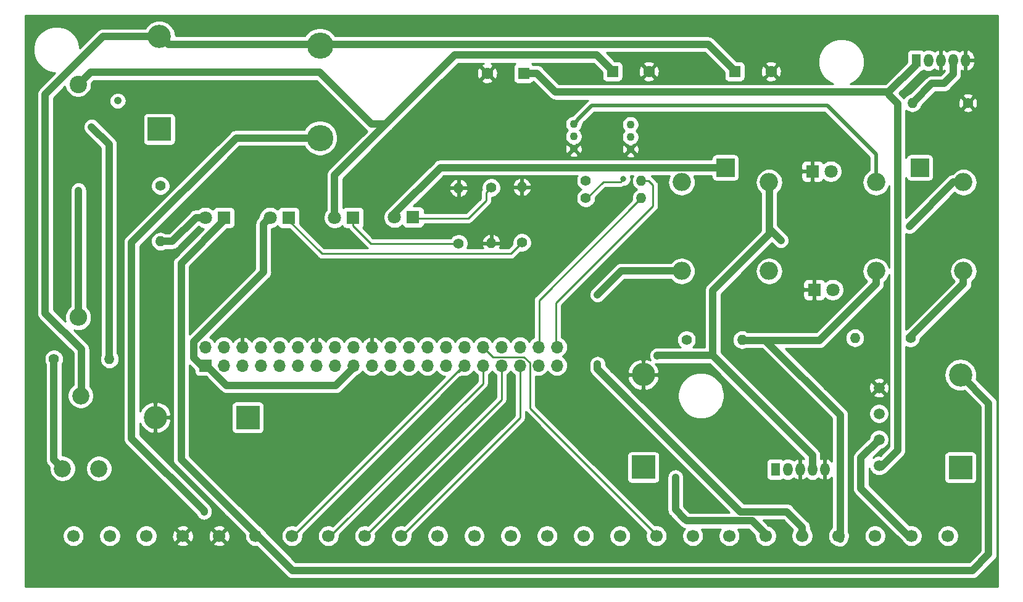
<source format=gtl>
G04 #@! TF.GenerationSoftware,KiCad,Pcbnew,(5.1.4-0-10_14)*
G04 #@! TF.CreationDate,2019-11-10T17:55:19-05:00*
G04 #@! TF.ProjectId,power_source,706f7765-725f-4736-9f75-7263652e6b69,1*
G04 #@! TF.SameCoordinates,Original*
G04 #@! TF.FileFunction,Copper,L1,Top*
G04 #@! TF.FilePolarity,Positive*
%FSLAX46Y46*%
G04 Gerber Fmt 4.6, Leading zero omitted, Abs format (unit mm)*
G04 Created by KiCad (PCBNEW (5.1.4-0-10_14)) date 2019-11-10 17:55:19*
%MOMM*%
%LPD*%
G04 APERTURE LIST*
%ADD10C,2.340000*%
%ADD11C,1.100000*%
%ADD12O,1.400000X1.400000*%
%ADD13C,1.400000*%
%ADD14C,1.800000*%
%ADD15R,1.800000X1.800000*%
%ADD16C,1.700000*%
%ADD17O,1.275000X1.800000*%
%ADD18R,1.275000X1.800000*%
%ADD19C,3.600000*%
%ADD20O,2.400000X2.400000*%
%ADD21C,2.400000*%
%ADD22O,2.500000X2.500000*%
%ADD23R,2.500000X2.500000*%
%ADD24R,1.700000X1.700000*%
%ADD25O,1.700000X1.700000*%
%ADD26O,3.200000X3.200000*%
%ADD27R,3.200000X3.200000*%
%ADD28C,1.600000*%
%ADD29R,1.600000X1.600000*%
%ADD30C,1.500000*%
%ADD31C,0.800000*%
%ADD32C,1.016000*%
%ADD33C,0.250000*%
%ADD34C,0.508000*%
%ADD35C,0.254000*%
G04 APERTURE END LIST*
D10*
X36210240Y-178724560D03*
X33710240Y-168724560D03*
X31210240Y-178724560D03*
D11*
X109138720Y-134892520D03*
X109138720Y-133192520D03*
X109138720Y-131492520D03*
X101351080Y-134834100D03*
X101351080Y-133134100D03*
X101351080Y-131434100D03*
D12*
X110642400Y-141589760D03*
D13*
X103022400Y-141589760D03*
D12*
X110642400Y-139204700D03*
D13*
X103022400Y-139204700D03*
D14*
X76784200Y-144221200D03*
D15*
X79324200Y-144221200D03*
D16*
X152710000Y-187960000D03*
X147710000Y-187960000D03*
X142710000Y-187960000D03*
X137710000Y-187960000D03*
X132710000Y-187960000D03*
X127710000Y-187960000D03*
X122710000Y-187960000D03*
X117710000Y-187960000D03*
X112710000Y-187960000D03*
X107710000Y-187960000D03*
X102710000Y-187960000D03*
X97710000Y-187960000D03*
X92710000Y-187960000D03*
X87710000Y-187960000D03*
X82710000Y-187960000D03*
X77710000Y-187960000D03*
X72710000Y-187960000D03*
X67710000Y-187960000D03*
X62710000Y-187960000D03*
X57710000Y-187960000D03*
X52710000Y-187960000D03*
X47710000Y-187960000D03*
X42710000Y-187960000D03*
X37710000Y-187960000D03*
X32710000Y-187960000D03*
D17*
X155136000Y-122682000D03*
X153436000Y-122682000D03*
X151736000Y-122682000D03*
X150036000Y-122682000D03*
D18*
X148336000Y-122682000D03*
D17*
X135832000Y-178816000D03*
X134132000Y-178816000D03*
X132432000Y-178816000D03*
X130732000Y-178816000D03*
D18*
X129032000Y-178816000D03*
D12*
X94259400Y-140081000D03*
D13*
X94259400Y-147701000D03*
D12*
X85572600Y-140208000D03*
D13*
X85572600Y-147828000D03*
D12*
X90043000Y-147777200D03*
D13*
X90043000Y-140157200D03*
D12*
X44653200Y-147523200D03*
D13*
X44653200Y-139903200D03*
D12*
X147828000Y-128524000D03*
D13*
X155448000Y-128524000D03*
D12*
X37660580Y-163682680D03*
D13*
X30040580Y-163682680D03*
D12*
X124460000Y-161036000D03*
D13*
X116840000Y-161036000D03*
D12*
X139954000Y-160782000D03*
D13*
X147574000Y-160782000D03*
D19*
X66548000Y-133350000D03*
X66548000Y-120650000D03*
D20*
X33365440Y-157966220D03*
D21*
X33365440Y-125966220D03*
D22*
X128174000Y-139414000D03*
X128174000Y-151614000D03*
X116174000Y-151614000D03*
X116174000Y-139414000D03*
D23*
X122174000Y-137414000D03*
D22*
X154844000Y-139414000D03*
X154844000Y-151614000D03*
X142844000Y-151614000D03*
X142844000Y-139414000D03*
D23*
X148844000Y-137414000D03*
D24*
X50800000Y-164592000D03*
D25*
X50800000Y-162052000D03*
X53340000Y-164592000D03*
X53340000Y-162052000D03*
X55880000Y-164592000D03*
X55880000Y-162052000D03*
X58420000Y-164592000D03*
X58420000Y-162052000D03*
X60960000Y-164592000D03*
X60960000Y-162052000D03*
X63500000Y-164592000D03*
X63500000Y-162052000D03*
X66040000Y-164592000D03*
X66040000Y-162052000D03*
X68580000Y-164592000D03*
X68580000Y-162052000D03*
X71120000Y-164592000D03*
X71120000Y-162052000D03*
X73660000Y-164592000D03*
X73660000Y-162052000D03*
X76200000Y-164592000D03*
X76200000Y-162052000D03*
X78740000Y-164592000D03*
X78740000Y-162052000D03*
X81280000Y-164592000D03*
X81280000Y-162052000D03*
X83820000Y-164592000D03*
X83820000Y-162052000D03*
X86360000Y-164592000D03*
X86360000Y-162052000D03*
X88900000Y-164592000D03*
X88900000Y-162052000D03*
X91440000Y-164592000D03*
X91440000Y-162052000D03*
X93980000Y-164592000D03*
X93980000Y-162052000D03*
X96520000Y-164592000D03*
X96520000Y-162052000D03*
X99060000Y-164592000D03*
X99060000Y-162052000D03*
D14*
X59690000Y-144272000D03*
D15*
X62230000Y-144272000D03*
D14*
X68554600Y-144272000D03*
D15*
X71094600Y-144272000D03*
D14*
X50800000Y-144272000D03*
D15*
X53340000Y-144272000D03*
D26*
X154432000Y-165862000D03*
D27*
X154432000Y-178562000D03*
X44500800Y-132130800D03*
D26*
X44500800Y-119430800D03*
D14*
X136652000Y-137922000D03*
D15*
X134112000Y-137922000D03*
D14*
X136906000Y-154178000D03*
D15*
X134366000Y-154178000D03*
D26*
X43942000Y-171704000D03*
D27*
X56642000Y-171704000D03*
D26*
X110921800Y-165836600D03*
D27*
X110921800Y-178536600D03*
D28*
X128444000Y-124206000D03*
D29*
X123444000Y-124206000D03*
D28*
X111680000Y-124206000D03*
D29*
X106680000Y-124206000D03*
D28*
X89488000Y-124460000D03*
D29*
X94488000Y-124460000D03*
D30*
X143256000Y-167634000D03*
X143256000Y-171194000D03*
X143256000Y-174754000D03*
X143256000Y-178314000D03*
D31*
X112826800Y-163220400D03*
X147419060Y-145448020D03*
X129801620Y-147408900D03*
X33403540Y-140548360D03*
X50647600Y-184683400D03*
X104622600Y-164363400D03*
X104622600Y-154863800D03*
X115341400Y-179933600D03*
X38811200Y-128219200D03*
X35209480Y-131823460D03*
X108188760Y-138965940D03*
D32*
X96304000Y-124460000D02*
X98869400Y-127025400D01*
X94488000Y-124460000D02*
X96304000Y-124460000D01*
X98869400Y-127025400D02*
X143764000Y-127025400D01*
X148259800Y-123367800D02*
X148259800Y-122504200D01*
X144602200Y-127025400D02*
X148259800Y-123367800D01*
X143764000Y-127025400D02*
X144602200Y-127025400D01*
X144602200Y-127025400D02*
X144627600Y-127025400D01*
X144627600Y-127407442D02*
X145821400Y-128601242D01*
X144627600Y-127025400D02*
X144627600Y-127407442D01*
X145821400Y-128601242D02*
X145821400Y-176174400D01*
X145821400Y-176174400D02*
X143510000Y-178485800D01*
X68554600Y-144272000D02*
X68554600Y-138455400D01*
X85039200Y-121970800D02*
X104546400Y-121970800D01*
X104546400Y-121970800D02*
X106578400Y-124002800D01*
X134132000Y-176900000D02*
X120446800Y-163214800D01*
X134132000Y-178816000D02*
X134132000Y-176900000D01*
X112832400Y-163214800D02*
X112826800Y-163220400D01*
X120446800Y-163214800D02*
X112832400Y-163214800D01*
X153453080Y-139414000D02*
X147419060Y-145448020D01*
X154844000Y-139414000D02*
X153453080Y-139414000D01*
X120446800Y-154284680D02*
X120446800Y-163214800D01*
X128216660Y-146514820D02*
X120446800Y-154284680D01*
X128216660Y-145823940D02*
X128216660Y-146514820D01*
X129801620Y-147408900D02*
X128216660Y-145823940D01*
X128216660Y-145823940D02*
X128216660Y-139578080D01*
X75563730Y-131446270D02*
X74806810Y-131446270D01*
X68554600Y-138455400D02*
X75563730Y-131446270D01*
X75563730Y-131446270D02*
X85039200Y-121970800D01*
X73632428Y-131446270D02*
X66531858Y-124345700D01*
X74806810Y-131446270D02*
X73632428Y-131446270D01*
X66531858Y-124345700D02*
X35062160Y-124345700D01*
X35062160Y-124345700D02*
X33637220Y-125770640D01*
X33637220Y-125770640D02*
X33637220Y-125674120D01*
X44424600Y-119176800D02*
X45720000Y-120472200D01*
X45720000Y-120472200D02*
X66598800Y-120472200D01*
X66598800Y-120472200D02*
X66624200Y-120497600D01*
X66624200Y-120497600D02*
X119811800Y-120497600D01*
X119811800Y-120497600D02*
X123469400Y-124155200D01*
X36803556Y-119430800D02*
X28838116Y-127396240D01*
X44500800Y-119430800D02*
X36803556Y-119430800D01*
X28838116Y-127396240D02*
X28838116Y-157384976D01*
X28838116Y-157384976D02*
X33822640Y-162369500D01*
X33822640Y-162369500D02*
X33822640Y-168427400D01*
X33403540Y-140548360D02*
X33403540Y-157698440D01*
X33403540Y-157698440D02*
X33553400Y-157848300D01*
X66548000Y-133350000D02*
X55041800Y-133350000D01*
X55041800Y-133350000D02*
X40716200Y-147675600D01*
X40716200Y-147675600D02*
X40716200Y-174599600D01*
X50647600Y-184531000D02*
X50647600Y-184683400D01*
X40716200Y-174599600D02*
X50647600Y-184531000D01*
X83056998Y-137414000D02*
X76733400Y-143737598D01*
X122174000Y-137414000D02*
X83056998Y-137414000D01*
X76733400Y-143737598D02*
X76733400Y-144068800D01*
X143256000Y-174754000D02*
X140766800Y-177243200D01*
X140766800Y-177243200D02*
X140766800Y-181432200D01*
X140766800Y-181432200D02*
X147294600Y-187960000D01*
X147294600Y-187960000D02*
X147574000Y-187960000D01*
X158318200Y-169748200D02*
X158318200Y-190474600D01*
X154432000Y-165862000D02*
X158318200Y-169748200D01*
X158318200Y-190474600D02*
X156108400Y-192684400D01*
X156108400Y-192684400D02*
X62738000Y-192684400D01*
X62738000Y-192684400D02*
X57734200Y-187680600D01*
X54333999Y-184280399D02*
X54308599Y-184280399D01*
X57734200Y-187680600D02*
X54333999Y-184280399D01*
X54308599Y-184280399D02*
X47802800Y-177774600D01*
X47802800Y-177774600D02*
X47498000Y-177469800D01*
X47498000Y-177469800D02*
X47498000Y-150520400D01*
X47498000Y-150520400D02*
X53543200Y-144475200D01*
X49527208Y-144272000D02*
X46276008Y-147523200D01*
X50800000Y-144272000D02*
X49527208Y-144272000D01*
X46276008Y-147523200D02*
X44551600Y-147523200D01*
X44551600Y-147523200D02*
X44475400Y-147599400D01*
D33*
X89343001Y-140857199D02*
X89343001Y-141949399D01*
X90043000Y-140157200D02*
X89343001Y-140857199D01*
X89343001Y-141949399D02*
X86918800Y-144373600D01*
X86918800Y-144373600D02*
X79527400Y-144373600D01*
X79527400Y-144373600D02*
X79349600Y-144195800D01*
X71094600Y-145422000D02*
X73500600Y-147828000D01*
X71094600Y-144272000D02*
X71094600Y-145422000D01*
X73500600Y-147828000D02*
X85521800Y-147828000D01*
X85521800Y-147828000D02*
X85572600Y-147878800D01*
D32*
X51034158Y-164592000D02*
X53726558Y-167284400D01*
X50800000Y-164592000D02*
X51034158Y-164592000D01*
X53726558Y-167284400D02*
X68732400Y-167284400D01*
X68732400Y-167284400D02*
X71170800Y-164846000D01*
X58790001Y-145171999D02*
X58790001Y-151394999D01*
X59690000Y-144272000D02*
X58790001Y-145171999D01*
X49241999Y-161304159D02*
X49241999Y-163516599D01*
X58790001Y-151756157D02*
X49241999Y-161304159D01*
X58790001Y-151394999D02*
X58790001Y-151756157D01*
X49241999Y-163516599D02*
X50495200Y-164769800D01*
D33*
X94259400Y-147701000D02*
X92735400Y-149225000D01*
X92735400Y-149225000D02*
X66802000Y-149225000D01*
X66802000Y-149225000D02*
X62001400Y-144424400D01*
X111632349Y-139204700D02*
X112250220Y-139822571D01*
X110642400Y-139204700D02*
X111632349Y-139204700D01*
X112250220Y-139822571D02*
X112250220Y-142694660D01*
X112250220Y-142694660D02*
X98938080Y-156006800D01*
X98938080Y-156006800D02*
X98938080Y-161955480D01*
X110642400Y-141589760D02*
X96611440Y-155620720D01*
X96611440Y-155620720D02*
X96611440Y-161602420D01*
X96611440Y-161602420D02*
X96672400Y-161663380D01*
X93980000Y-164592000D02*
X93980000Y-171754800D01*
X93980000Y-171754800D02*
X77673200Y-188061600D01*
X91440000Y-164592000D02*
X91440000Y-169240200D01*
X91440000Y-169240200D02*
X72898000Y-187782200D01*
X95344999Y-164217997D02*
X95344999Y-170427399D01*
X94544001Y-163416999D02*
X95344999Y-164217997D01*
X90264999Y-163416999D02*
X94544001Y-163416999D01*
X88900000Y-162052000D02*
X90264999Y-163416999D01*
X95344999Y-170427399D02*
X112826800Y-187909200D01*
X88900000Y-164592000D02*
X88900000Y-167030400D01*
X88900000Y-167030400D02*
X67894200Y-188036200D01*
X85510001Y-165441999D02*
X85484601Y-165441999D01*
X86360000Y-164592000D02*
X85510001Y-165441999D01*
X86360000Y-164592000D02*
X86360000Y-164465000D01*
X86360000Y-164465000D02*
X62915800Y-187909200D01*
D32*
X142844000Y-153381766D02*
X135113566Y-161112200D01*
X142844000Y-151614000D02*
X142844000Y-153381766D01*
X135113566Y-161112200D02*
X124460000Y-161112200D01*
X124460000Y-161112200D02*
X127660400Y-161112200D01*
X127660400Y-161112200D02*
X137922000Y-171373800D01*
X137922000Y-171373800D02*
X137922000Y-188391800D01*
X132710000Y-186757919D02*
X130610081Y-184658000D01*
X132710000Y-187960000D02*
X132710000Y-186757919D01*
X130610081Y-184658000D02*
X124256800Y-184658000D01*
X104622600Y-165023800D02*
X104622600Y-164363400D01*
X124256800Y-184658000D02*
X104622600Y-165023800D01*
X104622600Y-154863800D02*
X107619800Y-151866600D01*
X107619800Y-151866600D02*
X107873800Y-151612600D01*
X107873800Y-151612600D02*
X116078000Y-151612600D01*
X115341400Y-179933600D02*
X115341400Y-184378600D01*
X115341400Y-184378600D02*
X116535200Y-185572400D01*
X116836810Y-185874010D02*
X125828410Y-185874010D01*
X116535200Y-185572400D02*
X116836810Y-185874010D01*
X125828410Y-185874010D02*
X127787400Y-187833000D01*
X154844000Y-153381766D02*
X147726400Y-160499366D01*
X154844000Y-151614000D02*
X154844000Y-153381766D01*
X147726400Y-160499366D02*
X147726400Y-160578800D01*
X153436000Y-124598000D02*
X152177000Y-125857000D01*
X153436000Y-122682000D02*
X153436000Y-124598000D01*
X152177000Y-125857000D02*
X150520400Y-125857000D01*
X150520400Y-125857000D02*
X148005800Y-128371600D01*
X148005800Y-128371600D02*
X148005800Y-128422400D01*
X148005800Y-128422400D02*
X147878800Y-128549400D01*
X38785800Y-128244600D02*
X38811200Y-128219200D01*
X35209480Y-131823460D02*
X37617400Y-134231380D01*
X37617400Y-134231380D02*
X37617400Y-163774120D01*
D33*
X30040580Y-177787300D02*
X31132780Y-178879500D01*
D32*
X30040580Y-163682680D02*
X30040580Y-177518060D01*
X30040580Y-177518060D02*
X30792420Y-178269900D01*
D34*
X142844000Y-139414000D02*
X142844000Y-135597380D01*
X101901079Y-130884101D02*
X101901079Y-130826421D01*
X101351080Y-131434100D02*
X101901079Y-130884101D01*
X101901079Y-130826421D02*
X103832660Y-128894840D01*
X136141460Y-128894840D02*
X142844000Y-135597380D01*
X103832660Y-128894840D02*
X136141460Y-128894840D01*
D33*
X107788761Y-139365939D02*
X105424021Y-139365939D01*
X108188760Y-138965940D02*
X107788761Y-139365939D01*
X105424021Y-139365939D02*
X103009700Y-141780260D01*
D35*
G36*
X159537801Y-194945400D02*
G01*
X26110800Y-194945400D01*
X26110800Y-187813740D01*
X31225000Y-187813740D01*
X31225000Y-188106260D01*
X31282068Y-188393158D01*
X31394010Y-188663411D01*
X31556525Y-188906632D01*
X31763368Y-189113475D01*
X32006589Y-189275990D01*
X32276842Y-189387932D01*
X32563740Y-189445000D01*
X32856260Y-189445000D01*
X33143158Y-189387932D01*
X33413411Y-189275990D01*
X33656632Y-189113475D01*
X33863475Y-188906632D01*
X34025990Y-188663411D01*
X34137932Y-188393158D01*
X34195000Y-188106260D01*
X34195000Y-187813740D01*
X36225000Y-187813740D01*
X36225000Y-188106260D01*
X36282068Y-188393158D01*
X36394010Y-188663411D01*
X36556525Y-188906632D01*
X36763368Y-189113475D01*
X37006589Y-189275990D01*
X37276842Y-189387932D01*
X37563740Y-189445000D01*
X37856260Y-189445000D01*
X38143158Y-189387932D01*
X38413411Y-189275990D01*
X38656632Y-189113475D01*
X38863475Y-188906632D01*
X39025990Y-188663411D01*
X39137932Y-188393158D01*
X39195000Y-188106260D01*
X39195000Y-187813740D01*
X41225000Y-187813740D01*
X41225000Y-188106260D01*
X41282068Y-188393158D01*
X41394010Y-188663411D01*
X41556525Y-188906632D01*
X41763368Y-189113475D01*
X42006589Y-189275990D01*
X42276842Y-189387932D01*
X42563740Y-189445000D01*
X42856260Y-189445000D01*
X43143158Y-189387932D01*
X43413411Y-189275990D01*
X43656632Y-189113475D01*
X43781710Y-188988397D01*
X46861208Y-188988397D01*
X46938843Y-189237472D01*
X47202883Y-189363371D01*
X47486411Y-189435339D01*
X47778531Y-189450611D01*
X48068019Y-189408599D01*
X48343747Y-189310919D01*
X48481157Y-189237472D01*
X48558792Y-188988397D01*
X51861208Y-188988397D01*
X51938843Y-189237472D01*
X52202883Y-189363371D01*
X52486411Y-189435339D01*
X52778531Y-189450611D01*
X53068019Y-189408599D01*
X53343747Y-189310919D01*
X53481157Y-189237472D01*
X53558792Y-188988397D01*
X52710000Y-188139605D01*
X51861208Y-188988397D01*
X48558792Y-188988397D01*
X47710000Y-188139605D01*
X46861208Y-188988397D01*
X43781710Y-188988397D01*
X43863475Y-188906632D01*
X44025990Y-188663411D01*
X44137932Y-188393158D01*
X44195000Y-188106260D01*
X44195000Y-188028531D01*
X46219389Y-188028531D01*
X46261401Y-188318019D01*
X46359081Y-188593747D01*
X46432528Y-188731157D01*
X46681603Y-188808792D01*
X47530395Y-187960000D01*
X47889605Y-187960000D01*
X48738397Y-188808792D01*
X48987472Y-188731157D01*
X49113371Y-188467117D01*
X49185339Y-188183589D01*
X49193445Y-188028531D01*
X51219389Y-188028531D01*
X51261401Y-188318019D01*
X51359081Y-188593747D01*
X51432528Y-188731157D01*
X51681603Y-188808792D01*
X52530395Y-187960000D01*
X52889605Y-187960000D01*
X53738397Y-188808792D01*
X53987472Y-188731157D01*
X54113371Y-188467117D01*
X54185339Y-188183589D01*
X54200611Y-187891469D01*
X54158599Y-187601981D01*
X54060919Y-187326253D01*
X53987472Y-187188843D01*
X53738397Y-187111208D01*
X52889605Y-187960000D01*
X52530395Y-187960000D01*
X51681603Y-187111208D01*
X51432528Y-187188843D01*
X51306629Y-187452883D01*
X51234661Y-187736411D01*
X51219389Y-188028531D01*
X49193445Y-188028531D01*
X49200611Y-187891469D01*
X49158599Y-187601981D01*
X49060919Y-187326253D01*
X48987472Y-187188843D01*
X48738397Y-187111208D01*
X47889605Y-187960000D01*
X47530395Y-187960000D01*
X46681603Y-187111208D01*
X46432528Y-187188843D01*
X46306629Y-187452883D01*
X46234661Y-187736411D01*
X46219389Y-188028531D01*
X44195000Y-188028531D01*
X44195000Y-187813740D01*
X44137932Y-187526842D01*
X44025990Y-187256589D01*
X43863475Y-187013368D01*
X43781710Y-186931603D01*
X46861208Y-186931603D01*
X47710000Y-187780395D01*
X48558792Y-186931603D01*
X51861208Y-186931603D01*
X52710000Y-187780395D01*
X53558792Y-186931603D01*
X53481157Y-186682528D01*
X53217117Y-186556629D01*
X52933589Y-186484661D01*
X52641469Y-186469389D01*
X52351981Y-186511401D01*
X52076253Y-186609081D01*
X51938843Y-186682528D01*
X51861208Y-186931603D01*
X48558792Y-186931603D01*
X48481157Y-186682528D01*
X48217117Y-186556629D01*
X47933589Y-186484661D01*
X47641469Y-186469389D01*
X47351981Y-186511401D01*
X47076253Y-186609081D01*
X46938843Y-186682528D01*
X46861208Y-186931603D01*
X43781710Y-186931603D01*
X43656632Y-186806525D01*
X43413411Y-186644010D01*
X43143158Y-186532068D01*
X42856260Y-186475000D01*
X42563740Y-186475000D01*
X42276842Y-186532068D01*
X42006589Y-186644010D01*
X41763368Y-186806525D01*
X41556525Y-187013368D01*
X41394010Y-187256589D01*
X41282068Y-187526842D01*
X41225000Y-187813740D01*
X39195000Y-187813740D01*
X39137932Y-187526842D01*
X39025990Y-187256589D01*
X38863475Y-187013368D01*
X38656632Y-186806525D01*
X38413411Y-186644010D01*
X38143158Y-186532068D01*
X37856260Y-186475000D01*
X37563740Y-186475000D01*
X37276842Y-186532068D01*
X37006589Y-186644010D01*
X36763368Y-186806525D01*
X36556525Y-187013368D01*
X36394010Y-187256589D01*
X36282068Y-187526842D01*
X36225000Y-187813740D01*
X34195000Y-187813740D01*
X34137932Y-187526842D01*
X34025990Y-187256589D01*
X33863475Y-187013368D01*
X33656632Y-186806525D01*
X33413411Y-186644010D01*
X33143158Y-186532068D01*
X32856260Y-186475000D01*
X32563740Y-186475000D01*
X32276842Y-186532068D01*
X32006589Y-186644010D01*
X31763368Y-186806525D01*
X31556525Y-187013368D01*
X31394010Y-187256589D01*
X31282068Y-187526842D01*
X31225000Y-187813740D01*
X26110800Y-187813740D01*
X26110800Y-163551194D01*
X28705580Y-163551194D01*
X28705580Y-163814166D01*
X28756884Y-164072085D01*
X28857519Y-164315039D01*
X28897580Y-164374995D01*
X28897581Y-177461911D01*
X28892051Y-177518060D01*
X28914119Y-177742127D01*
X28952780Y-177869572D01*
X28979478Y-177957583D01*
X29085613Y-178156149D01*
X29228448Y-178330193D01*
X29272057Y-178365983D01*
X29413140Y-178507066D01*
X29405240Y-178546783D01*
X29405240Y-178902337D01*
X29474605Y-179251059D01*
X29610669Y-179579548D01*
X29808205Y-179875181D01*
X30059619Y-180126595D01*
X30355252Y-180324131D01*
X30683741Y-180460195D01*
X31032463Y-180529560D01*
X31388017Y-180529560D01*
X31736739Y-180460195D01*
X32065228Y-180324131D01*
X32360861Y-180126595D01*
X32612275Y-179875181D01*
X32809811Y-179579548D01*
X32945875Y-179251059D01*
X33015240Y-178902337D01*
X33015240Y-178546783D01*
X34405240Y-178546783D01*
X34405240Y-178902337D01*
X34474605Y-179251059D01*
X34610669Y-179579548D01*
X34808205Y-179875181D01*
X35059619Y-180126595D01*
X35355252Y-180324131D01*
X35683741Y-180460195D01*
X36032463Y-180529560D01*
X36388017Y-180529560D01*
X36736739Y-180460195D01*
X37065228Y-180324131D01*
X37360861Y-180126595D01*
X37612275Y-179875181D01*
X37809811Y-179579548D01*
X37945875Y-179251059D01*
X38015240Y-178902337D01*
X38015240Y-178546783D01*
X37945875Y-178198061D01*
X37809811Y-177869572D01*
X37612275Y-177573939D01*
X37360861Y-177322525D01*
X37065228Y-177124989D01*
X36736739Y-176988925D01*
X36388017Y-176919560D01*
X36032463Y-176919560D01*
X35683741Y-176988925D01*
X35355252Y-177124989D01*
X35059619Y-177322525D01*
X34808205Y-177573939D01*
X34610669Y-177869572D01*
X34474605Y-178198061D01*
X34405240Y-178546783D01*
X33015240Y-178546783D01*
X32945875Y-178198061D01*
X32809811Y-177869572D01*
X32612275Y-177573939D01*
X32360861Y-177322525D01*
X32065228Y-177124989D01*
X31736739Y-176988925D01*
X31388017Y-176919560D01*
X31183580Y-176919560D01*
X31183580Y-164374995D01*
X31223641Y-164315039D01*
X31324276Y-164072085D01*
X31375580Y-163814166D01*
X31375580Y-163551194D01*
X31324276Y-163293275D01*
X31223641Y-163050321D01*
X31077542Y-162831667D01*
X30891593Y-162645718D01*
X30672939Y-162499619D01*
X30429985Y-162398984D01*
X30172066Y-162347680D01*
X29909094Y-162347680D01*
X29651175Y-162398984D01*
X29408221Y-162499619D01*
X29189567Y-162645718D01*
X29003618Y-162831667D01*
X28857519Y-163050321D01*
X28756884Y-163293275D01*
X28705580Y-163551194D01*
X26110800Y-163551194D01*
X26110800Y-120891573D01*
X27211265Y-120891573D01*
X27211265Y-121520947D01*
X27334050Y-122138229D01*
X27574901Y-122719696D01*
X27924563Y-123243002D01*
X28369598Y-123688037D01*
X28892904Y-124037699D01*
X29474371Y-124278550D01*
X30091653Y-124401335D01*
X30216575Y-124401335D01*
X28069598Y-126548313D01*
X28025983Y-126584107D01*
X27883148Y-126758152D01*
X27777013Y-126956718D01*
X27742446Y-127070671D01*
X27711655Y-127172173D01*
X27710430Y-127184610D01*
X27695116Y-127340095D01*
X27695116Y-127340101D01*
X27689587Y-127396240D01*
X27695116Y-127452379D01*
X27695117Y-157328827D01*
X27689587Y-157384976D01*
X27711655Y-157609043D01*
X27738774Y-157698440D01*
X27777014Y-157824499D01*
X27883149Y-158023065D01*
X28025984Y-158197109D01*
X28069594Y-158232899D01*
X32679640Y-162842946D01*
X32679641Y-167242329D01*
X32559619Y-167322525D01*
X32308205Y-167573939D01*
X32110669Y-167869572D01*
X31974605Y-168198061D01*
X31905240Y-168546783D01*
X31905240Y-168902337D01*
X31974605Y-169251059D01*
X32110669Y-169579548D01*
X32308205Y-169875181D01*
X32559619Y-170126595D01*
X32855252Y-170324131D01*
X33183741Y-170460195D01*
X33532463Y-170529560D01*
X33888017Y-170529560D01*
X34236739Y-170460195D01*
X34565228Y-170324131D01*
X34860861Y-170126595D01*
X35112275Y-169875181D01*
X35309811Y-169579548D01*
X35445875Y-169251059D01*
X35515240Y-168902337D01*
X35515240Y-168546783D01*
X35445875Y-168198061D01*
X35309811Y-167869572D01*
X35112275Y-167573939D01*
X34965640Y-167427304D01*
X34965640Y-162425638D01*
X34971169Y-162369499D01*
X34965640Y-162313360D01*
X34965640Y-162313354D01*
X34949101Y-162145433D01*
X34948188Y-162142421D01*
X34926765Y-162071800D01*
X34883743Y-161929977D01*
X34777608Y-161731411D01*
X34634773Y-161557367D01*
X34591164Y-161521578D01*
X32773947Y-159704362D01*
X33005717Y-159774668D01*
X33275301Y-159801220D01*
X33455579Y-159801220D01*
X33725163Y-159774668D01*
X34071062Y-159669741D01*
X34389844Y-159499349D01*
X34669259Y-159270039D01*
X34898569Y-158990624D01*
X35068961Y-158671842D01*
X35173888Y-158325943D01*
X35209318Y-157966220D01*
X35173888Y-157606497D01*
X35068961Y-157260598D01*
X34898569Y-156941816D01*
X34669259Y-156662401D01*
X34546540Y-156561688D01*
X34546540Y-140492214D01*
X34530001Y-140324293D01*
X34464643Y-140108837D01*
X34358508Y-139910271D01*
X34215673Y-139736227D01*
X34041628Y-139593392D01*
X33843062Y-139487257D01*
X33627606Y-139421899D01*
X33403540Y-139399830D01*
X33179473Y-139421899D01*
X32964017Y-139487257D01*
X32765451Y-139593392D01*
X32591407Y-139736227D01*
X32448572Y-139910272D01*
X32342437Y-140108838D01*
X32277079Y-140324294D01*
X32260540Y-140492215D01*
X32260541Y-156499152D01*
X32061621Y-156662401D01*
X31832311Y-156941816D01*
X31661919Y-157260598D01*
X31556992Y-157606497D01*
X31521562Y-157966220D01*
X31556992Y-158325943D01*
X31627298Y-158557713D01*
X29981116Y-156911531D01*
X29981116Y-131823460D01*
X34060951Y-131823460D01*
X34083019Y-132047527D01*
X34148378Y-132262983D01*
X34254513Y-132461548D01*
X34361556Y-132591981D01*
X36474400Y-134704826D01*
X36474401Y-163069856D01*
X36421233Y-163169326D01*
X36344897Y-163420974D01*
X36319121Y-163682680D01*
X36344897Y-163944386D01*
X36421233Y-164196034D01*
X36545198Y-164427955D01*
X36712025Y-164631235D01*
X36915305Y-164798062D01*
X37147226Y-164922027D01*
X37398874Y-164998363D01*
X37595001Y-165017680D01*
X37726159Y-165017680D01*
X37922286Y-164998363D01*
X38173934Y-164922027D01*
X38405855Y-164798062D01*
X38609135Y-164631235D01*
X38775962Y-164427955D01*
X38899927Y-164196034D01*
X38976263Y-163944386D01*
X39002039Y-163682680D01*
X38976263Y-163420974D01*
X38899927Y-163169326D01*
X38775962Y-162937405D01*
X38760400Y-162918443D01*
X38760400Y-147675600D01*
X39567671Y-147675600D01*
X39573200Y-147731739D01*
X39573201Y-174543451D01*
X39567671Y-174599600D01*
X39589739Y-174823667D01*
X39636577Y-174978068D01*
X39655098Y-175039123D01*
X39761233Y-175237689D01*
X39904068Y-175411733D01*
X39947678Y-175447523D01*
X49570569Y-185070415D01*
X49586497Y-185122923D01*
X49692632Y-185321489D01*
X49835468Y-185495533D01*
X50009512Y-185638368D01*
X50208078Y-185744503D01*
X50423534Y-185809861D01*
X50647600Y-185831930D01*
X50871667Y-185809861D01*
X51087123Y-185744503D01*
X51285689Y-185638368D01*
X51459733Y-185495533D01*
X51602568Y-185321488D01*
X51708703Y-185122922D01*
X51774061Y-184907466D01*
X51790600Y-184739545D01*
X51790600Y-184587139D01*
X51796129Y-184531000D01*
X51790600Y-184474861D01*
X51790600Y-184474854D01*
X51774061Y-184306933D01*
X51747228Y-184218476D01*
X51708703Y-184091476D01*
X51670450Y-184019911D01*
X51602568Y-183892911D01*
X51459733Y-183718867D01*
X51416124Y-183683078D01*
X41859200Y-174126155D01*
X41859200Y-172512289D01*
X41862407Y-172522861D01*
X42062118Y-172912835D01*
X42334071Y-173256354D01*
X42667816Y-173540217D01*
X43050527Y-173753516D01*
X43467497Y-173888053D01*
X43815000Y-173776642D01*
X43815000Y-171831000D01*
X44069000Y-171831000D01*
X44069000Y-173776642D01*
X44416503Y-173888053D01*
X44833473Y-173753516D01*
X45216184Y-173540217D01*
X45549929Y-173256354D01*
X45821882Y-172912835D01*
X46021593Y-172522861D01*
X46126050Y-172178503D01*
X46014362Y-171831000D01*
X44069000Y-171831000D01*
X43815000Y-171831000D01*
X43795000Y-171831000D01*
X43795000Y-171577000D01*
X43815000Y-171577000D01*
X43815000Y-169631358D01*
X44069000Y-169631358D01*
X44069000Y-171577000D01*
X46014362Y-171577000D01*
X46126050Y-171229497D01*
X46021593Y-170885139D01*
X45821882Y-170495165D01*
X45549929Y-170151646D01*
X45216184Y-169867783D01*
X44833473Y-169654484D01*
X44416503Y-169519947D01*
X44069000Y-169631358D01*
X43815000Y-169631358D01*
X43467497Y-169519947D01*
X43050527Y-169654484D01*
X42667816Y-169867783D01*
X42334071Y-170151646D01*
X42062118Y-170495165D01*
X41862407Y-170885139D01*
X41859200Y-170895711D01*
X41859200Y-148149045D01*
X55515246Y-134493000D01*
X64385821Y-134493000D01*
X64390131Y-134503405D01*
X64656612Y-134902222D01*
X64995778Y-135241388D01*
X65394595Y-135507869D01*
X65837737Y-135691424D01*
X66308173Y-135785000D01*
X66787827Y-135785000D01*
X67258263Y-135691424D01*
X67701405Y-135507869D01*
X68100222Y-135241388D01*
X68439388Y-134902222D01*
X68705869Y-134503405D01*
X68889424Y-134060263D01*
X68983000Y-133589827D01*
X68983000Y-133110173D01*
X68889424Y-132639737D01*
X68705869Y-132196595D01*
X68439388Y-131797778D01*
X68100222Y-131458612D01*
X67701405Y-131192131D01*
X67258263Y-131008576D01*
X66787827Y-130915000D01*
X66308173Y-130915000D01*
X65837737Y-131008576D01*
X65394595Y-131192131D01*
X64995778Y-131458612D01*
X64656612Y-131797778D01*
X64390131Y-132196595D01*
X64385821Y-132207000D01*
X55097939Y-132207000D01*
X55041800Y-132201471D01*
X54985661Y-132207000D01*
X54985654Y-132207000D01*
X54838317Y-132221512D01*
X54817732Y-132223539D01*
X54752374Y-132243365D01*
X54602277Y-132288897D01*
X54403711Y-132395032D01*
X54229667Y-132537867D01*
X54193877Y-132581477D01*
X39947683Y-146827672D01*
X39904067Y-146863467D01*
X39761232Y-147037512D01*
X39655097Y-147236078D01*
X39615140Y-147367798D01*
X39589739Y-147451533D01*
X39587941Y-147469788D01*
X39573200Y-147619455D01*
X39573200Y-147619461D01*
X39567671Y-147675600D01*
X38760400Y-147675600D01*
X38760400Y-139771714D01*
X43318200Y-139771714D01*
X43318200Y-140034686D01*
X43369504Y-140292605D01*
X43470139Y-140535559D01*
X43616238Y-140754213D01*
X43802187Y-140940162D01*
X44020841Y-141086261D01*
X44263795Y-141186896D01*
X44521714Y-141238200D01*
X44784686Y-141238200D01*
X45042605Y-141186896D01*
X45285559Y-141086261D01*
X45504213Y-140940162D01*
X45690162Y-140754213D01*
X45836261Y-140535559D01*
X45936896Y-140292605D01*
X45988200Y-140034686D01*
X45988200Y-139771714D01*
X45936896Y-139513795D01*
X45836261Y-139270841D01*
X45690162Y-139052187D01*
X45504213Y-138866238D01*
X45285559Y-138720139D01*
X45042605Y-138619504D01*
X44784686Y-138568200D01*
X44521714Y-138568200D01*
X44263795Y-138619504D01*
X44020841Y-138720139D01*
X43802187Y-138866238D01*
X43616238Y-139052187D01*
X43470139Y-139270841D01*
X43369504Y-139513795D01*
X43318200Y-139771714D01*
X38760400Y-139771714D01*
X38760400Y-134287518D01*
X38765929Y-134231379D01*
X38760400Y-134175240D01*
X38760400Y-134175234D01*
X38746094Y-134029980D01*
X38743861Y-134007312D01*
X38708121Y-133889494D01*
X38678503Y-133791857D01*
X38572368Y-133593291D01*
X38519195Y-133528500D01*
X38465324Y-133462858D01*
X38465323Y-133462857D01*
X38429533Y-133419247D01*
X38385924Y-133383458D01*
X35978001Y-130975536D01*
X35847568Y-130868493D01*
X35649003Y-130762358D01*
X35433547Y-130696999D01*
X35209480Y-130674931D01*
X34985413Y-130696999D01*
X34769957Y-130762358D01*
X34571392Y-130868493D01*
X34397347Y-131011327D01*
X34254513Y-131185372D01*
X34148378Y-131383937D01*
X34083019Y-131599393D01*
X34060951Y-131823460D01*
X29981116Y-131823460D01*
X29981116Y-130530800D01*
X42262728Y-130530800D01*
X42262728Y-133730800D01*
X42274988Y-133855282D01*
X42311298Y-133974980D01*
X42370263Y-134085294D01*
X42449615Y-134181985D01*
X42546306Y-134261337D01*
X42656620Y-134320302D01*
X42776318Y-134356612D01*
X42900800Y-134368872D01*
X46100800Y-134368872D01*
X46225282Y-134356612D01*
X46344980Y-134320302D01*
X46455294Y-134261337D01*
X46551985Y-134181985D01*
X46631337Y-134085294D01*
X46690302Y-133974980D01*
X46726612Y-133855282D01*
X46738872Y-133730800D01*
X46738872Y-130530800D01*
X46726612Y-130406318D01*
X46690302Y-130286620D01*
X46631337Y-130176306D01*
X46551985Y-130079615D01*
X46455294Y-130000263D01*
X46344980Y-129941298D01*
X46225282Y-129904988D01*
X46100800Y-129892728D01*
X42900800Y-129892728D01*
X42776318Y-129904988D01*
X42656620Y-129941298D01*
X42546306Y-130000263D01*
X42449615Y-130079615D01*
X42370263Y-130176306D01*
X42311298Y-130286620D01*
X42274988Y-130406318D01*
X42262728Y-130530800D01*
X29981116Y-130530800D01*
X29981116Y-128244600D01*
X37637271Y-128244600D01*
X37659339Y-128468667D01*
X37724698Y-128684123D01*
X37830833Y-128882688D01*
X37973667Y-129056733D01*
X38147712Y-129199567D01*
X38346277Y-129305702D01*
X38561733Y-129371061D01*
X38785800Y-129393129D01*
X39009867Y-129371061D01*
X39225323Y-129305702D01*
X39423888Y-129199567D01*
X39554321Y-129092524D01*
X39659124Y-128987721D01*
X39766167Y-128857288D01*
X39872302Y-128658723D01*
X39937661Y-128443267D01*
X39959729Y-128219201D01*
X39937661Y-127995133D01*
X39872302Y-127779677D01*
X39766167Y-127581112D01*
X39623333Y-127407067D01*
X39449288Y-127264233D01*
X39250723Y-127158098D01*
X39035267Y-127092739D01*
X38811199Y-127070671D01*
X38587133Y-127092739D01*
X38371677Y-127158098D01*
X38173112Y-127264233D01*
X38042679Y-127371276D01*
X37937876Y-127476079D01*
X37830833Y-127606512D01*
X37724698Y-127805077D01*
X37659339Y-128020533D01*
X37637271Y-128244600D01*
X29981116Y-128244600D01*
X29981116Y-127869685D01*
X31559210Y-126291591D01*
X31600958Y-126501470D01*
X31739284Y-126835419D01*
X31940102Y-127135964D01*
X32195696Y-127391558D01*
X32496241Y-127592376D01*
X32830190Y-127730702D01*
X33184708Y-127801220D01*
X33546172Y-127801220D01*
X33900690Y-127730702D01*
X34234639Y-127592376D01*
X34535184Y-127391558D01*
X34790778Y-127135964D01*
X34991596Y-126835419D01*
X35129922Y-126501470D01*
X35200440Y-126146952D01*
X35200440Y-125823866D01*
X35535606Y-125488700D01*
X66058413Y-125488700D01*
X72784504Y-132214792D01*
X72820295Y-132258403D01*
X72993228Y-132400326D01*
X67786078Y-137607477D01*
X67742468Y-137643267D01*
X67599633Y-137817311D01*
X67517638Y-137970714D01*
X67493498Y-138015877D01*
X67428139Y-138231333D01*
X67406071Y-138455400D01*
X67411601Y-138511549D01*
X67411600Y-143244183D01*
X67362288Y-143293495D01*
X67194301Y-143544905D01*
X67078589Y-143824257D01*
X67019600Y-144120816D01*
X67019600Y-144423184D01*
X67078589Y-144719743D01*
X67194301Y-144999095D01*
X67362288Y-145250505D01*
X67576095Y-145464312D01*
X67827505Y-145632299D01*
X68106857Y-145748011D01*
X68403416Y-145807000D01*
X68705784Y-145807000D01*
X69002343Y-145748011D01*
X69281695Y-145632299D01*
X69533105Y-145464312D01*
X69599544Y-145397873D01*
X69605098Y-145416180D01*
X69664063Y-145526494D01*
X69743415Y-145623185D01*
X69840106Y-145702537D01*
X69950420Y-145761502D01*
X70070118Y-145797812D01*
X70194600Y-145810072D01*
X70440274Y-145810072D01*
X70459626Y-145846276D01*
X70530801Y-145933002D01*
X70554600Y-145962001D01*
X70583598Y-145985799D01*
X72936800Y-148339002D01*
X72960599Y-148368001D01*
X73076324Y-148462974D01*
X73080114Y-148465000D01*
X67116802Y-148465000D01*
X63768072Y-145116271D01*
X63768072Y-143372000D01*
X63755812Y-143247518D01*
X63719502Y-143127820D01*
X63660537Y-143017506D01*
X63581185Y-142920815D01*
X63484494Y-142841463D01*
X63374180Y-142782498D01*
X63254482Y-142746188D01*
X63130000Y-142733928D01*
X61330000Y-142733928D01*
X61205518Y-142746188D01*
X61085820Y-142782498D01*
X60975506Y-142841463D01*
X60878815Y-142920815D01*
X60799463Y-143017506D01*
X60740498Y-143127820D01*
X60734944Y-143146127D01*
X60668505Y-143079688D01*
X60417095Y-142911701D01*
X60137743Y-142795989D01*
X59841184Y-142737000D01*
X59538816Y-142737000D01*
X59242257Y-142795989D01*
X58962905Y-142911701D01*
X58711495Y-143079688D01*
X58497688Y-143293495D01*
X58329701Y-143544905D01*
X58213989Y-143824257D01*
X58155000Y-144120816D01*
X58155000Y-144190555D01*
X58021483Y-144324072D01*
X57977868Y-144359866D01*
X57835033Y-144533911D01*
X57728898Y-144732477D01*
X57690760Y-144858201D01*
X57673955Y-144913601D01*
X57663540Y-144947933D01*
X57647001Y-145115854D01*
X57647001Y-145115860D01*
X57641472Y-145171999D01*
X57647001Y-145228138D01*
X57647002Y-151282710D01*
X48641000Y-160288713D01*
X48641000Y-150993845D01*
X53824774Y-145810072D01*
X54240000Y-145810072D01*
X54364482Y-145797812D01*
X54484180Y-145761502D01*
X54594494Y-145702537D01*
X54691185Y-145623185D01*
X54770537Y-145526494D01*
X54829502Y-145416180D01*
X54865812Y-145296482D01*
X54878072Y-145172000D01*
X54878072Y-143372000D01*
X54865812Y-143247518D01*
X54829502Y-143127820D01*
X54770537Y-143017506D01*
X54691185Y-142920815D01*
X54594494Y-142841463D01*
X54484180Y-142782498D01*
X54364482Y-142746188D01*
X54240000Y-142733928D01*
X52440000Y-142733928D01*
X52315518Y-142746188D01*
X52195820Y-142782498D01*
X52085506Y-142841463D01*
X51988815Y-142920815D01*
X51909463Y-143017506D01*
X51850498Y-143127820D01*
X51844944Y-143146127D01*
X51778505Y-143079688D01*
X51527095Y-142911701D01*
X51247743Y-142795989D01*
X50951184Y-142737000D01*
X50648816Y-142737000D01*
X50352257Y-142795989D01*
X50072905Y-142911701D01*
X49821495Y-143079688D01*
X49772183Y-143129000D01*
X49583346Y-143129000D01*
X49527207Y-143123471D01*
X49471068Y-143129000D01*
X49471062Y-143129000D01*
X49325808Y-143143306D01*
X49303140Y-143145539D01*
X49237782Y-143165365D01*
X49087685Y-143210897D01*
X48889119Y-143317032D01*
X48715075Y-143459867D01*
X48679285Y-143503477D01*
X45802563Y-146380200D01*
X45346806Y-146380200D01*
X45166554Y-146283853D01*
X44914906Y-146207517D01*
X44718779Y-146188200D01*
X44587621Y-146188200D01*
X44391494Y-146207517D01*
X44139846Y-146283853D01*
X43907925Y-146407818D01*
X43704645Y-146574645D01*
X43537818Y-146777925D01*
X43413853Y-147009846D01*
X43337517Y-147261494D01*
X43311741Y-147523200D01*
X43337517Y-147784906D01*
X43348807Y-147822123D01*
X43348939Y-147823467D01*
X43414298Y-148038923D01*
X43520433Y-148237488D01*
X43522790Y-148240361D01*
X43537818Y-148268475D01*
X43704645Y-148471755D01*
X43907925Y-148638582D01*
X44139846Y-148762547D01*
X44391494Y-148838883D01*
X44587621Y-148858200D01*
X44718779Y-148858200D01*
X44914906Y-148838883D01*
X45166554Y-148762547D01*
X45346806Y-148666200D01*
X46219869Y-148666200D01*
X46276008Y-148671729D01*
X46332147Y-148666200D01*
X46332154Y-148666200D01*
X46500075Y-148649661D01*
X46715531Y-148584303D01*
X46914097Y-148478168D01*
X47088141Y-148335333D01*
X47123935Y-148291718D01*
X49899332Y-145516321D01*
X50072905Y-145632299D01*
X50352257Y-145748011D01*
X50603891Y-145798064D01*
X46729478Y-149672477D01*
X46685868Y-149708267D01*
X46650078Y-149751877D01*
X46650076Y-149751879D01*
X46639307Y-149765001D01*
X46543033Y-149882311D01*
X46494023Y-149974003D01*
X46436898Y-150080877D01*
X46371539Y-150296333D01*
X46349471Y-150520400D01*
X46355001Y-150576549D01*
X46355000Y-177413661D01*
X46349471Y-177469800D01*
X46355000Y-177525939D01*
X46355000Y-177525945D01*
X46371539Y-177693866D01*
X46436897Y-177909322D01*
X46543032Y-178107888D01*
X46685867Y-178281933D01*
X46729481Y-178317727D01*
X47034278Y-178622524D01*
X47034284Y-178622529D01*
X53460674Y-185048920D01*
X53496466Y-185092532D01*
X53540076Y-185128322D01*
X53540077Y-185128323D01*
X53589750Y-185169089D01*
X53670510Y-185235367D01*
X53674832Y-185237677D01*
X56229296Y-187792143D01*
X56225000Y-187813740D01*
X56225000Y-188106260D01*
X56282068Y-188393158D01*
X56394010Y-188663411D01*
X56556525Y-188906632D01*
X56763368Y-189113475D01*
X57006589Y-189275990D01*
X57276842Y-189387932D01*
X57563740Y-189445000D01*
X57856260Y-189445000D01*
X57877859Y-189440704D01*
X61890077Y-193452923D01*
X61925867Y-193496533D01*
X62099911Y-193639368D01*
X62298477Y-193745503D01*
X62448574Y-193791035D01*
X62513932Y-193810861D01*
X62534517Y-193812888D01*
X62681854Y-193827400D01*
X62681861Y-193827400D01*
X62738000Y-193832929D01*
X62794139Y-193827400D01*
X156052261Y-193827400D01*
X156108400Y-193832929D01*
X156164539Y-193827400D01*
X156164546Y-193827400D01*
X156332467Y-193810861D01*
X156547923Y-193745503D01*
X156746489Y-193639368D01*
X156920533Y-193496533D01*
X156956327Y-193452918D01*
X159086723Y-191322523D01*
X159130333Y-191286733D01*
X159273168Y-191112689D01*
X159379303Y-190914123D01*
X159444661Y-190698667D01*
X159461200Y-190530746D01*
X159461200Y-190530740D01*
X159466729Y-190474601D01*
X159461200Y-190418462D01*
X159461200Y-169804339D01*
X159466729Y-169748200D01*
X159461200Y-169692061D01*
X159461200Y-169692054D01*
X159444661Y-169524133D01*
X159443391Y-169519947D01*
X159379303Y-169308676D01*
X159342333Y-169239511D01*
X159273168Y-169110111D01*
X159182581Y-168999731D01*
X159166124Y-168979678D01*
X159166123Y-168979677D01*
X159130333Y-168936067D01*
X159086724Y-168900278D01*
X156600197Y-166413751D01*
X156634661Y-166300137D01*
X156677814Y-165862000D01*
X156634661Y-165423863D01*
X156506862Y-165002564D01*
X156299326Y-164614293D01*
X156020030Y-164273970D01*
X155679707Y-163994674D01*
X155291436Y-163787138D01*
X154870137Y-163659339D01*
X154541796Y-163627000D01*
X154322204Y-163627000D01*
X153993863Y-163659339D01*
X153572564Y-163787138D01*
X153184293Y-163994674D01*
X152843970Y-164273970D01*
X152564674Y-164614293D01*
X152357138Y-165002564D01*
X152229339Y-165423863D01*
X152186186Y-165862000D01*
X152229339Y-166300137D01*
X152357138Y-166721436D01*
X152564674Y-167109707D01*
X152843970Y-167450030D01*
X153184293Y-167729326D01*
X153572564Y-167936862D01*
X153993863Y-168064661D01*
X154322204Y-168097000D01*
X154541796Y-168097000D01*
X154870137Y-168064661D01*
X154983751Y-168030197D01*
X157175200Y-170221646D01*
X157175201Y-190001153D01*
X155634955Y-191541400D01*
X63211446Y-191541400D01*
X59096245Y-187426200D01*
X59025990Y-187256589D01*
X58863475Y-187013368D01*
X58656632Y-186806525D01*
X58413411Y-186644010D01*
X58243803Y-186573756D01*
X55181926Y-183511881D01*
X55146132Y-183468266D01*
X54972088Y-183325431D01*
X54967768Y-183323122D01*
X48650729Y-177006084D01*
X48650724Y-177006078D01*
X48641000Y-176996354D01*
X48641000Y-170104000D01*
X54403928Y-170104000D01*
X54403928Y-173304000D01*
X54416188Y-173428482D01*
X54452498Y-173548180D01*
X54511463Y-173658494D01*
X54590815Y-173755185D01*
X54687506Y-173834537D01*
X54797820Y-173893502D01*
X54917518Y-173929812D01*
X55042000Y-173942072D01*
X58242000Y-173942072D01*
X58366482Y-173929812D01*
X58486180Y-173893502D01*
X58596494Y-173834537D01*
X58693185Y-173755185D01*
X58772537Y-173658494D01*
X58831502Y-173548180D01*
X58867812Y-173428482D01*
X58880072Y-173304000D01*
X58880072Y-170104000D01*
X58867812Y-169979518D01*
X58831502Y-169859820D01*
X58772537Y-169749506D01*
X58693185Y-169652815D01*
X58596494Y-169573463D01*
X58486180Y-169514498D01*
X58366482Y-169478188D01*
X58242000Y-169465928D01*
X55042000Y-169465928D01*
X54917518Y-169478188D01*
X54797820Y-169514498D01*
X54687506Y-169573463D01*
X54590815Y-169652815D01*
X54511463Y-169749506D01*
X54452498Y-169859820D01*
X54416188Y-169979518D01*
X54403928Y-170104000D01*
X48641000Y-170104000D01*
X48641000Y-164532045D01*
X49311928Y-165202974D01*
X49311928Y-165442000D01*
X49324188Y-165566482D01*
X49360498Y-165686180D01*
X49419463Y-165796494D01*
X49498815Y-165893185D01*
X49595506Y-165972537D01*
X49705820Y-166031502D01*
X49825518Y-166067812D01*
X49950000Y-166080072D01*
X50905785Y-166080072D01*
X52878635Y-168052923D01*
X52914425Y-168096533D01*
X53088469Y-168239368D01*
X53217869Y-168308533D01*
X53287034Y-168345503D01*
X53502490Y-168410861D01*
X53523075Y-168412888D01*
X53670412Y-168427400D01*
X53670419Y-168427400D01*
X53726558Y-168432929D01*
X53782697Y-168427400D01*
X68676261Y-168427400D01*
X68732400Y-168432929D01*
X68788539Y-168427400D01*
X68788546Y-168427400D01*
X68956467Y-168410861D01*
X69171923Y-168345503D01*
X69370489Y-168239368D01*
X69544533Y-168096533D01*
X69580327Y-168052918D01*
X71650287Y-165982959D01*
X71691034Y-165970599D01*
X71949014Y-165832706D01*
X72175134Y-165647134D01*
X72360706Y-165421014D01*
X72390000Y-165366209D01*
X72419294Y-165421014D01*
X72604866Y-165647134D01*
X72830986Y-165832706D01*
X73088966Y-165970599D01*
X73368889Y-166055513D01*
X73587050Y-166077000D01*
X73732950Y-166077000D01*
X73951111Y-166055513D01*
X74231034Y-165970599D01*
X74489014Y-165832706D01*
X74715134Y-165647134D01*
X74900706Y-165421014D01*
X74930000Y-165366209D01*
X74959294Y-165421014D01*
X75144866Y-165647134D01*
X75370986Y-165832706D01*
X75628966Y-165970599D01*
X75908889Y-166055513D01*
X76127050Y-166077000D01*
X76272950Y-166077000D01*
X76491111Y-166055513D01*
X76771034Y-165970599D01*
X77029014Y-165832706D01*
X77255134Y-165647134D01*
X77440706Y-165421014D01*
X77470000Y-165366209D01*
X77499294Y-165421014D01*
X77684866Y-165647134D01*
X77910986Y-165832706D01*
X78168966Y-165970599D01*
X78448889Y-166055513D01*
X78667050Y-166077000D01*
X78812950Y-166077000D01*
X79031111Y-166055513D01*
X79311034Y-165970599D01*
X79569014Y-165832706D01*
X79795134Y-165647134D01*
X79980706Y-165421014D01*
X80010000Y-165366209D01*
X80039294Y-165421014D01*
X80224866Y-165647134D01*
X80450986Y-165832706D01*
X80708966Y-165970599D01*
X80988889Y-166055513D01*
X81207050Y-166077000D01*
X81352950Y-166077000D01*
X81571111Y-166055513D01*
X81851034Y-165970599D01*
X82109014Y-165832706D01*
X82335134Y-165647134D01*
X82520706Y-165421014D01*
X82550000Y-165366209D01*
X82579294Y-165421014D01*
X82764866Y-165647134D01*
X82990986Y-165832706D01*
X83248966Y-165970599D01*
X83528889Y-166055513D01*
X83679820Y-166070378D01*
X63196172Y-186554027D01*
X63143158Y-186532068D01*
X62856260Y-186475000D01*
X62563740Y-186475000D01*
X62276842Y-186532068D01*
X62006589Y-186644010D01*
X61763368Y-186806525D01*
X61556525Y-187013368D01*
X61394010Y-187256589D01*
X61282068Y-187526842D01*
X61225000Y-187813740D01*
X61225000Y-188106260D01*
X61282068Y-188393158D01*
X61394010Y-188663411D01*
X61556525Y-188906632D01*
X61763368Y-189113475D01*
X62006589Y-189275990D01*
X62276842Y-189387932D01*
X62563740Y-189445000D01*
X62856260Y-189445000D01*
X63143158Y-189387932D01*
X63413411Y-189275990D01*
X63656632Y-189113475D01*
X63863475Y-188906632D01*
X64025990Y-188663411D01*
X64137932Y-188393158D01*
X64195000Y-188106260D01*
X64195000Y-187813740D01*
X64176926Y-187722875D01*
X85730490Y-166169312D01*
X85802248Y-166147545D01*
X85934277Y-166076973D01*
X85989698Y-166031490D01*
X86068889Y-166055513D01*
X86287050Y-166077000D01*
X86432950Y-166077000D01*
X86651111Y-166055513D01*
X86931034Y-165970599D01*
X87189014Y-165832706D01*
X87415134Y-165647134D01*
X87600706Y-165421014D01*
X87630000Y-165366209D01*
X87659294Y-165421014D01*
X87844866Y-165647134D01*
X88070986Y-165832706D01*
X88140001Y-165869595D01*
X88140001Y-166715597D01*
X68270701Y-186584898D01*
X68143158Y-186532068D01*
X67856260Y-186475000D01*
X67563740Y-186475000D01*
X67276842Y-186532068D01*
X67006589Y-186644010D01*
X66763368Y-186806525D01*
X66556525Y-187013368D01*
X66394010Y-187256589D01*
X66282068Y-187526842D01*
X66225000Y-187813740D01*
X66225000Y-188106260D01*
X66282068Y-188393158D01*
X66394010Y-188663411D01*
X66556525Y-188906632D01*
X66763368Y-189113475D01*
X67006589Y-189275990D01*
X67276842Y-189387932D01*
X67563740Y-189445000D01*
X67856260Y-189445000D01*
X68143158Y-189387932D01*
X68413411Y-189275990D01*
X68656632Y-189113475D01*
X68863475Y-188906632D01*
X69025990Y-188663411D01*
X69137932Y-188393158D01*
X69195000Y-188106260D01*
X69195000Y-187813740D01*
X69194413Y-187810788D01*
X89411003Y-167594199D01*
X89440001Y-167570401D01*
X89534974Y-167454676D01*
X89605546Y-167322647D01*
X89649003Y-167179386D01*
X89660000Y-167067733D01*
X89660000Y-167067724D01*
X89663676Y-167030401D01*
X89660000Y-166993078D01*
X89660000Y-165869595D01*
X89729014Y-165832706D01*
X89955134Y-165647134D01*
X90140706Y-165421014D01*
X90170000Y-165366209D01*
X90199294Y-165421014D01*
X90384866Y-165647134D01*
X90610986Y-165832706D01*
X90680000Y-165869595D01*
X90680001Y-168925397D01*
X73084916Y-186520483D01*
X72856260Y-186475000D01*
X72563740Y-186475000D01*
X72276842Y-186532068D01*
X72006589Y-186644010D01*
X71763368Y-186806525D01*
X71556525Y-187013368D01*
X71394010Y-187256589D01*
X71282068Y-187526842D01*
X71225000Y-187813740D01*
X71225000Y-188106260D01*
X71282068Y-188393158D01*
X71394010Y-188663411D01*
X71556525Y-188906632D01*
X71763368Y-189113475D01*
X72006589Y-189275990D01*
X72276842Y-189387932D01*
X72563740Y-189445000D01*
X72856260Y-189445000D01*
X73143158Y-189387932D01*
X73413411Y-189275990D01*
X73656632Y-189113475D01*
X73863475Y-188906632D01*
X74025990Y-188663411D01*
X74137932Y-188393158D01*
X74195000Y-188106260D01*
X74195000Y-187813740D01*
X74152902Y-187602099D01*
X91951003Y-169803999D01*
X91980001Y-169780201D01*
X92052341Y-169692055D01*
X92074974Y-169664477D01*
X92145546Y-169532447D01*
X92165724Y-169465928D01*
X92189003Y-169389186D01*
X92200000Y-169277533D01*
X92200000Y-169277523D01*
X92203676Y-169240200D01*
X92200000Y-169202877D01*
X92200000Y-165869595D01*
X92269014Y-165832706D01*
X92495134Y-165647134D01*
X92680706Y-165421014D01*
X92710000Y-165366209D01*
X92739294Y-165421014D01*
X92924866Y-165647134D01*
X93150986Y-165832706D01*
X93220000Y-165869595D01*
X93220001Y-171439997D01*
X78130457Y-186529542D01*
X77856260Y-186475000D01*
X77563740Y-186475000D01*
X77276842Y-186532068D01*
X77006589Y-186644010D01*
X76763368Y-186806525D01*
X76556525Y-187013368D01*
X76394010Y-187256589D01*
X76282068Y-187526842D01*
X76225000Y-187813740D01*
X76225000Y-188106260D01*
X76282068Y-188393158D01*
X76394010Y-188663411D01*
X76556525Y-188906632D01*
X76763368Y-189113475D01*
X77006589Y-189275990D01*
X77276842Y-189387932D01*
X77563740Y-189445000D01*
X77856260Y-189445000D01*
X78143158Y-189387932D01*
X78413411Y-189275990D01*
X78656632Y-189113475D01*
X78863475Y-188906632D01*
X79025990Y-188663411D01*
X79137932Y-188393158D01*
X79195000Y-188106260D01*
X79195000Y-187813740D01*
X81225000Y-187813740D01*
X81225000Y-188106260D01*
X81282068Y-188393158D01*
X81394010Y-188663411D01*
X81556525Y-188906632D01*
X81763368Y-189113475D01*
X82006589Y-189275990D01*
X82276842Y-189387932D01*
X82563740Y-189445000D01*
X82856260Y-189445000D01*
X83143158Y-189387932D01*
X83413411Y-189275990D01*
X83656632Y-189113475D01*
X83863475Y-188906632D01*
X84025990Y-188663411D01*
X84137932Y-188393158D01*
X84195000Y-188106260D01*
X84195000Y-187813740D01*
X86225000Y-187813740D01*
X86225000Y-188106260D01*
X86282068Y-188393158D01*
X86394010Y-188663411D01*
X86556525Y-188906632D01*
X86763368Y-189113475D01*
X87006589Y-189275990D01*
X87276842Y-189387932D01*
X87563740Y-189445000D01*
X87856260Y-189445000D01*
X88143158Y-189387932D01*
X88413411Y-189275990D01*
X88656632Y-189113475D01*
X88863475Y-188906632D01*
X89025990Y-188663411D01*
X89137932Y-188393158D01*
X89195000Y-188106260D01*
X89195000Y-187813740D01*
X91225000Y-187813740D01*
X91225000Y-188106260D01*
X91282068Y-188393158D01*
X91394010Y-188663411D01*
X91556525Y-188906632D01*
X91763368Y-189113475D01*
X92006589Y-189275990D01*
X92276842Y-189387932D01*
X92563740Y-189445000D01*
X92856260Y-189445000D01*
X93143158Y-189387932D01*
X93413411Y-189275990D01*
X93656632Y-189113475D01*
X93863475Y-188906632D01*
X94025990Y-188663411D01*
X94137932Y-188393158D01*
X94195000Y-188106260D01*
X94195000Y-187813740D01*
X96225000Y-187813740D01*
X96225000Y-188106260D01*
X96282068Y-188393158D01*
X96394010Y-188663411D01*
X96556525Y-188906632D01*
X96763368Y-189113475D01*
X97006589Y-189275990D01*
X97276842Y-189387932D01*
X97563740Y-189445000D01*
X97856260Y-189445000D01*
X98143158Y-189387932D01*
X98413411Y-189275990D01*
X98656632Y-189113475D01*
X98863475Y-188906632D01*
X99025990Y-188663411D01*
X99137932Y-188393158D01*
X99195000Y-188106260D01*
X99195000Y-187813740D01*
X101225000Y-187813740D01*
X101225000Y-188106260D01*
X101282068Y-188393158D01*
X101394010Y-188663411D01*
X101556525Y-188906632D01*
X101763368Y-189113475D01*
X102006589Y-189275990D01*
X102276842Y-189387932D01*
X102563740Y-189445000D01*
X102856260Y-189445000D01*
X103143158Y-189387932D01*
X103413411Y-189275990D01*
X103656632Y-189113475D01*
X103863475Y-188906632D01*
X104025990Y-188663411D01*
X104137932Y-188393158D01*
X104195000Y-188106260D01*
X104195000Y-187813740D01*
X106225000Y-187813740D01*
X106225000Y-188106260D01*
X106282068Y-188393158D01*
X106394010Y-188663411D01*
X106556525Y-188906632D01*
X106763368Y-189113475D01*
X107006589Y-189275990D01*
X107276842Y-189387932D01*
X107563740Y-189445000D01*
X107856260Y-189445000D01*
X108143158Y-189387932D01*
X108413411Y-189275990D01*
X108656632Y-189113475D01*
X108863475Y-188906632D01*
X109025990Y-188663411D01*
X109137932Y-188393158D01*
X109195000Y-188106260D01*
X109195000Y-187813740D01*
X109137932Y-187526842D01*
X109025990Y-187256589D01*
X108863475Y-187013368D01*
X108656632Y-186806525D01*
X108413411Y-186644010D01*
X108143158Y-186532068D01*
X107856260Y-186475000D01*
X107563740Y-186475000D01*
X107276842Y-186532068D01*
X107006589Y-186644010D01*
X106763368Y-186806525D01*
X106556525Y-187013368D01*
X106394010Y-187256589D01*
X106282068Y-187526842D01*
X106225000Y-187813740D01*
X104195000Y-187813740D01*
X104137932Y-187526842D01*
X104025990Y-187256589D01*
X103863475Y-187013368D01*
X103656632Y-186806525D01*
X103413411Y-186644010D01*
X103143158Y-186532068D01*
X102856260Y-186475000D01*
X102563740Y-186475000D01*
X102276842Y-186532068D01*
X102006589Y-186644010D01*
X101763368Y-186806525D01*
X101556525Y-187013368D01*
X101394010Y-187256589D01*
X101282068Y-187526842D01*
X101225000Y-187813740D01*
X99195000Y-187813740D01*
X99137932Y-187526842D01*
X99025990Y-187256589D01*
X98863475Y-187013368D01*
X98656632Y-186806525D01*
X98413411Y-186644010D01*
X98143158Y-186532068D01*
X97856260Y-186475000D01*
X97563740Y-186475000D01*
X97276842Y-186532068D01*
X97006589Y-186644010D01*
X96763368Y-186806525D01*
X96556525Y-187013368D01*
X96394010Y-187256589D01*
X96282068Y-187526842D01*
X96225000Y-187813740D01*
X94195000Y-187813740D01*
X94137932Y-187526842D01*
X94025990Y-187256589D01*
X93863475Y-187013368D01*
X93656632Y-186806525D01*
X93413411Y-186644010D01*
X93143158Y-186532068D01*
X92856260Y-186475000D01*
X92563740Y-186475000D01*
X92276842Y-186532068D01*
X92006589Y-186644010D01*
X91763368Y-186806525D01*
X91556525Y-187013368D01*
X91394010Y-187256589D01*
X91282068Y-187526842D01*
X91225000Y-187813740D01*
X89195000Y-187813740D01*
X89137932Y-187526842D01*
X89025990Y-187256589D01*
X88863475Y-187013368D01*
X88656632Y-186806525D01*
X88413411Y-186644010D01*
X88143158Y-186532068D01*
X87856260Y-186475000D01*
X87563740Y-186475000D01*
X87276842Y-186532068D01*
X87006589Y-186644010D01*
X86763368Y-186806525D01*
X86556525Y-187013368D01*
X86394010Y-187256589D01*
X86282068Y-187526842D01*
X86225000Y-187813740D01*
X84195000Y-187813740D01*
X84137932Y-187526842D01*
X84025990Y-187256589D01*
X83863475Y-187013368D01*
X83656632Y-186806525D01*
X83413411Y-186644010D01*
X83143158Y-186532068D01*
X82856260Y-186475000D01*
X82563740Y-186475000D01*
X82276842Y-186532068D01*
X82006589Y-186644010D01*
X81763368Y-186806525D01*
X81556525Y-187013368D01*
X81394010Y-187256589D01*
X81282068Y-187526842D01*
X81225000Y-187813740D01*
X79195000Y-187813740D01*
X79161961Y-187647641D01*
X94491003Y-172318599D01*
X94520001Y-172294801D01*
X94614974Y-172179076D01*
X94685546Y-172047047D01*
X94729003Y-171903786D01*
X94740000Y-171792133D01*
X94740000Y-171792125D01*
X94743676Y-171754800D01*
X94740000Y-171717475D01*
X94740000Y-170888199D01*
X94777816Y-170934278D01*
X94804999Y-170967400D01*
X94833997Y-170991198D01*
X111307717Y-187464919D01*
X111282068Y-187526842D01*
X111225000Y-187813740D01*
X111225000Y-188106260D01*
X111282068Y-188393158D01*
X111394010Y-188663411D01*
X111556525Y-188906632D01*
X111763368Y-189113475D01*
X112006589Y-189275990D01*
X112276842Y-189387932D01*
X112563740Y-189445000D01*
X112856260Y-189445000D01*
X113143158Y-189387932D01*
X113413411Y-189275990D01*
X113656632Y-189113475D01*
X113863475Y-188906632D01*
X114025990Y-188663411D01*
X114137932Y-188393158D01*
X114195000Y-188106260D01*
X114195000Y-187813740D01*
X114137932Y-187526842D01*
X114025990Y-187256589D01*
X113863475Y-187013368D01*
X113656632Y-186806525D01*
X113413411Y-186644010D01*
X113143158Y-186532068D01*
X112856260Y-186475000D01*
X112563740Y-186475000D01*
X112483386Y-186490984D01*
X102929002Y-176936600D01*
X108683728Y-176936600D01*
X108683728Y-180136600D01*
X108695988Y-180261082D01*
X108732298Y-180380780D01*
X108791263Y-180491094D01*
X108870615Y-180587785D01*
X108967306Y-180667137D01*
X109077620Y-180726102D01*
X109197318Y-180762412D01*
X109321800Y-180774672D01*
X112521800Y-180774672D01*
X112646282Y-180762412D01*
X112765980Y-180726102D01*
X112876294Y-180667137D01*
X112972985Y-180587785D01*
X113052337Y-180491094D01*
X113111302Y-180380780D01*
X113147612Y-180261082D01*
X113159872Y-180136600D01*
X113159872Y-176936600D01*
X113147612Y-176812118D01*
X113111302Y-176692420D01*
X113052337Y-176582106D01*
X112972985Y-176485415D01*
X112876294Y-176406063D01*
X112765980Y-176347098D01*
X112646282Y-176310788D01*
X112521800Y-176298528D01*
X109321800Y-176298528D01*
X109197318Y-176310788D01*
X109077620Y-176347098D01*
X108967306Y-176406063D01*
X108870615Y-176485415D01*
X108791263Y-176582106D01*
X108732298Y-176692420D01*
X108695988Y-176812118D01*
X108683728Y-176936600D01*
X102929002Y-176936600D01*
X96104999Y-170112598D01*
X96104999Y-166017931D01*
X96228889Y-166055513D01*
X96447050Y-166077000D01*
X96592950Y-166077000D01*
X96811111Y-166055513D01*
X97091034Y-165970599D01*
X97349014Y-165832706D01*
X97575134Y-165647134D01*
X97760706Y-165421014D01*
X97790000Y-165366209D01*
X97819294Y-165421014D01*
X98004866Y-165647134D01*
X98230986Y-165832706D01*
X98488966Y-165970599D01*
X98768889Y-166055513D01*
X98987050Y-166077000D01*
X99132950Y-166077000D01*
X99351111Y-166055513D01*
X99631034Y-165970599D01*
X99889014Y-165832706D01*
X100115134Y-165647134D01*
X100300706Y-165421014D01*
X100438599Y-165163034D01*
X100480835Y-165023800D01*
X103474071Y-165023800D01*
X103479600Y-165079939D01*
X103479600Y-165079945D01*
X103492343Y-165209323D01*
X103496139Y-165247867D01*
X103511209Y-165297546D01*
X103561497Y-165463322D01*
X103667632Y-165661888D01*
X103810467Y-165835933D01*
X103854083Y-165871728D01*
X122713364Y-184731010D01*
X117310256Y-184731010D01*
X116484400Y-183905155D01*
X116484400Y-179877454D01*
X116467861Y-179709533D01*
X116402503Y-179494077D01*
X116296368Y-179295511D01*
X116153533Y-179121467D01*
X115979488Y-178978632D01*
X115780922Y-178872497D01*
X115565466Y-178807139D01*
X115341400Y-178785070D01*
X115117333Y-178807139D01*
X114901877Y-178872497D01*
X114703311Y-178978632D01*
X114529267Y-179121467D01*
X114386432Y-179295512D01*
X114280297Y-179494078D01*
X114214939Y-179709534D01*
X114198400Y-179877455D01*
X114198401Y-184322452D01*
X114192871Y-184378600D01*
X114214939Y-184602667D01*
X114270353Y-184785339D01*
X114280298Y-184818123D01*
X114386433Y-185016689D01*
X114423518Y-185061877D01*
X114481787Y-185132877D01*
X114529268Y-185190733D01*
X114572878Y-185226523D01*
X115766678Y-186420324D01*
X115766684Y-186420329D01*
X115988882Y-186642527D01*
X116024677Y-186686143D01*
X116198721Y-186828978D01*
X116397287Y-186935113D01*
X116551806Y-186981986D01*
X116579505Y-186990388D01*
X116556525Y-187013368D01*
X116394010Y-187256589D01*
X116282068Y-187526842D01*
X116225000Y-187813740D01*
X116225000Y-188106260D01*
X116282068Y-188393158D01*
X116394010Y-188663411D01*
X116556525Y-188906632D01*
X116763368Y-189113475D01*
X117006589Y-189275990D01*
X117276842Y-189387932D01*
X117563740Y-189445000D01*
X117856260Y-189445000D01*
X118143158Y-189387932D01*
X118413411Y-189275990D01*
X118656632Y-189113475D01*
X118863475Y-188906632D01*
X119025990Y-188663411D01*
X119137932Y-188393158D01*
X119195000Y-188106260D01*
X119195000Y-187813740D01*
X119137932Y-187526842D01*
X119025990Y-187256589D01*
X118865909Y-187017010D01*
X121554091Y-187017010D01*
X121394010Y-187256589D01*
X121282068Y-187526842D01*
X121225000Y-187813740D01*
X121225000Y-188106260D01*
X121282068Y-188393158D01*
X121394010Y-188663411D01*
X121556525Y-188906632D01*
X121763368Y-189113475D01*
X122006589Y-189275990D01*
X122276842Y-189387932D01*
X122563740Y-189445000D01*
X122856260Y-189445000D01*
X123143158Y-189387932D01*
X123413411Y-189275990D01*
X123656632Y-189113475D01*
X123863475Y-188906632D01*
X124025990Y-188663411D01*
X124137932Y-188393158D01*
X124195000Y-188106260D01*
X124195000Y-187813740D01*
X124137932Y-187526842D01*
X124025990Y-187256589D01*
X123865909Y-187017010D01*
X125354965Y-187017010D01*
X126225000Y-187887046D01*
X126225000Y-188106260D01*
X126282068Y-188393158D01*
X126394010Y-188663411D01*
X126556525Y-188906632D01*
X126763368Y-189113475D01*
X127006589Y-189275990D01*
X127276842Y-189387932D01*
X127563740Y-189445000D01*
X127856260Y-189445000D01*
X128143158Y-189387932D01*
X128413411Y-189275990D01*
X128656632Y-189113475D01*
X128863475Y-188906632D01*
X129025990Y-188663411D01*
X129137932Y-188393158D01*
X129195000Y-188106260D01*
X129195000Y-187813740D01*
X129137932Y-187526842D01*
X129025990Y-187256589D01*
X128863475Y-187013368D01*
X128656632Y-186806525D01*
X128413411Y-186644010D01*
X128143158Y-186532068D01*
X128092921Y-186522075D01*
X127371845Y-185801000D01*
X130136636Y-185801000D01*
X131473403Y-187137768D01*
X131394010Y-187256589D01*
X131282068Y-187526842D01*
X131225000Y-187813740D01*
X131225000Y-188106260D01*
X131282068Y-188393158D01*
X131394010Y-188663411D01*
X131556525Y-188906632D01*
X131763368Y-189113475D01*
X132006589Y-189275990D01*
X132276842Y-189387932D01*
X132563740Y-189445000D01*
X132856260Y-189445000D01*
X133143158Y-189387932D01*
X133413411Y-189275990D01*
X133656632Y-189113475D01*
X133863475Y-188906632D01*
X134025990Y-188663411D01*
X134137932Y-188393158D01*
X134195000Y-188106260D01*
X134195000Y-187813740D01*
X134137932Y-187526842D01*
X134025990Y-187256589D01*
X133863475Y-187013368D01*
X133853000Y-187002893D01*
X133853000Y-186814058D01*
X133858529Y-186757919D01*
X133853000Y-186701780D01*
X133853000Y-186701773D01*
X133836461Y-186533852D01*
X133771103Y-186318396D01*
X133664968Y-186119830D01*
X133522133Y-185945786D01*
X133478523Y-185909996D01*
X131458008Y-183889482D01*
X131422214Y-183845867D01*
X131248170Y-183703032D01*
X131049604Y-183596897D01*
X130834148Y-183531539D01*
X130666227Y-183515000D01*
X130666220Y-183515000D01*
X130610081Y-183509471D01*
X130553942Y-183515000D01*
X124730246Y-183515000D01*
X119131246Y-177916000D01*
X127756428Y-177916000D01*
X127756428Y-179716000D01*
X127768688Y-179840482D01*
X127804998Y-179960180D01*
X127863963Y-180070494D01*
X127943315Y-180167185D01*
X128040006Y-180246537D01*
X128150320Y-180305502D01*
X128270018Y-180341812D01*
X128394500Y-180354072D01*
X129669500Y-180354072D01*
X129793982Y-180341812D01*
X129913680Y-180305502D01*
X130023994Y-180246537D01*
X130100443Y-180183797D01*
X130242680Y-180259825D01*
X130482547Y-180332588D01*
X130732000Y-180357157D01*
X130981454Y-180332588D01*
X131221321Y-180259825D01*
X131442384Y-180141664D01*
X131581392Y-180027583D01*
X131622009Y-180068095D01*
X131830633Y-180207102D01*
X132062367Y-180302737D01*
X132108495Y-180309191D01*
X132305000Y-180184985D01*
X132305000Y-178943000D01*
X132285000Y-178943000D01*
X132285000Y-178689000D01*
X132305000Y-178689000D01*
X132305000Y-177447015D01*
X132108495Y-177322809D01*
X132062367Y-177329263D01*
X131830633Y-177424898D01*
X131622009Y-177563905D01*
X131581392Y-177604417D01*
X131442383Y-177490336D01*
X131221320Y-177372175D01*
X130981453Y-177299412D01*
X130732000Y-177274843D01*
X130482546Y-177299412D01*
X130242679Y-177372175D01*
X130100442Y-177448202D01*
X130023994Y-177385463D01*
X129913680Y-177326498D01*
X129793982Y-177290188D01*
X129669500Y-177277928D01*
X128394500Y-177277928D01*
X128270018Y-177290188D01*
X128150320Y-177326498D01*
X128040006Y-177385463D01*
X127943315Y-177464815D01*
X127863963Y-177561506D01*
X127804998Y-177671820D01*
X127768688Y-177791518D01*
X127756428Y-177916000D01*
X119131246Y-177916000D01*
X109602279Y-168387033D01*
X115638131Y-168387033D01*
X115638131Y-169016407D01*
X115760916Y-169633689D01*
X116001767Y-170215156D01*
X116351429Y-170738462D01*
X116796464Y-171183497D01*
X117319770Y-171533159D01*
X117901237Y-171774010D01*
X118518519Y-171896795D01*
X119147893Y-171896795D01*
X119765175Y-171774010D01*
X120346642Y-171533159D01*
X120869948Y-171183497D01*
X121314983Y-170738462D01*
X121664645Y-170215156D01*
X121905496Y-169633689D01*
X122028281Y-169016407D01*
X122028281Y-168387033D01*
X121905496Y-167769751D01*
X121664645Y-167188284D01*
X121314983Y-166664978D01*
X120869948Y-166219943D01*
X120346642Y-165870281D01*
X119765175Y-165629430D01*
X119147893Y-165506645D01*
X118518519Y-165506645D01*
X117901237Y-165629430D01*
X117319770Y-165870281D01*
X116796464Y-166219943D01*
X116351429Y-166664978D01*
X116001767Y-167188284D01*
X115760916Y-167769751D01*
X115638131Y-168387033D01*
X109602279Y-168387033D01*
X107526349Y-166311103D01*
X108737747Y-166311103D01*
X108872284Y-166728073D01*
X109085583Y-167110784D01*
X109369446Y-167444529D01*
X109712965Y-167716482D01*
X110102939Y-167916193D01*
X110447297Y-168020650D01*
X110794800Y-167908962D01*
X110794800Y-165963600D01*
X111048800Y-165963600D01*
X111048800Y-167908962D01*
X111396303Y-168020650D01*
X111740661Y-167916193D01*
X112130635Y-167716482D01*
X112474154Y-167444529D01*
X112758017Y-167110784D01*
X112971316Y-166728073D01*
X113105853Y-166311103D01*
X112994442Y-165963600D01*
X111048800Y-165963600D01*
X110794800Y-165963600D01*
X108849158Y-165963600D01*
X108737747Y-166311103D01*
X107526349Y-166311103D01*
X106577343Y-165362097D01*
X108737747Y-165362097D01*
X108849158Y-165709600D01*
X110794800Y-165709600D01*
X110794800Y-163764238D01*
X111048800Y-163764238D01*
X111048800Y-165709600D01*
X112994442Y-165709600D01*
X113105853Y-165362097D01*
X112971316Y-164945127D01*
X112758017Y-164562416D01*
X112564924Y-164335392D01*
X112602733Y-164346861D01*
X112826800Y-164368929D01*
X112939798Y-164357800D01*
X119973355Y-164357800D01*
X132989001Y-177373447D01*
X132989001Y-177406588D01*
X132801633Y-177329263D01*
X132755505Y-177322809D01*
X132559000Y-177447015D01*
X132559000Y-178689000D01*
X132579000Y-178689000D01*
X132579000Y-178943000D01*
X132559000Y-178943000D01*
X132559000Y-180184985D01*
X132755505Y-180309191D01*
X132801633Y-180302737D01*
X133033367Y-180207102D01*
X133241991Y-180068095D01*
X133282609Y-180027583D01*
X133421617Y-180141664D01*
X133642680Y-180259825D01*
X133882547Y-180332588D01*
X134132000Y-180357157D01*
X134381454Y-180332588D01*
X134621321Y-180259825D01*
X134842384Y-180141664D01*
X134981392Y-180027583D01*
X135022009Y-180068095D01*
X135230633Y-180207102D01*
X135462367Y-180302737D01*
X135508495Y-180309191D01*
X135705000Y-180184985D01*
X135705000Y-178943000D01*
X135685000Y-178943000D01*
X135685000Y-178689000D01*
X135705000Y-178689000D01*
X135705000Y-177447015D01*
X135508495Y-177322809D01*
X135462367Y-177329263D01*
X135275000Y-177406588D01*
X135275000Y-176956138D01*
X135280529Y-176899999D01*
X135275000Y-176843860D01*
X135275000Y-176843854D01*
X135258461Y-176675933D01*
X135256703Y-176670136D01*
X135224231Y-176563093D01*
X135193103Y-176460477D01*
X135086968Y-176261911D01*
X134944133Y-176087867D01*
X134900523Y-176052077D01*
X121589800Y-162741355D01*
X121589800Y-155078000D01*
X132827928Y-155078000D01*
X132840188Y-155202482D01*
X132876498Y-155322180D01*
X132935463Y-155432494D01*
X133014815Y-155529185D01*
X133111506Y-155608537D01*
X133221820Y-155667502D01*
X133341518Y-155703812D01*
X133466000Y-155716072D01*
X134080250Y-155713000D01*
X134239000Y-155554250D01*
X134239000Y-154305000D01*
X132989750Y-154305000D01*
X132831000Y-154463750D01*
X132827928Y-155078000D01*
X121589800Y-155078000D01*
X121589800Y-154758125D01*
X124733925Y-151614000D01*
X126279880Y-151614000D01*
X126316275Y-151983524D01*
X126424061Y-152338848D01*
X126599097Y-152666317D01*
X126834655Y-152953345D01*
X127121683Y-153188903D01*
X127449152Y-153363939D01*
X127804476Y-153471725D01*
X128081403Y-153499000D01*
X128266597Y-153499000D01*
X128543524Y-153471725D01*
X128898848Y-153363939D01*
X129059628Y-153278000D01*
X132827928Y-153278000D01*
X132831000Y-153892250D01*
X132989750Y-154051000D01*
X134239000Y-154051000D01*
X134239000Y-152801750D01*
X134493000Y-152801750D01*
X134493000Y-154051000D01*
X134513000Y-154051000D01*
X134513000Y-154305000D01*
X134493000Y-154305000D01*
X134493000Y-155554250D01*
X134651750Y-155713000D01*
X135266000Y-155716072D01*
X135390482Y-155703812D01*
X135510180Y-155667502D01*
X135620494Y-155608537D01*
X135717185Y-155529185D01*
X135796537Y-155432494D01*
X135855502Y-155322180D01*
X135861056Y-155303873D01*
X135927495Y-155370312D01*
X136178905Y-155538299D01*
X136458257Y-155654011D01*
X136754816Y-155713000D01*
X137057184Y-155713000D01*
X137353743Y-155654011D01*
X137633095Y-155538299D01*
X137884505Y-155370312D01*
X138098312Y-155156505D01*
X138266299Y-154905095D01*
X138382011Y-154625743D01*
X138441000Y-154329184D01*
X138441000Y-154026816D01*
X138382011Y-153730257D01*
X138266299Y-153450905D01*
X138098312Y-153199495D01*
X137884505Y-152985688D01*
X137633095Y-152817701D01*
X137353743Y-152701989D01*
X137057184Y-152643000D01*
X136754816Y-152643000D01*
X136458257Y-152701989D01*
X136178905Y-152817701D01*
X135927495Y-152985688D01*
X135861056Y-153052127D01*
X135855502Y-153033820D01*
X135796537Y-152923506D01*
X135717185Y-152826815D01*
X135620494Y-152747463D01*
X135510180Y-152688498D01*
X135390482Y-152652188D01*
X135266000Y-152639928D01*
X134651750Y-152643000D01*
X134493000Y-152801750D01*
X134239000Y-152801750D01*
X134080250Y-152643000D01*
X133466000Y-152639928D01*
X133341518Y-152652188D01*
X133221820Y-152688498D01*
X133111506Y-152747463D01*
X133014815Y-152826815D01*
X132935463Y-152923506D01*
X132876498Y-153033820D01*
X132840188Y-153153518D01*
X132827928Y-153278000D01*
X129059628Y-153278000D01*
X129226317Y-153188903D01*
X129513345Y-152953345D01*
X129748903Y-152666317D01*
X129923939Y-152338848D01*
X130031725Y-151983524D01*
X130068120Y-151614000D01*
X130031725Y-151244476D01*
X129923939Y-150889152D01*
X129748903Y-150561683D01*
X129513345Y-150274655D01*
X129226317Y-150039097D01*
X128898848Y-149864061D01*
X128543524Y-149756275D01*
X128266597Y-149729000D01*
X128081403Y-149729000D01*
X127804476Y-149756275D01*
X127449152Y-149864061D01*
X127121683Y-150039097D01*
X126834655Y-150274655D01*
X126599097Y-150561683D01*
X126424061Y-150889152D01*
X126316275Y-151244476D01*
X126279880Y-151614000D01*
X124733925Y-151614000D01*
X128562100Y-147785826D01*
X129033098Y-148256824D01*
X129163531Y-148363867D01*
X129362096Y-148470002D01*
X129577552Y-148535361D01*
X129801620Y-148557429D01*
X130025687Y-148535361D01*
X130241143Y-148470002D01*
X130439708Y-148363867D01*
X130613753Y-148221033D01*
X130756587Y-148046988D01*
X130862722Y-147848423D01*
X130928081Y-147632967D01*
X130950149Y-147408900D01*
X130928081Y-147184832D01*
X130862722Y-146969376D01*
X130756587Y-146770811D01*
X130649544Y-146640378D01*
X129359660Y-145350495D01*
X129359660Y-140879471D01*
X129513345Y-140753345D01*
X129748903Y-140466317D01*
X129923939Y-140138848D01*
X130031725Y-139783524D01*
X130068120Y-139414000D01*
X130031725Y-139044476D01*
X129964238Y-138822000D01*
X132573928Y-138822000D01*
X132586188Y-138946482D01*
X132622498Y-139066180D01*
X132681463Y-139176494D01*
X132760815Y-139273185D01*
X132857506Y-139352537D01*
X132967820Y-139411502D01*
X133087518Y-139447812D01*
X133212000Y-139460072D01*
X133826250Y-139457000D01*
X133985000Y-139298250D01*
X133985000Y-138049000D01*
X132735750Y-138049000D01*
X132577000Y-138207750D01*
X132573928Y-138822000D01*
X129964238Y-138822000D01*
X129923939Y-138689152D01*
X129748903Y-138361683D01*
X129513345Y-138074655D01*
X129226317Y-137839097D01*
X128898848Y-137664061D01*
X128543524Y-137556275D01*
X128266597Y-137529000D01*
X128081403Y-137529000D01*
X127804476Y-137556275D01*
X127449152Y-137664061D01*
X127121683Y-137839097D01*
X126834655Y-138074655D01*
X126599097Y-138361683D01*
X126424061Y-138689152D01*
X126316275Y-139044476D01*
X126279880Y-139414000D01*
X126316275Y-139783524D01*
X126424061Y-140138848D01*
X126599097Y-140466317D01*
X126834655Y-140753345D01*
X127073661Y-140949492D01*
X127073660Y-145767794D01*
X127073660Y-145767801D01*
X127068131Y-145823940D01*
X127073660Y-145880079D01*
X127073660Y-146041374D01*
X119678283Y-153436752D01*
X119634667Y-153472547D01*
X119491832Y-153646592D01*
X119385697Y-153845158D01*
X119340165Y-153995255D01*
X119330592Y-154026816D01*
X119320339Y-154060614D01*
X119303800Y-154228535D01*
X119303800Y-154228541D01*
X119298271Y-154284680D01*
X119303800Y-154340819D01*
X119303801Y-162071800D01*
X117692175Y-162071800D01*
X117876962Y-161887013D01*
X118023061Y-161668359D01*
X118123696Y-161425405D01*
X118175000Y-161167486D01*
X118175000Y-160904514D01*
X118123696Y-160646595D01*
X118023061Y-160403641D01*
X117876962Y-160184987D01*
X117691013Y-159999038D01*
X117472359Y-159852939D01*
X117229405Y-159752304D01*
X116971486Y-159701000D01*
X116708514Y-159701000D01*
X116450595Y-159752304D01*
X116207641Y-159852939D01*
X115988987Y-159999038D01*
X115803038Y-160184987D01*
X115656939Y-160403641D01*
X115556304Y-160646595D01*
X115505000Y-160904514D01*
X115505000Y-161167486D01*
X115556304Y-161425405D01*
X115656939Y-161668359D01*
X115803038Y-161887013D01*
X115987825Y-162071800D01*
X112888539Y-162071800D01*
X112832400Y-162066271D01*
X112776261Y-162071800D01*
X112776254Y-162071800D01*
X112608333Y-162088339D01*
X112392877Y-162153697D01*
X112194311Y-162259832D01*
X112020267Y-162402667D01*
X111984472Y-162446283D01*
X111978876Y-162451879D01*
X111871833Y-162582312D01*
X111765698Y-162780877D01*
X111700339Y-162996333D01*
X111678271Y-163220400D01*
X111700339Y-163444467D01*
X111765698Y-163659923D01*
X111846585Y-163811252D01*
X111740661Y-163757007D01*
X111396303Y-163652550D01*
X111048800Y-163764238D01*
X110794800Y-163764238D01*
X110447297Y-163652550D01*
X110102939Y-163757007D01*
X109712965Y-163956718D01*
X109369446Y-164228671D01*
X109085583Y-164562416D01*
X108872284Y-164945127D01*
X108737747Y-165362097D01*
X106577343Y-165362097D01*
X105765600Y-164550355D01*
X105765600Y-164307255D01*
X105749061Y-164139334D01*
X105683703Y-163923877D01*
X105577568Y-163725311D01*
X105434733Y-163551267D01*
X105260689Y-163408432D01*
X105062123Y-163302297D01*
X104846667Y-163236939D01*
X104622600Y-163214870D01*
X104398534Y-163236939D01*
X104183078Y-163302297D01*
X103984512Y-163408432D01*
X103810468Y-163551267D01*
X103667633Y-163725311D01*
X103561497Y-163923877D01*
X103496139Y-164139333D01*
X103479600Y-164307254D01*
X103479600Y-164967661D01*
X103474071Y-165023800D01*
X100480835Y-165023800D01*
X100523513Y-164883111D01*
X100552185Y-164592000D01*
X100523513Y-164300889D01*
X100438599Y-164020966D01*
X100300706Y-163762986D01*
X100115134Y-163536866D01*
X99889014Y-163351294D01*
X99834209Y-163322000D01*
X99889014Y-163292706D01*
X100115134Y-163107134D01*
X100300706Y-162881014D01*
X100438599Y-162623034D01*
X100523513Y-162343111D01*
X100552185Y-162052000D01*
X100523513Y-161760889D01*
X100438599Y-161480966D01*
X100300706Y-161222986D01*
X100115134Y-160996866D01*
X99889014Y-160811294D01*
X99698080Y-160709238D01*
X99698080Y-156321601D01*
X101155881Y-154863800D01*
X103474071Y-154863800D01*
X103496139Y-155087867D01*
X103561498Y-155303323D01*
X103667633Y-155501888D01*
X103810467Y-155675933D01*
X103984512Y-155818767D01*
X104183077Y-155924902D01*
X104398533Y-155990261D01*
X104622600Y-156012329D01*
X104846667Y-155990261D01*
X105062123Y-155924902D01*
X105260688Y-155818767D01*
X105391121Y-155711724D01*
X108347246Y-152755600D01*
X114672370Y-152755600D01*
X114834655Y-152953345D01*
X115121683Y-153188903D01*
X115449152Y-153363939D01*
X115804476Y-153471725D01*
X116081403Y-153499000D01*
X116266597Y-153499000D01*
X116543524Y-153471725D01*
X116898848Y-153363939D01*
X117226317Y-153188903D01*
X117513345Y-152953345D01*
X117748903Y-152666317D01*
X117923939Y-152338848D01*
X118031725Y-151983524D01*
X118068120Y-151614000D01*
X118031725Y-151244476D01*
X117923939Y-150889152D01*
X117748903Y-150561683D01*
X117513345Y-150274655D01*
X117226317Y-150039097D01*
X116898848Y-149864061D01*
X116543524Y-149756275D01*
X116266597Y-149729000D01*
X116081403Y-149729000D01*
X115804476Y-149756275D01*
X115449152Y-149864061D01*
X115121683Y-150039097D01*
X114834655Y-150274655D01*
X114674668Y-150469600D01*
X107929938Y-150469600D01*
X107873799Y-150464071D01*
X107817660Y-150469600D01*
X107817654Y-150469600D01*
X107672400Y-150483906D01*
X107649732Y-150486139D01*
X107599586Y-150501351D01*
X107434277Y-150551497D01*
X107235711Y-150657632D01*
X107061667Y-150800467D01*
X107025876Y-150844078D01*
X106851282Y-151018673D01*
X106851278Y-151018676D01*
X103774676Y-154095279D01*
X103667633Y-154225712D01*
X103561498Y-154424277D01*
X103496139Y-154639733D01*
X103474071Y-154863800D01*
X101155881Y-154863800D01*
X112761223Y-143258459D01*
X112790221Y-143234661D01*
X112821360Y-143196718D01*
X112885194Y-143118937D01*
X112955766Y-142986907D01*
X112999223Y-142843646D01*
X113010220Y-142731993D01*
X113010220Y-142731983D01*
X113013896Y-142694660D01*
X113010220Y-142657337D01*
X113010220Y-139859904D01*
X113013897Y-139822571D01*
X112999223Y-139673585D01*
X112955766Y-139530324D01*
X112885194Y-139398295D01*
X112814019Y-139311568D01*
X112790221Y-139282570D01*
X112761224Y-139258773D01*
X112196152Y-138693702D01*
X112172350Y-138664699D01*
X112056625Y-138569726D01*
X112032817Y-138557000D01*
X114494698Y-138557000D01*
X114424061Y-138689152D01*
X114316275Y-139044476D01*
X114279880Y-139414000D01*
X114316275Y-139783524D01*
X114424061Y-140138848D01*
X114599097Y-140466317D01*
X114834655Y-140753345D01*
X115121683Y-140988903D01*
X115449152Y-141163939D01*
X115804476Y-141271725D01*
X116081403Y-141299000D01*
X116266597Y-141299000D01*
X116543524Y-141271725D01*
X116898848Y-141163939D01*
X117226317Y-140988903D01*
X117513345Y-140753345D01*
X117748903Y-140466317D01*
X117923939Y-140138848D01*
X118031725Y-139783524D01*
X118068120Y-139414000D01*
X118031725Y-139044476D01*
X117923939Y-138689152D01*
X117853302Y-138557000D01*
X120285928Y-138557000D01*
X120285928Y-138664000D01*
X120298188Y-138788482D01*
X120334498Y-138908180D01*
X120393463Y-139018494D01*
X120472815Y-139115185D01*
X120569506Y-139194537D01*
X120679820Y-139253502D01*
X120799518Y-139289812D01*
X120924000Y-139302072D01*
X123424000Y-139302072D01*
X123548482Y-139289812D01*
X123668180Y-139253502D01*
X123778494Y-139194537D01*
X123875185Y-139115185D01*
X123954537Y-139018494D01*
X124013502Y-138908180D01*
X124049812Y-138788482D01*
X124062072Y-138664000D01*
X124062072Y-137022000D01*
X132573928Y-137022000D01*
X132577000Y-137636250D01*
X132735750Y-137795000D01*
X133985000Y-137795000D01*
X133985000Y-136545750D01*
X134239000Y-136545750D01*
X134239000Y-137795000D01*
X134259000Y-137795000D01*
X134259000Y-138049000D01*
X134239000Y-138049000D01*
X134239000Y-139298250D01*
X134397750Y-139457000D01*
X135012000Y-139460072D01*
X135136482Y-139447812D01*
X135256180Y-139411502D01*
X135366494Y-139352537D01*
X135463185Y-139273185D01*
X135542537Y-139176494D01*
X135601502Y-139066180D01*
X135607056Y-139047873D01*
X135673495Y-139114312D01*
X135924905Y-139282299D01*
X136204257Y-139398011D01*
X136500816Y-139457000D01*
X136803184Y-139457000D01*
X137099743Y-139398011D01*
X137379095Y-139282299D01*
X137630505Y-139114312D01*
X137844312Y-138900505D01*
X138012299Y-138649095D01*
X138128011Y-138369743D01*
X138187000Y-138073184D01*
X138187000Y-137770816D01*
X138128011Y-137474257D01*
X138012299Y-137194905D01*
X137844312Y-136943495D01*
X137630505Y-136729688D01*
X137379095Y-136561701D01*
X137099743Y-136445989D01*
X136803184Y-136387000D01*
X136500816Y-136387000D01*
X136204257Y-136445989D01*
X135924905Y-136561701D01*
X135673495Y-136729688D01*
X135607056Y-136796127D01*
X135601502Y-136777820D01*
X135542537Y-136667506D01*
X135463185Y-136570815D01*
X135366494Y-136491463D01*
X135256180Y-136432498D01*
X135136482Y-136396188D01*
X135012000Y-136383928D01*
X134397750Y-136387000D01*
X134239000Y-136545750D01*
X133985000Y-136545750D01*
X133826250Y-136387000D01*
X133212000Y-136383928D01*
X133087518Y-136396188D01*
X132967820Y-136432498D01*
X132857506Y-136491463D01*
X132760815Y-136570815D01*
X132681463Y-136667506D01*
X132622498Y-136777820D01*
X132586188Y-136897518D01*
X132573928Y-137022000D01*
X124062072Y-137022000D01*
X124062072Y-136164000D01*
X124049812Y-136039518D01*
X124013502Y-135919820D01*
X123954537Y-135809506D01*
X123875185Y-135712815D01*
X123778494Y-135633463D01*
X123668180Y-135574498D01*
X123548482Y-135538188D01*
X123424000Y-135525928D01*
X120924000Y-135525928D01*
X120799518Y-135538188D01*
X120679820Y-135574498D01*
X120569506Y-135633463D01*
X120472815Y-135712815D01*
X120393463Y-135809506D01*
X120334498Y-135919820D01*
X120298188Y-136039518D01*
X120285928Y-136164000D01*
X120285928Y-136271000D01*
X83113136Y-136271000D01*
X83056997Y-136265471D01*
X83000858Y-136271000D01*
X83000852Y-136271000D01*
X82855598Y-136285306D01*
X82832930Y-136287539D01*
X82767572Y-136307365D01*
X82617475Y-136352897D01*
X82418909Y-136459032D01*
X82244865Y-136601867D01*
X82209075Y-136645477D01*
X75964882Y-142889670D01*
X75921267Y-142925465D01*
X75873658Y-142983476D01*
X75805695Y-143028888D01*
X75591888Y-143242695D01*
X75423901Y-143494105D01*
X75308189Y-143773457D01*
X75249200Y-144070016D01*
X75249200Y-144372384D01*
X75308189Y-144668943D01*
X75423901Y-144948295D01*
X75591888Y-145199705D01*
X75805695Y-145413512D01*
X76057105Y-145581499D01*
X76336457Y-145697211D01*
X76633016Y-145756200D01*
X76935384Y-145756200D01*
X77231943Y-145697211D01*
X77511295Y-145581499D01*
X77762705Y-145413512D01*
X77829144Y-145347073D01*
X77834698Y-145365380D01*
X77893663Y-145475694D01*
X77973015Y-145572385D01*
X78069706Y-145651737D01*
X78180020Y-145710702D01*
X78299718Y-145747012D01*
X78424200Y-145759272D01*
X80224200Y-145759272D01*
X80348682Y-145747012D01*
X80468380Y-145710702D01*
X80578694Y-145651737D01*
X80675385Y-145572385D01*
X80754737Y-145475694D01*
X80813702Y-145365380D01*
X80850012Y-145245682D01*
X80861051Y-145133600D01*
X86881478Y-145133600D01*
X86918800Y-145137276D01*
X86956122Y-145133600D01*
X86956133Y-145133600D01*
X87067786Y-145122603D01*
X87211047Y-145079146D01*
X87343076Y-145008574D01*
X87458801Y-144913601D01*
X87482604Y-144884597D01*
X89854004Y-142513198D01*
X89883002Y-142489400D01*
X89922909Y-142440773D01*
X89977975Y-142373676D01*
X90048547Y-142241646D01*
X90059804Y-142204536D01*
X90092004Y-142098385D01*
X90103001Y-141986732D01*
X90103001Y-141986722D01*
X90106677Y-141949399D01*
X90103001Y-141912076D01*
X90103001Y-141492200D01*
X90174486Y-141492200D01*
X90432405Y-141440896D01*
X90675359Y-141340261D01*
X90894013Y-141194162D01*
X91079962Y-141008213D01*
X91226061Y-140789559D01*
X91326696Y-140546605D01*
X91353007Y-140414330D01*
X92966678Y-140414330D01*
X93056547Y-140660123D01*
X93192641Y-140883660D01*
X93369730Y-141076351D01*
X93581008Y-141230792D01*
X93818356Y-141341047D01*
X93926071Y-141373716D01*
X94132400Y-141250374D01*
X94132400Y-140208000D01*
X94386400Y-140208000D01*
X94386400Y-141250374D01*
X94592729Y-141373716D01*
X94700444Y-141341047D01*
X94937792Y-141230792D01*
X95149070Y-141076351D01*
X95326159Y-140883660D01*
X95462253Y-140660123D01*
X95552122Y-140414330D01*
X95429601Y-140208000D01*
X94386400Y-140208000D01*
X94132400Y-140208000D01*
X93089199Y-140208000D01*
X92966678Y-140414330D01*
X91353007Y-140414330D01*
X91378000Y-140288686D01*
X91378000Y-140025714D01*
X91326696Y-139767795D01*
X91318360Y-139747670D01*
X92966678Y-139747670D01*
X93089199Y-139954000D01*
X94132400Y-139954000D01*
X94132400Y-138911626D01*
X94386400Y-138911626D01*
X94386400Y-139954000D01*
X95429601Y-139954000D01*
X95552122Y-139747670D01*
X95462253Y-139501877D01*
X95326159Y-139278340D01*
X95149070Y-139085649D01*
X94937792Y-138931208D01*
X94700444Y-138820953D01*
X94592729Y-138788284D01*
X94386400Y-138911626D01*
X94132400Y-138911626D01*
X93926071Y-138788284D01*
X93818356Y-138820953D01*
X93581008Y-138931208D01*
X93369730Y-139085649D01*
X93192641Y-139278340D01*
X93056547Y-139501877D01*
X92966678Y-139747670D01*
X91318360Y-139747670D01*
X91226061Y-139524841D01*
X91079962Y-139306187D01*
X90894013Y-139120238D01*
X90675359Y-138974139D01*
X90432405Y-138873504D01*
X90174486Y-138822200D01*
X89911514Y-138822200D01*
X89653595Y-138873504D01*
X89410641Y-138974139D01*
X89191987Y-139120238D01*
X89006038Y-139306187D01*
X88859939Y-139524841D01*
X88759304Y-139767795D01*
X88708000Y-140025714D01*
X88708000Y-140288686D01*
X88731099Y-140404810D01*
X88708027Y-140432923D01*
X88653167Y-140535559D01*
X88637455Y-140564953D01*
X88593998Y-140708214D01*
X88583001Y-140819867D01*
X88583001Y-140819877D01*
X88579325Y-140857199D01*
X88583001Y-140894522D01*
X88583002Y-141634596D01*
X86603999Y-143613600D01*
X80862272Y-143613600D01*
X80862272Y-143321200D01*
X80850012Y-143196718D01*
X80813702Y-143077020D01*
X80754737Y-142966706D01*
X80675385Y-142870015D01*
X80578694Y-142790663D01*
X80468380Y-142731698D01*
X80348682Y-142695388D01*
X80224200Y-142683128D01*
X79404315Y-142683128D01*
X81546113Y-140541330D01*
X84279878Y-140541330D01*
X84369747Y-140787123D01*
X84505841Y-141010660D01*
X84682930Y-141203351D01*
X84894208Y-141357792D01*
X85131556Y-141468047D01*
X85239271Y-141500716D01*
X85445600Y-141377374D01*
X85445600Y-140335000D01*
X85699600Y-140335000D01*
X85699600Y-141377374D01*
X85905929Y-141500716D01*
X86013644Y-141468047D01*
X86250992Y-141357792D01*
X86462270Y-141203351D01*
X86639359Y-141010660D01*
X86775453Y-140787123D01*
X86865322Y-140541330D01*
X86742801Y-140335000D01*
X85699600Y-140335000D01*
X85445600Y-140335000D01*
X84402399Y-140335000D01*
X84279878Y-140541330D01*
X81546113Y-140541330D01*
X82212773Y-139874670D01*
X84279878Y-139874670D01*
X84402399Y-140081000D01*
X85445600Y-140081000D01*
X85445600Y-139038626D01*
X85699600Y-139038626D01*
X85699600Y-140081000D01*
X86742801Y-140081000D01*
X86865322Y-139874670D01*
X86775453Y-139628877D01*
X86639359Y-139405340D01*
X86462270Y-139212649D01*
X86250992Y-139058208D01*
X86013644Y-138947953D01*
X85905929Y-138915284D01*
X85699600Y-139038626D01*
X85445600Y-139038626D01*
X85239271Y-138915284D01*
X85131556Y-138947953D01*
X84894208Y-139058208D01*
X84682930Y-139212649D01*
X84505841Y-139405340D01*
X84369747Y-139628877D01*
X84279878Y-139874670D01*
X82212773Y-139874670D01*
X83530444Y-138557000D01*
X101849589Y-138557000D01*
X101839339Y-138572341D01*
X101738704Y-138815295D01*
X101687400Y-139073214D01*
X101687400Y-139336186D01*
X101738704Y-139594105D01*
X101839339Y-139837059D01*
X101985438Y-140055713D01*
X102171387Y-140241662D01*
X102390041Y-140387761D01*
X102412901Y-140397230D01*
X102390041Y-140406699D01*
X102171387Y-140552798D01*
X101985438Y-140738747D01*
X101839339Y-140957401D01*
X101738704Y-141200355D01*
X101687400Y-141458274D01*
X101687400Y-141721246D01*
X101738704Y-141979165D01*
X101839339Y-142222119D01*
X101985438Y-142440773D01*
X102171387Y-142626722D01*
X102390041Y-142772821D01*
X102632995Y-142873456D01*
X102890914Y-142924760D01*
X103153886Y-142924760D01*
X103411805Y-142873456D01*
X103654759Y-142772821D01*
X103873413Y-142626722D01*
X104059362Y-142440773D01*
X104205461Y-142222119D01*
X104306096Y-141979165D01*
X104357400Y-141721246D01*
X104357400Y-141507361D01*
X105738823Y-140125939D01*
X107751439Y-140125939D01*
X107788761Y-140129615D01*
X107826083Y-140125939D01*
X107826094Y-140125939D01*
X107937747Y-140114942D01*
X108081008Y-140071485D01*
X108212986Y-140000940D01*
X108290699Y-140000940D01*
X108490658Y-139961166D01*
X108679016Y-139883145D01*
X108848534Y-139769877D01*
X108992697Y-139625714D01*
X109105965Y-139456196D01*
X109183986Y-139267838D01*
X109223760Y-139067879D01*
X109223760Y-138864001D01*
X109183986Y-138664042D01*
X109139647Y-138557000D01*
X109474863Y-138557000D01*
X109403053Y-138691346D01*
X109326717Y-138942994D01*
X109300941Y-139204700D01*
X109326717Y-139466406D01*
X109403053Y-139718054D01*
X109527018Y-139949975D01*
X109693845Y-140153255D01*
X109897125Y-140320082D01*
X110041458Y-140397230D01*
X109897125Y-140474378D01*
X109693845Y-140641205D01*
X109527018Y-140844485D01*
X109403053Y-141076406D01*
X109326717Y-141328054D01*
X109300941Y-141589760D01*
X109324850Y-141832508D01*
X96100443Y-155056916D01*
X96071439Y-155080719D01*
X96016311Y-155147894D01*
X95976466Y-155196444D01*
X95919338Y-155303323D01*
X95905894Y-155328474D01*
X95862437Y-155471735D01*
X95851440Y-155583388D01*
X95851440Y-155583398D01*
X95847764Y-155620720D01*
X95851440Y-155658043D01*
X95851441Y-160725529D01*
X95690986Y-160811294D01*
X95464866Y-160996866D01*
X95279294Y-161222986D01*
X95250000Y-161277791D01*
X95220706Y-161222986D01*
X95035134Y-160996866D01*
X94809014Y-160811294D01*
X94551034Y-160673401D01*
X94271111Y-160588487D01*
X94052950Y-160567000D01*
X93907050Y-160567000D01*
X93688889Y-160588487D01*
X93408966Y-160673401D01*
X93150986Y-160811294D01*
X92924866Y-160996866D01*
X92739294Y-161222986D01*
X92710000Y-161277791D01*
X92680706Y-161222986D01*
X92495134Y-160996866D01*
X92269014Y-160811294D01*
X92011034Y-160673401D01*
X91731111Y-160588487D01*
X91512950Y-160567000D01*
X91367050Y-160567000D01*
X91148889Y-160588487D01*
X90868966Y-160673401D01*
X90610986Y-160811294D01*
X90384866Y-160996866D01*
X90199294Y-161222986D01*
X90170000Y-161277791D01*
X90140706Y-161222986D01*
X89955134Y-160996866D01*
X89729014Y-160811294D01*
X89471034Y-160673401D01*
X89191111Y-160588487D01*
X88972950Y-160567000D01*
X88827050Y-160567000D01*
X88608889Y-160588487D01*
X88328966Y-160673401D01*
X88070986Y-160811294D01*
X87844866Y-160996866D01*
X87659294Y-161222986D01*
X87630000Y-161277791D01*
X87600706Y-161222986D01*
X87415134Y-160996866D01*
X87189014Y-160811294D01*
X86931034Y-160673401D01*
X86651111Y-160588487D01*
X86432950Y-160567000D01*
X86287050Y-160567000D01*
X86068889Y-160588487D01*
X85788966Y-160673401D01*
X85530986Y-160811294D01*
X85304866Y-160996866D01*
X85119294Y-161222986D01*
X85090000Y-161277791D01*
X85060706Y-161222986D01*
X84875134Y-160996866D01*
X84649014Y-160811294D01*
X84391034Y-160673401D01*
X84111111Y-160588487D01*
X83892950Y-160567000D01*
X83747050Y-160567000D01*
X83528889Y-160588487D01*
X83248966Y-160673401D01*
X82990986Y-160811294D01*
X82764866Y-160996866D01*
X82579294Y-161222986D01*
X82550000Y-161277791D01*
X82520706Y-161222986D01*
X82335134Y-160996866D01*
X82109014Y-160811294D01*
X81851034Y-160673401D01*
X81571111Y-160588487D01*
X81352950Y-160567000D01*
X81207050Y-160567000D01*
X80988889Y-160588487D01*
X80708966Y-160673401D01*
X80450986Y-160811294D01*
X80224866Y-160996866D01*
X80039294Y-161222986D01*
X80010000Y-161277791D01*
X79980706Y-161222986D01*
X79795134Y-160996866D01*
X79569014Y-160811294D01*
X79311034Y-160673401D01*
X79031111Y-160588487D01*
X78812950Y-160567000D01*
X78667050Y-160567000D01*
X78448889Y-160588487D01*
X78168966Y-160673401D01*
X77910986Y-160811294D01*
X77684866Y-160996866D01*
X77499294Y-161222986D01*
X77470000Y-161277791D01*
X77440706Y-161222986D01*
X77255134Y-160996866D01*
X77029014Y-160811294D01*
X76771034Y-160673401D01*
X76491111Y-160588487D01*
X76272950Y-160567000D01*
X76127050Y-160567000D01*
X75908889Y-160588487D01*
X75628966Y-160673401D01*
X75370986Y-160811294D01*
X75144866Y-160996866D01*
X74959294Y-161222986D01*
X74924799Y-161287523D01*
X74855178Y-161170645D01*
X74660269Y-160954412D01*
X74426920Y-160780359D01*
X74164099Y-160655175D01*
X74016890Y-160610524D01*
X73787000Y-160731845D01*
X73787000Y-161925000D01*
X73807000Y-161925000D01*
X73807000Y-162179000D01*
X73787000Y-162179000D01*
X73787000Y-162199000D01*
X73533000Y-162199000D01*
X73533000Y-162179000D01*
X73513000Y-162179000D01*
X73513000Y-161925000D01*
X73533000Y-161925000D01*
X73533000Y-160731845D01*
X73303110Y-160610524D01*
X73155901Y-160655175D01*
X72893080Y-160780359D01*
X72659731Y-160954412D01*
X72464822Y-161170645D01*
X72395201Y-161287523D01*
X72360706Y-161222986D01*
X72175134Y-160996866D01*
X71949014Y-160811294D01*
X71691034Y-160673401D01*
X71411111Y-160588487D01*
X71192950Y-160567000D01*
X71047050Y-160567000D01*
X70828889Y-160588487D01*
X70548966Y-160673401D01*
X70290986Y-160811294D01*
X70064866Y-160996866D01*
X69879294Y-161222986D01*
X69850000Y-161277791D01*
X69820706Y-161222986D01*
X69635134Y-160996866D01*
X69409014Y-160811294D01*
X69151034Y-160673401D01*
X68871111Y-160588487D01*
X68652950Y-160567000D01*
X68507050Y-160567000D01*
X68288889Y-160588487D01*
X68008966Y-160673401D01*
X67750986Y-160811294D01*
X67524866Y-160996866D01*
X67339294Y-161222986D01*
X67304799Y-161287523D01*
X67235178Y-161170645D01*
X67040269Y-160954412D01*
X66806920Y-160780359D01*
X66544099Y-160655175D01*
X66396890Y-160610524D01*
X66167000Y-160731845D01*
X66167000Y-161925000D01*
X66187000Y-161925000D01*
X66187000Y-162179000D01*
X66167000Y-162179000D01*
X66167000Y-162199000D01*
X65913000Y-162199000D01*
X65913000Y-162179000D01*
X65893000Y-162179000D01*
X65893000Y-161925000D01*
X65913000Y-161925000D01*
X65913000Y-160731845D01*
X65683110Y-160610524D01*
X65535901Y-160655175D01*
X65273080Y-160780359D01*
X65039731Y-160954412D01*
X64844822Y-161170645D01*
X64775201Y-161287523D01*
X64740706Y-161222986D01*
X64555134Y-160996866D01*
X64329014Y-160811294D01*
X64071034Y-160673401D01*
X63791111Y-160588487D01*
X63572950Y-160567000D01*
X63427050Y-160567000D01*
X63208889Y-160588487D01*
X62928966Y-160673401D01*
X62670986Y-160811294D01*
X62444866Y-160996866D01*
X62259294Y-161222986D01*
X62230000Y-161277791D01*
X62200706Y-161222986D01*
X62015134Y-160996866D01*
X61789014Y-160811294D01*
X61531034Y-160673401D01*
X61251111Y-160588487D01*
X61032950Y-160567000D01*
X60887050Y-160567000D01*
X60668889Y-160588487D01*
X60388966Y-160673401D01*
X60130986Y-160811294D01*
X59904866Y-160996866D01*
X59719294Y-161222986D01*
X59690000Y-161277791D01*
X59660706Y-161222986D01*
X59475134Y-160996866D01*
X59249014Y-160811294D01*
X58991034Y-160673401D01*
X58711111Y-160588487D01*
X58492950Y-160567000D01*
X58347050Y-160567000D01*
X58128889Y-160588487D01*
X57848966Y-160673401D01*
X57590986Y-160811294D01*
X57364866Y-160996866D01*
X57179294Y-161222986D01*
X57144799Y-161287523D01*
X57075178Y-161170645D01*
X56880269Y-160954412D01*
X56646920Y-160780359D01*
X56384099Y-160655175D01*
X56236890Y-160610524D01*
X56007000Y-160731845D01*
X56007000Y-161925000D01*
X56027000Y-161925000D01*
X56027000Y-162179000D01*
X56007000Y-162179000D01*
X56007000Y-162199000D01*
X55753000Y-162199000D01*
X55753000Y-162179000D01*
X55733000Y-162179000D01*
X55733000Y-161925000D01*
X55753000Y-161925000D01*
X55753000Y-160731845D01*
X55523110Y-160610524D01*
X55375901Y-160655175D01*
X55113080Y-160780359D01*
X54879731Y-160954412D01*
X54684822Y-161170645D01*
X54615201Y-161287523D01*
X54580706Y-161222986D01*
X54395134Y-160996866D01*
X54169014Y-160811294D01*
X53911034Y-160673401D01*
X53631111Y-160588487D01*
X53412950Y-160567000D01*
X53267050Y-160567000D01*
X53048889Y-160588487D01*
X52768966Y-160673401D01*
X52510986Y-160811294D01*
X52284866Y-160996866D01*
X52099294Y-161222986D01*
X52070000Y-161277791D01*
X52040706Y-161222986D01*
X51855134Y-160996866D01*
X51629014Y-160811294D01*
X51448041Y-160714562D01*
X59558524Y-152604080D01*
X59602134Y-152568290D01*
X59640567Y-152521460D01*
X59744968Y-152394246D01*
X59784299Y-152320664D01*
X59851104Y-152195679D01*
X59882959Y-152090667D01*
X59916462Y-151980225D01*
X59930812Y-151834522D01*
X59933001Y-151812302D01*
X59933001Y-151812296D01*
X59938530Y-151756157D01*
X59933001Y-151700018D01*
X59933001Y-145788737D01*
X60137743Y-145748011D01*
X60417095Y-145632299D01*
X60668505Y-145464312D01*
X60734944Y-145397873D01*
X60740498Y-145416180D01*
X60799463Y-145526494D01*
X60878815Y-145623185D01*
X60975506Y-145702537D01*
X61085820Y-145761502D01*
X61205518Y-145797812D01*
X61330000Y-145810072D01*
X62312271Y-145810072D01*
X66238201Y-149736003D01*
X66261999Y-149765001D01*
X66290997Y-149788799D01*
X66377724Y-149859974D01*
X66509753Y-149930546D01*
X66653014Y-149974003D01*
X66802000Y-149988677D01*
X66839333Y-149985000D01*
X92698078Y-149985000D01*
X92735400Y-149988676D01*
X92772722Y-149985000D01*
X92772733Y-149985000D01*
X92884386Y-149974003D01*
X93027647Y-149930546D01*
X93159676Y-149859974D01*
X93275401Y-149765001D01*
X93299203Y-149735998D01*
X94020557Y-149014645D01*
X94127914Y-149036000D01*
X94390886Y-149036000D01*
X94648805Y-148984696D01*
X94891759Y-148884061D01*
X95110413Y-148737962D01*
X95296362Y-148552013D01*
X95442461Y-148333359D01*
X95543096Y-148090405D01*
X95594400Y-147832486D01*
X95594400Y-147569514D01*
X95543096Y-147311595D01*
X95442461Y-147068641D01*
X95296362Y-146849987D01*
X95110413Y-146664038D01*
X94891759Y-146517939D01*
X94648805Y-146417304D01*
X94390886Y-146366000D01*
X94127914Y-146366000D01*
X93869995Y-146417304D01*
X93627041Y-146517939D01*
X93408387Y-146664038D01*
X93222438Y-146849987D01*
X93076339Y-147068641D01*
X92975704Y-147311595D01*
X92924400Y-147569514D01*
X92924400Y-147832486D01*
X92945755Y-147939843D01*
X92420599Y-148465000D01*
X91179688Y-148465000D01*
X91245853Y-148356323D01*
X91335722Y-148110530D01*
X91213201Y-147904200D01*
X90170000Y-147904200D01*
X90170000Y-147924200D01*
X89916000Y-147924200D01*
X89916000Y-147904200D01*
X88872799Y-147904200D01*
X88750278Y-148110530D01*
X88840147Y-148356323D01*
X88906312Y-148465000D01*
X86752560Y-148465000D01*
X86755661Y-148460359D01*
X86856296Y-148217405D01*
X86907600Y-147959486D01*
X86907600Y-147696514D01*
X86857346Y-147443870D01*
X88750278Y-147443870D01*
X88872799Y-147650200D01*
X89916000Y-147650200D01*
X89916000Y-146607826D01*
X90170000Y-146607826D01*
X90170000Y-147650200D01*
X91213201Y-147650200D01*
X91335722Y-147443870D01*
X91245853Y-147198077D01*
X91109759Y-146974540D01*
X90932670Y-146781849D01*
X90721392Y-146627408D01*
X90484044Y-146517153D01*
X90376329Y-146484484D01*
X90170000Y-146607826D01*
X89916000Y-146607826D01*
X89709671Y-146484484D01*
X89601956Y-146517153D01*
X89364608Y-146627408D01*
X89153330Y-146781849D01*
X88976241Y-146974540D01*
X88840147Y-147198077D01*
X88750278Y-147443870D01*
X86857346Y-147443870D01*
X86856296Y-147438595D01*
X86755661Y-147195641D01*
X86609562Y-146976987D01*
X86423613Y-146791038D01*
X86204959Y-146644939D01*
X85962005Y-146544304D01*
X85704086Y-146493000D01*
X85441114Y-146493000D01*
X85183195Y-146544304D01*
X84940241Y-146644939D01*
X84721587Y-146791038D01*
X84535638Y-146976987D01*
X84474825Y-147068000D01*
X73815402Y-147068000D01*
X72404482Y-145657081D01*
X72445785Y-145623185D01*
X72525137Y-145526494D01*
X72584102Y-145416180D01*
X72620412Y-145296482D01*
X72632672Y-145172000D01*
X72632672Y-143372000D01*
X72620412Y-143247518D01*
X72584102Y-143127820D01*
X72525137Y-143017506D01*
X72445785Y-142920815D01*
X72349094Y-142841463D01*
X72238780Y-142782498D01*
X72119082Y-142746188D01*
X71994600Y-142733928D01*
X70194600Y-142733928D01*
X70070118Y-142746188D01*
X69950420Y-142782498D01*
X69840106Y-142841463D01*
X69743415Y-142920815D01*
X69697600Y-142976641D01*
X69697600Y-138928845D01*
X72978366Y-135648079D01*
X100716706Y-135648079D01*
X100757921Y-135866578D01*
X100970745Y-135962459D01*
X101198185Y-136014978D01*
X101431501Y-136022116D01*
X101661726Y-135983600D01*
X101880014Y-135900908D01*
X101944239Y-135866578D01*
X101974434Y-135706499D01*
X108504346Y-135706499D01*
X108545561Y-135924998D01*
X108758385Y-136020879D01*
X108985825Y-136073398D01*
X109219141Y-136080536D01*
X109449366Y-136042020D01*
X109667654Y-135959328D01*
X109731879Y-135924998D01*
X109773094Y-135706499D01*
X109138720Y-135072125D01*
X108504346Y-135706499D01*
X101974434Y-135706499D01*
X101985454Y-135648079D01*
X101351080Y-135013705D01*
X100716706Y-135648079D01*
X72978366Y-135648079D01*
X73711924Y-134914521D01*
X100163064Y-134914521D01*
X100201580Y-135144746D01*
X100284272Y-135363034D01*
X100318602Y-135427259D01*
X100537101Y-135468474D01*
X101171475Y-134834100D01*
X101530685Y-134834100D01*
X102165059Y-135468474D01*
X102383558Y-135427259D01*
X102479439Y-135214435D01*
X102531958Y-134986995D01*
X102532387Y-134972941D01*
X107950704Y-134972941D01*
X107989220Y-135203166D01*
X108071912Y-135421454D01*
X108106242Y-135485679D01*
X108324741Y-135526894D01*
X108959115Y-134892520D01*
X109318325Y-134892520D01*
X109952699Y-135526894D01*
X110171198Y-135485679D01*
X110267079Y-135272855D01*
X110319598Y-135045415D01*
X110326736Y-134812099D01*
X110288220Y-134581874D01*
X110205528Y-134363586D01*
X110171198Y-134299361D01*
X109952699Y-134258146D01*
X109318325Y-134892520D01*
X108959115Y-134892520D01*
X108324741Y-134258146D01*
X108106242Y-134299361D01*
X108010361Y-134512185D01*
X107957842Y-134739625D01*
X107950704Y-134972941D01*
X102532387Y-134972941D01*
X102539096Y-134753679D01*
X102500580Y-134523454D01*
X102417888Y-134305166D01*
X102383558Y-134240941D01*
X102165059Y-134199726D01*
X101530685Y-134834100D01*
X101171475Y-134834100D01*
X100537101Y-134199726D01*
X100318602Y-134240941D01*
X100222721Y-134453765D01*
X100170202Y-134681205D01*
X100163064Y-134914521D01*
X73711924Y-134914521D01*
X76332253Y-132294193D01*
X76375863Y-132258403D01*
X76411658Y-132214787D01*
X83173743Y-125452702D01*
X88674903Y-125452702D01*
X88746486Y-125696671D01*
X89001996Y-125817571D01*
X89276184Y-125886300D01*
X89558512Y-125900217D01*
X89838130Y-125858787D01*
X90104292Y-125763603D01*
X90229514Y-125696671D01*
X90301097Y-125452702D01*
X89488000Y-124639605D01*
X88674903Y-125452702D01*
X83173743Y-125452702D01*
X84095933Y-124530512D01*
X88047783Y-124530512D01*
X88089213Y-124810130D01*
X88184397Y-125076292D01*
X88251329Y-125201514D01*
X88495298Y-125273097D01*
X89308395Y-124460000D01*
X89667605Y-124460000D01*
X90480702Y-125273097D01*
X90724671Y-125201514D01*
X90845571Y-124946004D01*
X90914300Y-124671816D01*
X90928217Y-124389488D01*
X90886787Y-124109870D01*
X90791603Y-123843708D01*
X90724671Y-123718486D01*
X90480702Y-123646903D01*
X89667605Y-124460000D01*
X89308395Y-124460000D01*
X88495298Y-123646903D01*
X88251329Y-123718486D01*
X88130429Y-123973996D01*
X88061700Y-124248184D01*
X88047783Y-124530512D01*
X84095933Y-124530512D01*
X85512646Y-123113800D01*
X88990822Y-123113800D01*
X88871708Y-123156397D01*
X88746486Y-123223329D01*
X88674903Y-123467298D01*
X89488000Y-124280395D01*
X90301097Y-123467298D01*
X90229514Y-123223329D01*
X89998035Y-123113800D01*
X93362809Y-123113800D01*
X93333506Y-123129463D01*
X93236815Y-123208815D01*
X93157463Y-123305506D01*
X93098498Y-123415820D01*
X93062188Y-123535518D01*
X93049928Y-123660000D01*
X93049928Y-125260000D01*
X93062188Y-125384482D01*
X93098498Y-125504180D01*
X93157463Y-125614494D01*
X93236815Y-125711185D01*
X93333506Y-125790537D01*
X93443820Y-125849502D01*
X93563518Y-125885812D01*
X93688000Y-125898072D01*
X95288000Y-125898072D01*
X95412482Y-125885812D01*
X95532180Y-125849502D01*
X95642494Y-125790537D01*
X95739185Y-125711185D01*
X95818537Y-125614494D01*
X95824681Y-125603000D01*
X95830555Y-125603000D01*
X98021477Y-127793923D01*
X98057267Y-127837533D01*
X98231311Y-127980368D01*
X98429877Y-128086503D01*
X98579974Y-128132035D01*
X98645332Y-128151861D01*
X98668000Y-128154094D01*
X98813254Y-128168400D01*
X98813260Y-128168400D01*
X98869399Y-128173929D01*
X98925538Y-128168400D01*
X103316492Y-128168400D01*
X103267785Y-128208373D01*
X103201001Y-128263181D01*
X103173166Y-128297098D01*
X101303342Y-130166923D01*
X101269420Y-130194762D01*
X101222964Y-130251368D01*
X101005428Y-130294639D01*
X100789772Y-130383966D01*
X100595686Y-130513650D01*
X100430630Y-130678706D01*
X100300946Y-130872792D01*
X100211619Y-131088448D01*
X100166080Y-131317388D01*
X100166080Y-131550812D01*
X100211619Y-131779752D01*
X100300946Y-131995408D01*
X100430630Y-132189494D01*
X100525236Y-132284100D01*
X100430630Y-132378706D01*
X100300946Y-132572792D01*
X100211619Y-132788448D01*
X100166080Y-133017388D01*
X100166080Y-133250812D01*
X100211619Y-133479752D01*
X100300946Y-133695408D01*
X100430630Y-133889494D01*
X100595686Y-134054550D01*
X100789772Y-134184234D01*
X100945198Y-134248613D01*
X101351080Y-134654495D01*
X101756962Y-134248613D01*
X101912388Y-134184234D01*
X102106474Y-134054550D01*
X102271530Y-133889494D01*
X102401214Y-133695408D01*
X102490541Y-133479752D01*
X102536080Y-133250812D01*
X102536080Y-133017388D01*
X102490541Y-132788448D01*
X102401214Y-132572792D01*
X102271530Y-132378706D01*
X102176924Y-132284100D01*
X102271530Y-132189494D01*
X102401214Y-131995408D01*
X102490541Y-131779752D01*
X102536080Y-131550812D01*
X102536080Y-131511688D01*
X102643832Y-131380392D01*
X102646282Y-131375808D01*
X107953720Y-131375808D01*
X107953720Y-131609232D01*
X107999259Y-131838172D01*
X108088586Y-132053828D01*
X108218270Y-132247914D01*
X108312876Y-132342520D01*
X108218270Y-132437126D01*
X108088586Y-132631212D01*
X107999259Y-132846868D01*
X107953720Y-133075808D01*
X107953720Y-133309232D01*
X107999259Y-133538172D01*
X108088586Y-133753828D01*
X108218270Y-133947914D01*
X108383326Y-134112970D01*
X108577412Y-134242654D01*
X108732838Y-134307033D01*
X109138720Y-134712915D01*
X109544602Y-134307033D01*
X109700028Y-134242654D01*
X109894114Y-134112970D01*
X110059170Y-133947914D01*
X110188854Y-133753828D01*
X110278181Y-133538172D01*
X110323720Y-133309232D01*
X110323720Y-133075808D01*
X110278181Y-132846868D01*
X110188854Y-132631212D01*
X110059170Y-132437126D01*
X109964564Y-132342520D01*
X110059170Y-132247914D01*
X110188854Y-132053828D01*
X110278181Y-131838172D01*
X110323720Y-131609232D01*
X110323720Y-131375808D01*
X110278181Y-131146868D01*
X110188854Y-130931212D01*
X110059170Y-130737126D01*
X109894114Y-130572070D01*
X109700028Y-130442386D01*
X109484372Y-130353059D01*
X109255432Y-130307520D01*
X109022008Y-130307520D01*
X108793068Y-130353059D01*
X108577412Y-130442386D01*
X108383326Y-130572070D01*
X108218270Y-130737126D01*
X108088586Y-130931212D01*
X107999259Y-131146868D01*
X107953720Y-131375808D01*
X102646282Y-131375808D01*
X102689176Y-131295559D01*
X104200896Y-129783840D01*
X135773225Y-129783840D01*
X141955001Y-135965617D01*
X141955000Y-137751802D01*
X141791683Y-137839097D01*
X141504655Y-138074655D01*
X141269097Y-138361683D01*
X141094061Y-138689152D01*
X140986275Y-139044476D01*
X140949880Y-139414000D01*
X140986275Y-139783524D01*
X141094061Y-140138848D01*
X141269097Y-140466317D01*
X141504655Y-140753345D01*
X141791683Y-140988903D01*
X142119152Y-141163939D01*
X142474476Y-141271725D01*
X142751403Y-141299000D01*
X142936597Y-141299000D01*
X143213524Y-141271725D01*
X143568848Y-141163939D01*
X143896317Y-140988903D01*
X144183345Y-140753345D01*
X144418903Y-140466317D01*
X144593939Y-140138848D01*
X144678400Y-139860416D01*
X144678400Y-151167585D01*
X144593939Y-150889152D01*
X144418903Y-150561683D01*
X144183345Y-150274655D01*
X143896317Y-150039097D01*
X143568848Y-149864061D01*
X143213524Y-149756275D01*
X142936597Y-149729000D01*
X142751403Y-149729000D01*
X142474476Y-149756275D01*
X142119152Y-149864061D01*
X141791683Y-150039097D01*
X141504655Y-150274655D01*
X141269097Y-150561683D01*
X141094061Y-150889152D01*
X140986275Y-151244476D01*
X140949880Y-151614000D01*
X140986275Y-151983524D01*
X141094061Y-152338848D01*
X141269097Y-152666317D01*
X141504655Y-152953345D01*
X141587767Y-153021553D01*
X134640121Y-159969200D01*
X127716539Y-159969200D01*
X127660400Y-159963671D01*
X127604261Y-159969200D01*
X125264473Y-159969200D01*
X125205275Y-159920618D01*
X124973354Y-159796653D01*
X124721706Y-159720317D01*
X124525579Y-159701000D01*
X124394421Y-159701000D01*
X124198294Y-159720317D01*
X123946646Y-159796653D01*
X123714725Y-159920618D01*
X123511445Y-160087445D01*
X123344618Y-160290725D01*
X123220653Y-160522646D01*
X123144317Y-160774294D01*
X123118541Y-161036000D01*
X123144317Y-161297706D01*
X123220653Y-161549354D01*
X123344618Y-161781275D01*
X123511445Y-161984555D01*
X123714725Y-162151382D01*
X123946646Y-162275347D01*
X124198294Y-162351683D01*
X124394421Y-162371000D01*
X124525579Y-162371000D01*
X124721706Y-162351683D01*
X124973354Y-162275347D01*
X125011046Y-162255200D01*
X127186955Y-162255200D01*
X136779000Y-171847246D01*
X136779000Y-177700559D01*
X136641991Y-177563905D01*
X136433367Y-177424898D01*
X136201633Y-177329263D01*
X136155505Y-177322809D01*
X135959000Y-177447015D01*
X135959000Y-178689000D01*
X135979000Y-178689000D01*
X135979000Y-178943000D01*
X135959000Y-178943000D01*
X135959000Y-180184985D01*
X136155505Y-180309191D01*
X136201633Y-180302737D01*
X136433367Y-180207102D01*
X136641991Y-180068095D01*
X136779001Y-179931441D01*
X136779001Y-186796079D01*
X136763368Y-186806525D01*
X136556525Y-187013368D01*
X136394010Y-187256589D01*
X136282068Y-187526842D01*
X136225000Y-187813740D01*
X136225000Y-188106260D01*
X136282068Y-188393158D01*
X136394010Y-188663411D01*
X136556525Y-188906632D01*
X136763368Y-189113475D01*
X137006589Y-189275990D01*
X137276842Y-189387932D01*
X137410763Y-189414571D01*
X137482478Y-189452903D01*
X137697934Y-189518261D01*
X137922000Y-189540330D01*
X138146067Y-189518261D01*
X138361523Y-189452903D01*
X138560089Y-189346768D01*
X138734133Y-189203933D01*
X138876968Y-189029889D01*
X138983103Y-188831323D01*
X139048461Y-188615867D01*
X139049328Y-188607069D01*
X139137932Y-188393158D01*
X139195000Y-188106260D01*
X139195000Y-187813740D01*
X141225000Y-187813740D01*
X141225000Y-188106260D01*
X141282068Y-188393158D01*
X141394010Y-188663411D01*
X141556525Y-188906632D01*
X141763368Y-189113475D01*
X142006589Y-189275990D01*
X142276842Y-189387932D01*
X142563740Y-189445000D01*
X142856260Y-189445000D01*
X143143158Y-189387932D01*
X143413411Y-189275990D01*
X143656632Y-189113475D01*
X143863475Y-188906632D01*
X144025990Y-188663411D01*
X144137932Y-188393158D01*
X144195000Y-188106260D01*
X144195000Y-187813740D01*
X144137932Y-187526842D01*
X144025990Y-187256589D01*
X143863475Y-187013368D01*
X143656632Y-186806525D01*
X143413411Y-186644010D01*
X143143158Y-186532068D01*
X142856260Y-186475000D01*
X142563740Y-186475000D01*
X142276842Y-186532068D01*
X142006589Y-186644010D01*
X141763368Y-186806525D01*
X141556525Y-187013368D01*
X141394010Y-187256589D01*
X141282068Y-187526842D01*
X141225000Y-187813740D01*
X139195000Y-187813740D01*
X139137932Y-187526842D01*
X139065000Y-187350768D01*
X139065000Y-171429939D01*
X139070529Y-171373800D01*
X139065000Y-171317661D01*
X139065000Y-171317654D01*
X139048461Y-171149733D01*
X139043369Y-171132945D01*
X139028635Y-171084374D01*
X139020510Y-171057589D01*
X141871000Y-171057589D01*
X141871000Y-171330411D01*
X141924225Y-171597989D01*
X142028629Y-171850043D01*
X142180201Y-172076886D01*
X142373114Y-172269799D01*
X142599957Y-172421371D01*
X142852011Y-172525775D01*
X143119589Y-172579000D01*
X143392411Y-172579000D01*
X143659989Y-172525775D01*
X143912043Y-172421371D01*
X144138886Y-172269799D01*
X144331799Y-172076886D01*
X144483371Y-171850043D01*
X144587775Y-171597989D01*
X144641000Y-171330411D01*
X144641000Y-171057589D01*
X144587775Y-170790011D01*
X144483371Y-170537957D01*
X144331799Y-170311114D01*
X144138886Y-170118201D01*
X143912043Y-169966629D01*
X143659989Y-169862225D01*
X143392411Y-169809000D01*
X143119589Y-169809000D01*
X142852011Y-169862225D01*
X142599957Y-169966629D01*
X142373114Y-170118201D01*
X142180201Y-170311114D01*
X142028629Y-170537957D01*
X141924225Y-170790011D01*
X141871000Y-171057589D01*
X139020510Y-171057589D01*
X138983103Y-170934277D01*
X138876968Y-170735711D01*
X138734133Y-170561667D01*
X138690524Y-170525878D01*
X136755639Y-168590993D01*
X142478612Y-168590993D01*
X142544137Y-168829860D01*
X142791116Y-168945760D01*
X143055960Y-169011250D01*
X143328492Y-169023812D01*
X143598238Y-168982965D01*
X143854832Y-168890277D01*
X143967863Y-168829860D01*
X144033388Y-168590993D01*
X143256000Y-167813605D01*
X142478612Y-168590993D01*
X136755639Y-168590993D01*
X135871138Y-167706492D01*
X141866188Y-167706492D01*
X141907035Y-167976238D01*
X141999723Y-168232832D01*
X142060140Y-168345863D01*
X142299007Y-168411388D01*
X143076395Y-167634000D01*
X143435605Y-167634000D01*
X144212993Y-168411388D01*
X144451860Y-168345863D01*
X144567760Y-168098884D01*
X144633250Y-167834040D01*
X144645812Y-167561508D01*
X144604965Y-167291762D01*
X144512277Y-167035168D01*
X144451860Y-166922137D01*
X144212993Y-166856612D01*
X143435605Y-167634000D01*
X143076395Y-167634000D01*
X142299007Y-166856612D01*
X142060140Y-166922137D01*
X141944240Y-167169116D01*
X141878750Y-167433960D01*
X141866188Y-167706492D01*
X135871138Y-167706492D01*
X134841653Y-166677007D01*
X142478612Y-166677007D01*
X143256000Y-167454395D01*
X144033388Y-166677007D01*
X143967863Y-166438140D01*
X143720884Y-166322240D01*
X143456040Y-166256750D01*
X143183508Y-166244188D01*
X142913762Y-166285035D01*
X142657168Y-166377723D01*
X142544137Y-166438140D01*
X142478612Y-166677007D01*
X134841653Y-166677007D01*
X130419845Y-162255200D01*
X135057427Y-162255200D01*
X135113566Y-162260729D01*
X135169705Y-162255200D01*
X135169712Y-162255200D01*
X135337633Y-162238661D01*
X135553089Y-162173303D01*
X135751655Y-162067168D01*
X135925699Y-161924333D01*
X135961494Y-161880717D01*
X137060211Y-160782000D01*
X138612541Y-160782000D01*
X138638317Y-161043706D01*
X138714653Y-161295354D01*
X138838618Y-161527275D01*
X139005445Y-161730555D01*
X139208725Y-161897382D01*
X139440646Y-162021347D01*
X139692294Y-162097683D01*
X139888421Y-162117000D01*
X140019579Y-162117000D01*
X140215706Y-162097683D01*
X140467354Y-162021347D01*
X140699275Y-161897382D01*
X140902555Y-161730555D01*
X141069382Y-161527275D01*
X141193347Y-161295354D01*
X141269683Y-161043706D01*
X141295459Y-160782000D01*
X141269683Y-160520294D01*
X141193347Y-160268646D01*
X141069382Y-160036725D01*
X140902555Y-159833445D01*
X140699275Y-159666618D01*
X140467354Y-159542653D01*
X140215706Y-159466317D01*
X140019579Y-159447000D01*
X139888421Y-159447000D01*
X139692294Y-159466317D01*
X139440646Y-159542653D01*
X139208725Y-159666618D01*
X139005445Y-159833445D01*
X138838618Y-160036725D01*
X138714653Y-160268646D01*
X138638317Y-160520294D01*
X138612541Y-160782000D01*
X137060211Y-160782000D01*
X143612523Y-154229689D01*
X143656133Y-154193899D01*
X143798968Y-154019855D01*
X143892345Y-153845158D01*
X143905103Y-153821290D01*
X143970461Y-153605834D01*
X143980983Y-153499000D01*
X143987000Y-153437912D01*
X143987000Y-153437905D01*
X143992529Y-153381766D01*
X143987000Y-153325627D01*
X143987000Y-153114481D01*
X144183345Y-152953345D01*
X144418903Y-152666317D01*
X144593939Y-152338848D01*
X144678400Y-152060415D01*
X144678401Y-175700953D01*
X143440741Y-176938614D01*
X143392411Y-176929000D01*
X143119589Y-176929000D01*
X142852011Y-176982225D01*
X142599957Y-177086629D01*
X142418712Y-177207733D01*
X143511043Y-176115402D01*
X143659989Y-176085775D01*
X143912043Y-175981371D01*
X144138886Y-175829799D01*
X144331799Y-175636886D01*
X144483371Y-175410043D01*
X144587775Y-175157989D01*
X144641000Y-174890411D01*
X144641000Y-174617589D01*
X144587775Y-174350011D01*
X144483371Y-174097957D01*
X144331799Y-173871114D01*
X144138886Y-173678201D01*
X143912043Y-173526629D01*
X143659989Y-173422225D01*
X143392411Y-173369000D01*
X143119589Y-173369000D01*
X142852011Y-173422225D01*
X142599957Y-173526629D01*
X142373114Y-173678201D01*
X142180201Y-173871114D01*
X142028629Y-174097957D01*
X141924225Y-174350011D01*
X141894598Y-174498957D01*
X139998282Y-176395273D01*
X139954667Y-176431067D01*
X139811832Y-176605112D01*
X139705697Y-176803678D01*
X139663458Y-176942922D01*
X139644300Y-177006078D01*
X139640339Y-177019134D01*
X139623800Y-177187055D01*
X139623800Y-177187061D01*
X139618271Y-177243200D01*
X139623800Y-177299339D01*
X139623801Y-181376052D01*
X139618271Y-181432200D01*
X139640339Y-181656267D01*
X139705698Y-181871723D01*
X139811833Y-182070289D01*
X139954668Y-182244333D01*
X139998278Y-182280123D01*
X146419072Y-188700919D01*
X146556525Y-188906632D01*
X146763368Y-189113475D01*
X147006589Y-189275990D01*
X147276842Y-189387932D01*
X147563740Y-189445000D01*
X147856260Y-189445000D01*
X148143158Y-189387932D01*
X148413411Y-189275990D01*
X148656632Y-189113475D01*
X148863475Y-188906632D01*
X149025990Y-188663411D01*
X149137932Y-188393158D01*
X149195000Y-188106260D01*
X149195000Y-187813740D01*
X151225000Y-187813740D01*
X151225000Y-188106260D01*
X151282068Y-188393158D01*
X151394010Y-188663411D01*
X151556525Y-188906632D01*
X151763368Y-189113475D01*
X152006589Y-189275990D01*
X152276842Y-189387932D01*
X152563740Y-189445000D01*
X152856260Y-189445000D01*
X153143158Y-189387932D01*
X153413411Y-189275990D01*
X153656632Y-189113475D01*
X153863475Y-188906632D01*
X154025990Y-188663411D01*
X154137932Y-188393158D01*
X154195000Y-188106260D01*
X154195000Y-187813740D01*
X154137932Y-187526842D01*
X154025990Y-187256589D01*
X153863475Y-187013368D01*
X153656632Y-186806525D01*
X153413411Y-186644010D01*
X153143158Y-186532068D01*
X152856260Y-186475000D01*
X152563740Y-186475000D01*
X152276842Y-186532068D01*
X152006589Y-186644010D01*
X151763368Y-186806525D01*
X151556525Y-187013368D01*
X151394010Y-187256589D01*
X151282068Y-187526842D01*
X151225000Y-187813740D01*
X149195000Y-187813740D01*
X149137932Y-187526842D01*
X149025990Y-187256589D01*
X148863475Y-187013368D01*
X148656632Y-186806525D01*
X148413411Y-186644010D01*
X148143158Y-186532068D01*
X147856260Y-186475000D01*
X147563740Y-186475000D01*
X147448892Y-186497845D01*
X141909800Y-180958755D01*
X141909800Y-178645470D01*
X141924225Y-178717989D01*
X142028629Y-178970043D01*
X142180201Y-179196886D01*
X142373114Y-179389799D01*
X142599957Y-179541371D01*
X142852011Y-179645775D01*
X143119589Y-179699000D01*
X143392411Y-179699000D01*
X143659989Y-179645775D01*
X143759594Y-179604517D01*
X143949523Y-179546902D01*
X144148088Y-179440767D01*
X144278521Y-179333724D01*
X146589923Y-177022323D01*
X146633533Y-176986533D01*
X146653667Y-176962000D01*
X152193928Y-176962000D01*
X152193928Y-180162000D01*
X152206188Y-180286482D01*
X152242498Y-180406180D01*
X152301463Y-180516494D01*
X152380815Y-180613185D01*
X152477506Y-180692537D01*
X152587820Y-180751502D01*
X152707518Y-180787812D01*
X152832000Y-180800072D01*
X156032000Y-180800072D01*
X156156482Y-180787812D01*
X156276180Y-180751502D01*
X156386494Y-180692537D01*
X156483185Y-180613185D01*
X156562537Y-180516494D01*
X156621502Y-180406180D01*
X156657812Y-180286482D01*
X156670072Y-180162000D01*
X156670072Y-176962000D01*
X156657812Y-176837518D01*
X156621502Y-176717820D01*
X156562537Y-176607506D01*
X156483185Y-176510815D01*
X156386494Y-176431463D01*
X156276180Y-176372498D01*
X156156482Y-176336188D01*
X156032000Y-176323928D01*
X152832000Y-176323928D01*
X152707518Y-176336188D01*
X152587820Y-176372498D01*
X152477506Y-176431463D01*
X152380815Y-176510815D01*
X152301463Y-176607506D01*
X152242498Y-176717820D01*
X152206188Y-176837518D01*
X152193928Y-176962000D01*
X146653667Y-176962000D01*
X146680750Y-176929000D01*
X146776367Y-176812490D01*
X146776566Y-176812118D01*
X146882503Y-176613923D01*
X146937972Y-176431067D01*
X146947861Y-176398468D01*
X146953995Y-176336188D01*
X146964400Y-176230546D01*
X146964400Y-176230540D01*
X146969929Y-176174401D01*
X146964400Y-176118262D01*
X146964400Y-161974488D01*
X147184595Y-162065696D01*
X147442514Y-162117000D01*
X147705486Y-162117000D01*
X147963405Y-162065696D01*
X148206359Y-161965061D01*
X148425013Y-161818962D01*
X148610962Y-161633013D01*
X148757061Y-161414359D01*
X148857696Y-161171405D01*
X148904102Y-160938109D01*
X155612523Y-154229689D01*
X155656133Y-154193899D01*
X155798968Y-154019855D01*
X155905103Y-153821289D01*
X155970461Y-153605833D01*
X155987000Y-153437912D01*
X155987000Y-153437906D01*
X155992529Y-153381767D01*
X155987000Y-153325628D01*
X155987000Y-153114481D01*
X156183345Y-152953345D01*
X156418903Y-152666317D01*
X156593939Y-152338848D01*
X156701725Y-151983524D01*
X156738120Y-151614000D01*
X156701725Y-151244476D01*
X156593939Y-150889152D01*
X156418903Y-150561683D01*
X156183345Y-150274655D01*
X155896317Y-150039097D01*
X155568848Y-149864061D01*
X155213524Y-149756275D01*
X154936597Y-149729000D01*
X154751403Y-149729000D01*
X154474476Y-149756275D01*
X154119152Y-149864061D01*
X153791683Y-150039097D01*
X153504655Y-150274655D01*
X153269097Y-150561683D01*
X153094061Y-150889152D01*
X152986275Y-151244476D01*
X152949880Y-151614000D01*
X152986275Y-151983524D01*
X153094061Y-152338848D01*
X153269097Y-152666317D01*
X153504655Y-152953345D01*
X153587767Y-153021553D01*
X147058989Y-159550332D01*
X146964400Y-159589512D01*
X146964400Y-146501031D01*
X146979537Y-146509122D01*
X147194993Y-146574481D01*
X147419060Y-146596549D01*
X147643127Y-146574481D01*
X147858583Y-146509122D01*
X148057148Y-146402987D01*
X148187581Y-146295944D01*
X153628524Y-140855002D01*
X153791683Y-140988903D01*
X154119152Y-141163939D01*
X154474476Y-141271725D01*
X154751403Y-141299000D01*
X154936597Y-141299000D01*
X155213524Y-141271725D01*
X155568848Y-141163939D01*
X155896317Y-140988903D01*
X156183345Y-140753345D01*
X156418903Y-140466317D01*
X156593939Y-140138848D01*
X156701725Y-139783524D01*
X156738120Y-139414000D01*
X156701725Y-139044476D01*
X156593939Y-138689152D01*
X156418903Y-138361683D01*
X156183345Y-138074655D01*
X155896317Y-137839097D01*
X155568848Y-137664061D01*
X155213524Y-137556275D01*
X154936597Y-137529000D01*
X154751403Y-137529000D01*
X154474476Y-137556275D01*
X154119152Y-137664061D01*
X153791683Y-137839097D01*
X153504655Y-138074655D01*
X153338821Y-138276724D01*
X153249597Y-138285512D01*
X153229012Y-138287539D01*
X153167608Y-138306166D01*
X153013557Y-138352897D01*
X152814991Y-138459032D01*
X152640947Y-138601867D01*
X152605157Y-138645477D01*
X146964400Y-144286235D01*
X146964400Y-138750021D01*
X146968188Y-138788482D01*
X147004498Y-138908180D01*
X147063463Y-139018494D01*
X147142815Y-139115185D01*
X147239506Y-139194537D01*
X147349820Y-139253502D01*
X147469518Y-139289812D01*
X147594000Y-139302072D01*
X150094000Y-139302072D01*
X150218482Y-139289812D01*
X150338180Y-139253502D01*
X150448494Y-139194537D01*
X150545185Y-139115185D01*
X150624537Y-139018494D01*
X150683502Y-138908180D01*
X150719812Y-138788482D01*
X150732072Y-138664000D01*
X150732072Y-136164000D01*
X150719812Y-136039518D01*
X150683502Y-135919820D01*
X150624537Y-135809506D01*
X150545185Y-135712815D01*
X150448494Y-135633463D01*
X150338180Y-135574498D01*
X150218482Y-135538188D01*
X150094000Y-135525928D01*
X147594000Y-135525928D01*
X147469518Y-135538188D01*
X147349820Y-135574498D01*
X147239506Y-135633463D01*
X147142815Y-135712815D01*
X147063463Y-135809506D01*
X147004498Y-135919820D01*
X146968188Y-136039518D01*
X146964400Y-136077979D01*
X146964400Y-129542276D01*
X147082725Y-129639382D01*
X147314646Y-129763347D01*
X147566294Y-129839683D01*
X147762421Y-129859000D01*
X147893579Y-129859000D01*
X148089706Y-129839683D01*
X148341354Y-129763347D01*
X148573275Y-129639382D01*
X148776555Y-129472555D01*
X148798947Y-129445269D01*
X154706336Y-129445269D01*
X154765797Y-129679037D01*
X155004242Y-129789934D01*
X155259740Y-129852183D01*
X155522473Y-129863390D01*
X155782344Y-129823125D01*
X156029366Y-129732935D01*
X156130203Y-129679037D01*
X156189664Y-129445269D01*
X155448000Y-128703605D01*
X154706336Y-129445269D01*
X148798947Y-129445269D01*
X148943382Y-129269275D01*
X149067347Y-129037354D01*
X149115617Y-128878228D01*
X149395372Y-128598473D01*
X154108610Y-128598473D01*
X154148875Y-128858344D01*
X154239065Y-129105366D01*
X154292963Y-129206203D01*
X154526731Y-129265664D01*
X155268395Y-128524000D01*
X155627605Y-128524000D01*
X156369269Y-129265664D01*
X156603037Y-129206203D01*
X156713934Y-128967758D01*
X156776183Y-128712260D01*
X156787390Y-128449527D01*
X156747125Y-128189656D01*
X156656935Y-127942634D01*
X156603037Y-127841797D01*
X156369269Y-127782336D01*
X155627605Y-128524000D01*
X155268395Y-128524000D01*
X154526731Y-127782336D01*
X154292963Y-127841797D01*
X154182066Y-128080242D01*
X154119817Y-128335740D01*
X154108610Y-128598473D01*
X149395372Y-128598473D01*
X150391114Y-127602731D01*
X154706336Y-127602731D01*
X155448000Y-128344395D01*
X156189664Y-127602731D01*
X156130203Y-127368963D01*
X155891758Y-127258066D01*
X155636260Y-127195817D01*
X155373527Y-127184610D01*
X155113656Y-127224875D01*
X154866634Y-127315065D01*
X154765797Y-127368963D01*
X154706336Y-127602731D01*
X150391114Y-127602731D01*
X150993846Y-127000000D01*
X152120861Y-127000000D01*
X152177000Y-127005529D01*
X152233139Y-127000000D01*
X152233146Y-127000000D01*
X152401067Y-126983461D01*
X152616523Y-126918103D01*
X152815089Y-126811968D01*
X152989133Y-126669133D01*
X153024927Y-126625518D01*
X154204523Y-125445923D01*
X154248133Y-125410133D01*
X154390968Y-125236089D01*
X154497103Y-125037523D01*
X154562461Y-124822067D01*
X154579000Y-124654146D01*
X154579000Y-124654139D01*
X154584529Y-124598000D01*
X154579000Y-124541861D01*
X154579000Y-124091412D01*
X154766367Y-124168737D01*
X154812495Y-124175191D01*
X155009000Y-124050985D01*
X155009000Y-122809000D01*
X155263000Y-122809000D01*
X155263000Y-124050985D01*
X155459505Y-124175191D01*
X155505633Y-124168737D01*
X155737367Y-124073102D01*
X155945991Y-123934095D01*
X156123488Y-123757059D01*
X156263036Y-123548797D01*
X156359273Y-123317312D01*
X156408500Y-123071500D01*
X156408500Y-122809000D01*
X155263000Y-122809000D01*
X155009000Y-122809000D01*
X154989000Y-122809000D01*
X154989000Y-122555000D01*
X155009000Y-122555000D01*
X155009000Y-121313015D01*
X155263000Y-121313015D01*
X155263000Y-122555000D01*
X156408500Y-122555000D01*
X156408500Y-122292500D01*
X156359273Y-122046688D01*
X156263036Y-121815203D01*
X156123488Y-121606941D01*
X155945991Y-121429905D01*
X155737367Y-121290898D01*
X155505633Y-121195263D01*
X155459505Y-121188809D01*
X155263000Y-121313015D01*
X155009000Y-121313015D01*
X154812495Y-121188809D01*
X154766367Y-121195263D01*
X154534633Y-121290898D01*
X154326009Y-121429905D01*
X154285392Y-121470417D01*
X154146383Y-121356336D01*
X153925320Y-121238175D01*
X153685453Y-121165412D01*
X153436000Y-121140843D01*
X153186546Y-121165412D01*
X152946679Y-121238175D01*
X152725616Y-121356336D01*
X152586608Y-121470417D01*
X152545991Y-121429905D01*
X152337367Y-121290898D01*
X152105633Y-121195263D01*
X152059505Y-121188809D01*
X151863000Y-121313015D01*
X151863000Y-122555000D01*
X151883000Y-122555000D01*
X151883000Y-122809000D01*
X151863000Y-122809000D01*
X151863000Y-124050985D01*
X152059505Y-124175191D01*
X152105633Y-124168737D01*
X152293001Y-124091412D01*
X152293001Y-124124554D01*
X151703555Y-124714000D01*
X150576538Y-124714000D01*
X150520399Y-124708471D01*
X150464260Y-124714000D01*
X150464254Y-124714000D01*
X150319000Y-124728306D01*
X150296332Y-124730539D01*
X150230974Y-124750365D01*
X150080877Y-124795897D01*
X149882311Y-124902032D01*
X149708267Y-125044867D01*
X149672477Y-125088477D01*
X147546692Y-127214263D01*
X147314646Y-127284653D01*
X147082725Y-127408618D01*
X146879445Y-127575445D01*
X146712618Y-127778725D01*
X146678064Y-127843370D01*
X146669324Y-127832720D01*
X146669323Y-127832719D01*
X146633533Y-127789109D01*
X146589924Y-127753320D01*
X146040324Y-127203721D01*
X149028324Y-124215722D01*
X149029777Y-124214529D01*
X149097982Y-124207812D01*
X149217680Y-124171502D01*
X149327994Y-124112537D01*
X149404443Y-124049797D01*
X149546680Y-124125825D01*
X149786547Y-124198588D01*
X150036000Y-124223157D01*
X150285454Y-124198588D01*
X150525321Y-124125825D01*
X150746384Y-124007664D01*
X150885392Y-123893583D01*
X150926009Y-123934095D01*
X151134633Y-124073102D01*
X151366367Y-124168737D01*
X151412495Y-124175191D01*
X151609000Y-124050985D01*
X151609000Y-122809000D01*
X151589000Y-122809000D01*
X151589000Y-122555000D01*
X151609000Y-122555000D01*
X151609000Y-121313015D01*
X151412495Y-121188809D01*
X151366367Y-121195263D01*
X151134633Y-121290898D01*
X150926009Y-121429905D01*
X150885392Y-121470417D01*
X150746383Y-121356336D01*
X150525320Y-121238175D01*
X150285453Y-121165412D01*
X150036000Y-121140843D01*
X149786546Y-121165412D01*
X149546679Y-121238175D01*
X149404442Y-121314202D01*
X149327994Y-121251463D01*
X149217680Y-121192498D01*
X149097982Y-121156188D01*
X148973500Y-121143928D01*
X147698500Y-121143928D01*
X147574018Y-121156188D01*
X147454320Y-121192498D01*
X147344006Y-121251463D01*
X147247315Y-121330815D01*
X147167963Y-121427506D01*
X147108998Y-121537820D01*
X147072688Y-121657518D01*
X147060428Y-121782000D01*
X147060428Y-122950726D01*
X144128755Y-125882400D01*
X139277966Y-125882400D01*
X139610696Y-125744579D01*
X140134002Y-125394917D01*
X140579037Y-124949882D01*
X140928699Y-124426576D01*
X141169550Y-123845109D01*
X141292335Y-123227827D01*
X141292335Y-122598453D01*
X141169550Y-121981171D01*
X140928699Y-121399704D01*
X140579037Y-120876398D01*
X140134002Y-120431363D01*
X139610696Y-120081701D01*
X139029229Y-119840850D01*
X138411947Y-119718065D01*
X137782573Y-119718065D01*
X137165291Y-119840850D01*
X136583824Y-120081701D01*
X136060518Y-120431363D01*
X135615483Y-120876398D01*
X135265821Y-121399704D01*
X135024970Y-121981171D01*
X134902185Y-122598453D01*
X134902185Y-123227827D01*
X135024970Y-123845109D01*
X135265821Y-124426576D01*
X135615483Y-124949882D01*
X136060518Y-125394917D01*
X136583824Y-125744579D01*
X136916554Y-125882400D01*
X99342846Y-125882400D01*
X97151927Y-123691482D01*
X97116133Y-123647867D01*
X96942089Y-123505032D01*
X96743523Y-123398897D01*
X96528067Y-123333539D01*
X96360146Y-123317000D01*
X96360139Y-123317000D01*
X96304000Y-123311471D01*
X96247861Y-123317000D01*
X95824681Y-123317000D01*
X95818537Y-123305506D01*
X95739185Y-123208815D01*
X95642494Y-123129463D01*
X95613191Y-123113800D01*
X104072955Y-123113800D01*
X105241928Y-124282774D01*
X105241928Y-125006000D01*
X105254188Y-125130482D01*
X105290498Y-125250180D01*
X105349463Y-125360494D01*
X105428815Y-125457185D01*
X105525506Y-125536537D01*
X105635820Y-125595502D01*
X105755518Y-125631812D01*
X105880000Y-125644072D01*
X107480000Y-125644072D01*
X107604482Y-125631812D01*
X107724180Y-125595502D01*
X107834494Y-125536537D01*
X107931185Y-125457185D01*
X108010537Y-125360494D01*
X108069502Y-125250180D01*
X108085117Y-125198702D01*
X110866903Y-125198702D01*
X110938486Y-125442671D01*
X111193996Y-125563571D01*
X111468184Y-125632300D01*
X111750512Y-125646217D01*
X112030130Y-125604787D01*
X112296292Y-125509603D01*
X112421514Y-125442671D01*
X112493097Y-125198702D01*
X111680000Y-124385605D01*
X110866903Y-125198702D01*
X108085117Y-125198702D01*
X108105812Y-125130482D01*
X108118072Y-125006000D01*
X108118072Y-124276512D01*
X110239783Y-124276512D01*
X110281213Y-124556130D01*
X110376397Y-124822292D01*
X110443329Y-124947514D01*
X110687298Y-125019097D01*
X111500395Y-124206000D01*
X111859605Y-124206000D01*
X112672702Y-125019097D01*
X112916671Y-124947514D01*
X113037571Y-124692004D01*
X113106300Y-124417816D01*
X113120217Y-124135488D01*
X113078787Y-123855870D01*
X112983603Y-123589708D01*
X112916671Y-123464486D01*
X112672702Y-123392903D01*
X111859605Y-124206000D01*
X111500395Y-124206000D01*
X110687298Y-123392903D01*
X110443329Y-123464486D01*
X110322429Y-123719996D01*
X110253700Y-123994184D01*
X110239783Y-124276512D01*
X108118072Y-124276512D01*
X108118072Y-123406000D01*
X108105812Y-123281518D01*
X108085118Y-123213298D01*
X110866903Y-123213298D01*
X111680000Y-124026395D01*
X112493097Y-123213298D01*
X112421514Y-122969329D01*
X112166004Y-122848429D01*
X111891816Y-122779700D01*
X111609488Y-122765783D01*
X111329870Y-122807213D01*
X111063708Y-122902397D01*
X110938486Y-122969329D01*
X110866903Y-123213298D01*
X108085118Y-123213298D01*
X108069502Y-123161820D01*
X108010537Y-123051506D01*
X107931185Y-122954815D01*
X107834494Y-122875463D01*
X107724180Y-122816498D01*
X107604482Y-122780188D01*
X107480000Y-122767928D01*
X106959974Y-122767928D01*
X105832645Y-121640600D01*
X119338355Y-121640600D01*
X122005928Y-124308174D01*
X122005928Y-125006000D01*
X122018188Y-125130482D01*
X122054498Y-125250180D01*
X122113463Y-125360494D01*
X122192815Y-125457185D01*
X122289506Y-125536537D01*
X122399820Y-125595502D01*
X122519518Y-125631812D01*
X122644000Y-125644072D01*
X124244000Y-125644072D01*
X124368482Y-125631812D01*
X124488180Y-125595502D01*
X124598494Y-125536537D01*
X124695185Y-125457185D01*
X124774537Y-125360494D01*
X124833502Y-125250180D01*
X124849117Y-125198702D01*
X127630903Y-125198702D01*
X127702486Y-125442671D01*
X127957996Y-125563571D01*
X128232184Y-125632300D01*
X128514512Y-125646217D01*
X128794130Y-125604787D01*
X129060292Y-125509603D01*
X129185514Y-125442671D01*
X129257097Y-125198702D01*
X128444000Y-124385605D01*
X127630903Y-125198702D01*
X124849117Y-125198702D01*
X124869812Y-125130482D01*
X124882072Y-125006000D01*
X124882072Y-124276512D01*
X127003783Y-124276512D01*
X127045213Y-124556130D01*
X127140397Y-124822292D01*
X127207329Y-124947514D01*
X127451298Y-125019097D01*
X128264395Y-124206000D01*
X128623605Y-124206000D01*
X129436702Y-125019097D01*
X129680671Y-124947514D01*
X129801571Y-124692004D01*
X129870300Y-124417816D01*
X129884217Y-124135488D01*
X129842787Y-123855870D01*
X129747603Y-123589708D01*
X129680671Y-123464486D01*
X129436702Y-123392903D01*
X128623605Y-124206000D01*
X128264395Y-124206000D01*
X127451298Y-123392903D01*
X127207329Y-123464486D01*
X127086429Y-123719996D01*
X127017700Y-123994184D01*
X127003783Y-124276512D01*
X124882072Y-124276512D01*
X124882072Y-123406000D01*
X124869812Y-123281518D01*
X124849118Y-123213298D01*
X127630903Y-123213298D01*
X128444000Y-124026395D01*
X129257097Y-123213298D01*
X129185514Y-122969329D01*
X128930004Y-122848429D01*
X128655816Y-122779700D01*
X128373488Y-122765783D01*
X128093870Y-122807213D01*
X127827708Y-122902397D01*
X127702486Y-122969329D01*
X127630903Y-123213298D01*
X124849118Y-123213298D01*
X124833502Y-123161820D01*
X124774537Y-123051506D01*
X124695185Y-122954815D01*
X124598494Y-122875463D01*
X124488180Y-122816498D01*
X124368482Y-122780188D01*
X124244000Y-122767928D01*
X123698574Y-122767928D01*
X120659727Y-119729082D01*
X120623933Y-119685467D01*
X120449889Y-119542632D01*
X120251323Y-119436497D01*
X120035867Y-119371139D01*
X119867946Y-119354600D01*
X119867939Y-119354600D01*
X119811800Y-119349071D01*
X119755661Y-119354600D01*
X68610991Y-119354600D01*
X68439388Y-119097778D01*
X68100222Y-118758612D01*
X67701405Y-118492131D01*
X67258263Y-118308576D01*
X66787827Y-118215000D01*
X66308173Y-118215000D01*
X65837737Y-118308576D01*
X65394595Y-118492131D01*
X64995778Y-118758612D01*
X64656612Y-119097778D01*
X64501981Y-119329200D01*
X46736607Y-119329200D01*
X46703461Y-118992663D01*
X46575662Y-118571364D01*
X46368126Y-118183093D01*
X46088830Y-117842770D01*
X45748507Y-117563474D01*
X45360236Y-117355938D01*
X44938937Y-117228139D01*
X44610596Y-117195800D01*
X44391004Y-117195800D01*
X44062663Y-117228139D01*
X43641364Y-117355938D01*
X43253093Y-117563474D01*
X42912770Y-117842770D01*
X42633474Y-118183093D01*
X42577507Y-118287800D01*
X36859694Y-118287800D01*
X36803555Y-118282271D01*
X36747416Y-118287800D01*
X36747410Y-118287800D01*
X36602156Y-118302106D01*
X36579488Y-118304339D01*
X36514130Y-118324165D01*
X36364033Y-118369697D01*
X36165467Y-118475832D01*
X36165465Y-118475833D01*
X36165466Y-118475833D01*
X36035033Y-118582876D01*
X36035027Y-118582882D01*
X35991423Y-118618667D01*
X35955637Y-118662272D01*
X33601415Y-121016495D01*
X33601415Y-120891573D01*
X33478630Y-120274291D01*
X33237779Y-119692824D01*
X32888117Y-119169518D01*
X32443082Y-118724483D01*
X31919776Y-118374821D01*
X31338309Y-118133970D01*
X30721027Y-118011185D01*
X30091653Y-118011185D01*
X29474371Y-118133970D01*
X28892904Y-118374821D01*
X28369598Y-118724483D01*
X27924563Y-119169518D01*
X27574901Y-119692824D01*
X27334050Y-120274291D01*
X27211265Y-120891573D01*
X26110800Y-120891573D01*
X26110800Y-116484000D01*
X159537800Y-116484000D01*
X159537801Y-194945400D01*
X159537801Y-194945400D01*
G37*
X159537801Y-194945400D02*
X26110800Y-194945400D01*
X26110800Y-187813740D01*
X31225000Y-187813740D01*
X31225000Y-188106260D01*
X31282068Y-188393158D01*
X31394010Y-188663411D01*
X31556525Y-188906632D01*
X31763368Y-189113475D01*
X32006589Y-189275990D01*
X32276842Y-189387932D01*
X32563740Y-189445000D01*
X32856260Y-189445000D01*
X33143158Y-189387932D01*
X33413411Y-189275990D01*
X33656632Y-189113475D01*
X33863475Y-188906632D01*
X34025990Y-188663411D01*
X34137932Y-188393158D01*
X34195000Y-188106260D01*
X34195000Y-187813740D01*
X36225000Y-187813740D01*
X36225000Y-188106260D01*
X36282068Y-188393158D01*
X36394010Y-188663411D01*
X36556525Y-188906632D01*
X36763368Y-189113475D01*
X37006589Y-189275990D01*
X37276842Y-189387932D01*
X37563740Y-189445000D01*
X37856260Y-189445000D01*
X38143158Y-189387932D01*
X38413411Y-189275990D01*
X38656632Y-189113475D01*
X38863475Y-188906632D01*
X39025990Y-188663411D01*
X39137932Y-188393158D01*
X39195000Y-188106260D01*
X39195000Y-187813740D01*
X41225000Y-187813740D01*
X41225000Y-188106260D01*
X41282068Y-188393158D01*
X41394010Y-188663411D01*
X41556525Y-188906632D01*
X41763368Y-189113475D01*
X42006589Y-189275990D01*
X42276842Y-189387932D01*
X42563740Y-189445000D01*
X42856260Y-189445000D01*
X43143158Y-189387932D01*
X43413411Y-189275990D01*
X43656632Y-189113475D01*
X43781710Y-188988397D01*
X46861208Y-188988397D01*
X46938843Y-189237472D01*
X47202883Y-189363371D01*
X47486411Y-189435339D01*
X47778531Y-189450611D01*
X48068019Y-189408599D01*
X48343747Y-189310919D01*
X48481157Y-189237472D01*
X48558792Y-188988397D01*
X51861208Y-188988397D01*
X51938843Y-189237472D01*
X52202883Y-189363371D01*
X52486411Y-189435339D01*
X52778531Y-189450611D01*
X53068019Y-189408599D01*
X53343747Y-189310919D01*
X53481157Y-189237472D01*
X53558792Y-188988397D01*
X52710000Y-188139605D01*
X51861208Y-188988397D01*
X48558792Y-188988397D01*
X47710000Y-188139605D01*
X46861208Y-188988397D01*
X43781710Y-188988397D01*
X43863475Y-188906632D01*
X44025990Y-188663411D01*
X44137932Y-188393158D01*
X44195000Y-188106260D01*
X44195000Y-188028531D01*
X46219389Y-188028531D01*
X46261401Y-188318019D01*
X46359081Y-188593747D01*
X46432528Y-188731157D01*
X46681603Y-188808792D01*
X47530395Y-187960000D01*
X47889605Y-187960000D01*
X48738397Y-188808792D01*
X48987472Y-188731157D01*
X49113371Y-188467117D01*
X49185339Y-188183589D01*
X49193445Y-188028531D01*
X51219389Y-188028531D01*
X51261401Y-188318019D01*
X51359081Y-188593747D01*
X51432528Y-188731157D01*
X51681603Y-188808792D01*
X52530395Y-187960000D01*
X52889605Y-187960000D01*
X53738397Y-188808792D01*
X53987472Y-188731157D01*
X54113371Y-188467117D01*
X54185339Y-188183589D01*
X54200611Y-187891469D01*
X54158599Y-187601981D01*
X54060919Y-187326253D01*
X53987472Y-187188843D01*
X53738397Y-187111208D01*
X52889605Y-187960000D01*
X52530395Y-187960000D01*
X51681603Y-187111208D01*
X51432528Y-187188843D01*
X51306629Y-187452883D01*
X51234661Y-187736411D01*
X51219389Y-188028531D01*
X49193445Y-188028531D01*
X49200611Y-187891469D01*
X49158599Y-187601981D01*
X49060919Y-187326253D01*
X48987472Y-187188843D01*
X48738397Y-187111208D01*
X47889605Y-187960000D01*
X47530395Y-187960000D01*
X46681603Y-187111208D01*
X46432528Y-187188843D01*
X46306629Y-187452883D01*
X46234661Y-187736411D01*
X46219389Y-188028531D01*
X44195000Y-188028531D01*
X44195000Y-187813740D01*
X44137932Y-187526842D01*
X44025990Y-187256589D01*
X43863475Y-187013368D01*
X43781710Y-186931603D01*
X46861208Y-186931603D01*
X47710000Y-187780395D01*
X48558792Y-186931603D01*
X51861208Y-186931603D01*
X52710000Y-187780395D01*
X53558792Y-186931603D01*
X53481157Y-186682528D01*
X53217117Y-186556629D01*
X52933589Y-186484661D01*
X52641469Y-186469389D01*
X52351981Y-186511401D01*
X52076253Y-186609081D01*
X51938843Y-186682528D01*
X51861208Y-186931603D01*
X48558792Y-186931603D01*
X48481157Y-186682528D01*
X48217117Y-186556629D01*
X47933589Y-186484661D01*
X47641469Y-186469389D01*
X47351981Y-186511401D01*
X47076253Y-186609081D01*
X46938843Y-186682528D01*
X46861208Y-186931603D01*
X43781710Y-186931603D01*
X43656632Y-186806525D01*
X43413411Y-186644010D01*
X43143158Y-186532068D01*
X42856260Y-186475000D01*
X42563740Y-186475000D01*
X42276842Y-186532068D01*
X42006589Y-186644010D01*
X41763368Y-186806525D01*
X41556525Y-187013368D01*
X41394010Y-187256589D01*
X41282068Y-187526842D01*
X41225000Y-187813740D01*
X39195000Y-187813740D01*
X39137932Y-187526842D01*
X39025990Y-187256589D01*
X38863475Y-187013368D01*
X38656632Y-186806525D01*
X38413411Y-186644010D01*
X38143158Y-186532068D01*
X37856260Y-186475000D01*
X37563740Y-186475000D01*
X37276842Y-186532068D01*
X37006589Y-186644010D01*
X36763368Y-186806525D01*
X36556525Y-187013368D01*
X36394010Y-187256589D01*
X36282068Y-187526842D01*
X36225000Y-187813740D01*
X34195000Y-187813740D01*
X34137932Y-187526842D01*
X34025990Y-187256589D01*
X33863475Y-187013368D01*
X33656632Y-186806525D01*
X33413411Y-186644010D01*
X33143158Y-186532068D01*
X32856260Y-186475000D01*
X32563740Y-186475000D01*
X32276842Y-186532068D01*
X32006589Y-186644010D01*
X31763368Y-186806525D01*
X31556525Y-187013368D01*
X31394010Y-187256589D01*
X31282068Y-187526842D01*
X31225000Y-187813740D01*
X26110800Y-187813740D01*
X26110800Y-163551194D01*
X28705580Y-163551194D01*
X28705580Y-163814166D01*
X28756884Y-164072085D01*
X28857519Y-164315039D01*
X28897580Y-164374995D01*
X28897581Y-177461911D01*
X28892051Y-177518060D01*
X28914119Y-177742127D01*
X28952780Y-177869572D01*
X28979478Y-177957583D01*
X29085613Y-178156149D01*
X29228448Y-178330193D01*
X29272057Y-178365983D01*
X29413140Y-178507066D01*
X29405240Y-178546783D01*
X29405240Y-178902337D01*
X29474605Y-179251059D01*
X29610669Y-179579548D01*
X29808205Y-179875181D01*
X30059619Y-180126595D01*
X30355252Y-180324131D01*
X30683741Y-180460195D01*
X31032463Y-180529560D01*
X31388017Y-180529560D01*
X31736739Y-180460195D01*
X32065228Y-180324131D01*
X32360861Y-180126595D01*
X32612275Y-179875181D01*
X32809811Y-179579548D01*
X32945875Y-179251059D01*
X33015240Y-178902337D01*
X33015240Y-178546783D01*
X34405240Y-178546783D01*
X34405240Y-178902337D01*
X34474605Y-179251059D01*
X34610669Y-179579548D01*
X34808205Y-179875181D01*
X35059619Y-180126595D01*
X35355252Y-180324131D01*
X35683741Y-180460195D01*
X36032463Y-180529560D01*
X36388017Y-180529560D01*
X36736739Y-180460195D01*
X37065228Y-180324131D01*
X37360861Y-180126595D01*
X37612275Y-179875181D01*
X37809811Y-179579548D01*
X37945875Y-179251059D01*
X38015240Y-178902337D01*
X38015240Y-178546783D01*
X37945875Y-178198061D01*
X37809811Y-177869572D01*
X37612275Y-177573939D01*
X37360861Y-177322525D01*
X37065228Y-177124989D01*
X36736739Y-176988925D01*
X36388017Y-176919560D01*
X36032463Y-176919560D01*
X35683741Y-176988925D01*
X35355252Y-177124989D01*
X35059619Y-177322525D01*
X34808205Y-177573939D01*
X34610669Y-177869572D01*
X34474605Y-178198061D01*
X34405240Y-178546783D01*
X33015240Y-178546783D01*
X32945875Y-178198061D01*
X32809811Y-177869572D01*
X32612275Y-177573939D01*
X32360861Y-177322525D01*
X32065228Y-177124989D01*
X31736739Y-176988925D01*
X31388017Y-176919560D01*
X31183580Y-176919560D01*
X31183580Y-164374995D01*
X31223641Y-164315039D01*
X31324276Y-164072085D01*
X31375580Y-163814166D01*
X31375580Y-163551194D01*
X31324276Y-163293275D01*
X31223641Y-163050321D01*
X31077542Y-162831667D01*
X30891593Y-162645718D01*
X30672939Y-162499619D01*
X30429985Y-162398984D01*
X30172066Y-162347680D01*
X29909094Y-162347680D01*
X29651175Y-162398984D01*
X29408221Y-162499619D01*
X29189567Y-162645718D01*
X29003618Y-162831667D01*
X28857519Y-163050321D01*
X28756884Y-163293275D01*
X28705580Y-163551194D01*
X26110800Y-163551194D01*
X26110800Y-120891573D01*
X27211265Y-120891573D01*
X27211265Y-121520947D01*
X27334050Y-122138229D01*
X27574901Y-122719696D01*
X27924563Y-123243002D01*
X28369598Y-123688037D01*
X28892904Y-124037699D01*
X29474371Y-124278550D01*
X30091653Y-124401335D01*
X30216575Y-124401335D01*
X28069598Y-126548313D01*
X28025983Y-126584107D01*
X27883148Y-126758152D01*
X27777013Y-126956718D01*
X27742446Y-127070671D01*
X27711655Y-127172173D01*
X27710430Y-127184610D01*
X27695116Y-127340095D01*
X27695116Y-127340101D01*
X27689587Y-127396240D01*
X27695116Y-127452379D01*
X27695117Y-157328827D01*
X27689587Y-157384976D01*
X27711655Y-157609043D01*
X27738774Y-157698440D01*
X27777014Y-157824499D01*
X27883149Y-158023065D01*
X28025984Y-158197109D01*
X28069594Y-158232899D01*
X32679640Y-162842946D01*
X32679641Y-167242329D01*
X32559619Y-167322525D01*
X32308205Y-167573939D01*
X32110669Y-167869572D01*
X31974605Y-168198061D01*
X31905240Y-168546783D01*
X31905240Y-168902337D01*
X31974605Y-169251059D01*
X32110669Y-169579548D01*
X32308205Y-169875181D01*
X32559619Y-170126595D01*
X32855252Y-170324131D01*
X33183741Y-170460195D01*
X33532463Y-170529560D01*
X33888017Y-170529560D01*
X34236739Y-170460195D01*
X34565228Y-170324131D01*
X34860861Y-170126595D01*
X35112275Y-169875181D01*
X35309811Y-169579548D01*
X35445875Y-169251059D01*
X35515240Y-168902337D01*
X35515240Y-168546783D01*
X35445875Y-168198061D01*
X35309811Y-167869572D01*
X35112275Y-167573939D01*
X34965640Y-167427304D01*
X34965640Y-162425638D01*
X34971169Y-162369499D01*
X34965640Y-162313360D01*
X34965640Y-162313354D01*
X34949101Y-162145433D01*
X34948188Y-162142421D01*
X34926765Y-162071800D01*
X34883743Y-161929977D01*
X34777608Y-161731411D01*
X34634773Y-161557367D01*
X34591164Y-161521578D01*
X32773947Y-159704362D01*
X33005717Y-159774668D01*
X33275301Y-159801220D01*
X33455579Y-159801220D01*
X33725163Y-159774668D01*
X34071062Y-159669741D01*
X34389844Y-159499349D01*
X34669259Y-159270039D01*
X34898569Y-158990624D01*
X35068961Y-158671842D01*
X35173888Y-158325943D01*
X35209318Y-157966220D01*
X35173888Y-157606497D01*
X35068961Y-157260598D01*
X34898569Y-156941816D01*
X34669259Y-156662401D01*
X34546540Y-156561688D01*
X34546540Y-140492214D01*
X34530001Y-140324293D01*
X34464643Y-140108837D01*
X34358508Y-139910271D01*
X34215673Y-139736227D01*
X34041628Y-139593392D01*
X33843062Y-139487257D01*
X33627606Y-139421899D01*
X33403540Y-139399830D01*
X33179473Y-139421899D01*
X32964017Y-139487257D01*
X32765451Y-139593392D01*
X32591407Y-139736227D01*
X32448572Y-139910272D01*
X32342437Y-140108838D01*
X32277079Y-140324294D01*
X32260540Y-140492215D01*
X32260541Y-156499152D01*
X32061621Y-156662401D01*
X31832311Y-156941816D01*
X31661919Y-157260598D01*
X31556992Y-157606497D01*
X31521562Y-157966220D01*
X31556992Y-158325943D01*
X31627298Y-158557713D01*
X29981116Y-156911531D01*
X29981116Y-131823460D01*
X34060951Y-131823460D01*
X34083019Y-132047527D01*
X34148378Y-132262983D01*
X34254513Y-132461548D01*
X34361556Y-132591981D01*
X36474400Y-134704826D01*
X36474401Y-163069856D01*
X36421233Y-163169326D01*
X36344897Y-163420974D01*
X36319121Y-163682680D01*
X36344897Y-163944386D01*
X36421233Y-164196034D01*
X36545198Y-164427955D01*
X36712025Y-164631235D01*
X36915305Y-164798062D01*
X37147226Y-164922027D01*
X37398874Y-164998363D01*
X37595001Y-165017680D01*
X37726159Y-165017680D01*
X37922286Y-164998363D01*
X38173934Y-164922027D01*
X38405855Y-164798062D01*
X38609135Y-164631235D01*
X38775962Y-164427955D01*
X38899927Y-164196034D01*
X38976263Y-163944386D01*
X39002039Y-163682680D01*
X38976263Y-163420974D01*
X38899927Y-163169326D01*
X38775962Y-162937405D01*
X38760400Y-162918443D01*
X38760400Y-147675600D01*
X39567671Y-147675600D01*
X39573200Y-147731739D01*
X39573201Y-174543451D01*
X39567671Y-174599600D01*
X39589739Y-174823667D01*
X39636577Y-174978068D01*
X39655098Y-175039123D01*
X39761233Y-175237689D01*
X39904068Y-175411733D01*
X39947678Y-175447523D01*
X49570569Y-185070415D01*
X49586497Y-185122923D01*
X49692632Y-185321489D01*
X49835468Y-185495533D01*
X50009512Y-185638368D01*
X50208078Y-185744503D01*
X50423534Y-185809861D01*
X50647600Y-185831930D01*
X50871667Y-185809861D01*
X51087123Y-185744503D01*
X51285689Y-185638368D01*
X51459733Y-185495533D01*
X51602568Y-185321488D01*
X51708703Y-185122922D01*
X51774061Y-184907466D01*
X51790600Y-184739545D01*
X51790600Y-184587139D01*
X51796129Y-184531000D01*
X51790600Y-184474861D01*
X51790600Y-184474854D01*
X51774061Y-184306933D01*
X51747228Y-184218476D01*
X51708703Y-184091476D01*
X51670450Y-184019911D01*
X51602568Y-183892911D01*
X51459733Y-183718867D01*
X51416124Y-183683078D01*
X41859200Y-174126155D01*
X41859200Y-172512289D01*
X41862407Y-172522861D01*
X42062118Y-172912835D01*
X42334071Y-173256354D01*
X42667816Y-173540217D01*
X43050527Y-173753516D01*
X43467497Y-173888053D01*
X43815000Y-173776642D01*
X43815000Y-171831000D01*
X44069000Y-171831000D01*
X44069000Y-173776642D01*
X44416503Y-173888053D01*
X44833473Y-173753516D01*
X45216184Y-173540217D01*
X45549929Y-173256354D01*
X45821882Y-172912835D01*
X46021593Y-172522861D01*
X46126050Y-172178503D01*
X46014362Y-171831000D01*
X44069000Y-171831000D01*
X43815000Y-171831000D01*
X43795000Y-171831000D01*
X43795000Y-171577000D01*
X43815000Y-171577000D01*
X43815000Y-169631358D01*
X44069000Y-169631358D01*
X44069000Y-171577000D01*
X46014362Y-171577000D01*
X46126050Y-171229497D01*
X46021593Y-170885139D01*
X45821882Y-170495165D01*
X45549929Y-170151646D01*
X45216184Y-169867783D01*
X44833473Y-169654484D01*
X44416503Y-169519947D01*
X44069000Y-169631358D01*
X43815000Y-169631358D01*
X43467497Y-169519947D01*
X43050527Y-169654484D01*
X42667816Y-169867783D01*
X42334071Y-170151646D01*
X42062118Y-170495165D01*
X41862407Y-170885139D01*
X41859200Y-170895711D01*
X41859200Y-148149045D01*
X55515246Y-134493000D01*
X64385821Y-134493000D01*
X64390131Y-134503405D01*
X64656612Y-134902222D01*
X64995778Y-135241388D01*
X65394595Y-135507869D01*
X65837737Y-135691424D01*
X66308173Y-135785000D01*
X66787827Y-135785000D01*
X67258263Y-135691424D01*
X67701405Y-135507869D01*
X68100222Y-135241388D01*
X68439388Y-134902222D01*
X68705869Y-134503405D01*
X68889424Y-134060263D01*
X68983000Y-133589827D01*
X68983000Y-133110173D01*
X68889424Y-132639737D01*
X68705869Y-132196595D01*
X68439388Y-131797778D01*
X68100222Y-131458612D01*
X67701405Y-131192131D01*
X67258263Y-131008576D01*
X66787827Y-130915000D01*
X66308173Y-130915000D01*
X65837737Y-131008576D01*
X65394595Y-131192131D01*
X64995778Y-131458612D01*
X64656612Y-131797778D01*
X64390131Y-132196595D01*
X64385821Y-132207000D01*
X55097939Y-132207000D01*
X55041800Y-132201471D01*
X54985661Y-132207000D01*
X54985654Y-132207000D01*
X54838317Y-132221512D01*
X54817732Y-132223539D01*
X54752374Y-132243365D01*
X54602277Y-132288897D01*
X54403711Y-132395032D01*
X54229667Y-132537867D01*
X54193877Y-132581477D01*
X39947683Y-146827672D01*
X39904067Y-146863467D01*
X39761232Y-147037512D01*
X39655097Y-147236078D01*
X39615140Y-147367798D01*
X39589739Y-147451533D01*
X39587941Y-147469788D01*
X39573200Y-147619455D01*
X39573200Y-147619461D01*
X39567671Y-147675600D01*
X38760400Y-147675600D01*
X38760400Y-139771714D01*
X43318200Y-139771714D01*
X43318200Y-140034686D01*
X43369504Y-140292605D01*
X43470139Y-140535559D01*
X43616238Y-140754213D01*
X43802187Y-140940162D01*
X44020841Y-141086261D01*
X44263795Y-141186896D01*
X44521714Y-141238200D01*
X44784686Y-141238200D01*
X45042605Y-141186896D01*
X45285559Y-141086261D01*
X45504213Y-140940162D01*
X45690162Y-140754213D01*
X45836261Y-140535559D01*
X45936896Y-140292605D01*
X45988200Y-140034686D01*
X45988200Y-139771714D01*
X45936896Y-139513795D01*
X45836261Y-139270841D01*
X45690162Y-139052187D01*
X45504213Y-138866238D01*
X45285559Y-138720139D01*
X45042605Y-138619504D01*
X44784686Y-138568200D01*
X44521714Y-138568200D01*
X44263795Y-138619504D01*
X44020841Y-138720139D01*
X43802187Y-138866238D01*
X43616238Y-139052187D01*
X43470139Y-139270841D01*
X43369504Y-139513795D01*
X43318200Y-139771714D01*
X38760400Y-139771714D01*
X38760400Y-134287518D01*
X38765929Y-134231379D01*
X38760400Y-134175240D01*
X38760400Y-134175234D01*
X38746094Y-134029980D01*
X38743861Y-134007312D01*
X38708121Y-133889494D01*
X38678503Y-133791857D01*
X38572368Y-133593291D01*
X38519195Y-133528500D01*
X38465324Y-133462858D01*
X38465323Y-133462857D01*
X38429533Y-133419247D01*
X38385924Y-133383458D01*
X35978001Y-130975536D01*
X35847568Y-130868493D01*
X35649003Y-130762358D01*
X35433547Y-130696999D01*
X35209480Y-130674931D01*
X34985413Y-130696999D01*
X34769957Y-130762358D01*
X34571392Y-130868493D01*
X34397347Y-131011327D01*
X34254513Y-131185372D01*
X34148378Y-131383937D01*
X34083019Y-131599393D01*
X34060951Y-131823460D01*
X29981116Y-131823460D01*
X29981116Y-130530800D01*
X42262728Y-130530800D01*
X42262728Y-133730800D01*
X42274988Y-133855282D01*
X42311298Y-133974980D01*
X42370263Y-134085294D01*
X42449615Y-134181985D01*
X42546306Y-134261337D01*
X42656620Y-134320302D01*
X42776318Y-134356612D01*
X42900800Y-134368872D01*
X46100800Y-134368872D01*
X46225282Y-134356612D01*
X46344980Y-134320302D01*
X46455294Y-134261337D01*
X46551985Y-134181985D01*
X46631337Y-134085294D01*
X46690302Y-133974980D01*
X46726612Y-133855282D01*
X46738872Y-133730800D01*
X46738872Y-130530800D01*
X46726612Y-130406318D01*
X46690302Y-130286620D01*
X46631337Y-130176306D01*
X46551985Y-130079615D01*
X46455294Y-130000263D01*
X46344980Y-129941298D01*
X46225282Y-129904988D01*
X46100800Y-129892728D01*
X42900800Y-129892728D01*
X42776318Y-129904988D01*
X42656620Y-129941298D01*
X42546306Y-130000263D01*
X42449615Y-130079615D01*
X42370263Y-130176306D01*
X42311298Y-130286620D01*
X42274988Y-130406318D01*
X42262728Y-130530800D01*
X29981116Y-130530800D01*
X29981116Y-128244600D01*
X37637271Y-128244600D01*
X37659339Y-128468667D01*
X37724698Y-128684123D01*
X37830833Y-128882688D01*
X37973667Y-129056733D01*
X38147712Y-129199567D01*
X38346277Y-129305702D01*
X38561733Y-129371061D01*
X38785800Y-129393129D01*
X39009867Y-129371061D01*
X39225323Y-129305702D01*
X39423888Y-129199567D01*
X39554321Y-129092524D01*
X39659124Y-128987721D01*
X39766167Y-128857288D01*
X39872302Y-128658723D01*
X39937661Y-128443267D01*
X39959729Y-128219201D01*
X39937661Y-127995133D01*
X39872302Y-127779677D01*
X39766167Y-127581112D01*
X39623333Y-127407067D01*
X39449288Y-127264233D01*
X39250723Y-127158098D01*
X39035267Y-127092739D01*
X38811199Y-127070671D01*
X38587133Y-127092739D01*
X38371677Y-127158098D01*
X38173112Y-127264233D01*
X38042679Y-127371276D01*
X37937876Y-127476079D01*
X37830833Y-127606512D01*
X37724698Y-127805077D01*
X37659339Y-128020533D01*
X37637271Y-128244600D01*
X29981116Y-128244600D01*
X29981116Y-127869685D01*
X31559210Y-126291591D01*
X31600958Y-126501470D01*
X31739284Y-126835419D01*
X31940102Y-127135964D01*
X32195696Y-127391558D01*
X32496241Y-127592376D01*
X32830190Y-127730702D01*
X33184708Y-127801220D01*
X33546172Y-127801220D01*
X33900690Y-127730702D01*
X34234639Y-127592376D01*
X34535184Y-127391558D01*
X34790778Y-127135964D01*
X34991596Y-126835419D01*
X35129922Y-126501470D01*
X35200440Y-126146952D01*
X35200440Y-125823866D01*
X35535606Y-125488700D01*
X66058413Y-125488700D01*
X72784504Y-132214792D01*
X72820295Y-132258403D01*
X72993228Y-132400326D01*
X67786078Y-137607477D01*
X67742468Y-137643267D01*
X67599633Y-137817311D01*
X67517638Y-137970714D01*
X67493498Y-138015877D01*
X67428139Y-138231333D01*
X67406071Y-138455400D01*
X67411601Y-138511549D01*
X67411600Y-143244183D01*
X67362288Y-143293495D01*
X67194301Y-143544905D01*
X67078589Y-143824257D01*
X67019600Y-144120816D01*
X67019600Y-144423184D01*
X67078589Y-144719743D01*
X67194301Y-144999095D01*
X67362288Y-145250505D01*
X67576095Y-145464312D01*
X67827505Y-145632299D01*
X68106857Y-145748011D01*
X68403416Y-145807000D01*
X68705784Y-145807000D01*
X69002343Y-145748011D01*
X69281695Y-145632299D01*
X69533105Y-145464312D01*
X69599544Y-145397873D01*
X69605098Y-145416180D01*
X69664063Y-145526494D01*
X69743415Y-145623185D01*
X69840106Y-145702537D01*
X69950420Y-145761502D01*
X70070118Y-145797812D01*
X70194600Y-145810072D01*
X70440274Y-145810072D01*
X70459626Y-145846276D01*
X70530801Y-145933002D01*
X70554600Y-145962001D01*
X70583598Y-145985799D01*
X72936800Y-148339002D01*
X72960599Y-148368001D01*
X73076324Y-148462974D01*
X73080114Y-148465000D01*
X67116802Y-148465000D01*
X63768072Y-145116271D01*
X63768072Y-143372000D01*
X63755812Y-143247518D01*
X63719502Y-143127820D01*
X63660537Y-143017506D01*
X63581185Y-142920815D01*
X63484494Y-142841463D01*
X63374180Y-142782498D01*
X63254482Y-142746188D01*
X63130000Y-142733928D01*
X61330000Y-142733928D01*
X61205518Y-142746188D01*
X61085820Y-142782498D01*
X60975506Y-142841463D01*
X60878815Y-142920815D01*
X60799463Y-143017506D01*
X60740498Y-143127820D01*
X60734944Y-143146127D01*
X60668505Y-143079688D01*
X60417095Y-142911701D01*
X60137743Y-142795989D01*
X59841184Y-142737000D01*
X59538816Y-142737000D01*
X59242257Y-142795989D01*
X58962905Y-142911701D01*
X58711495Y-143079688D01*
X58497688Y-143293495D01*
X58329701Y-143544905D01*
X58213989Y-143824257D01*
X58155000Y-144120816D01*
X58155000Y-144190555D01*
X58021483Y-144324072D01*
X57977868Y-144359866D01*
X57835033Y-144533911D01*
X57728898Y-144732477D01*
X57690760Y-144858201D01*
X57673955Y-144913601D01*
X57663540Y-144947933D01*
X57647001Y-145115854D01*
X57647001Y-145115860D01*
X57641472Y-145171999D01*
X57647001Y-145228138D01*
X57647002Y-151282710D01*
X48641000Y-160288713D01*
X48641000Y-150993845D01*
X53824774Y-145810072D01*
X54240000Y-145810072D01*
X54364482Y-145797812D01*
X54484180Y-145761502D01*
X54594494Y-145702537D01*
X54691185Y-145623185D01*
X54770537Y-145526494D01*
X54829502Y-145416180D01*
X54865812Y-145296482D01*
X54878072Y-145172000D01*
X54878072Y-143372000D01*
X54865812Y-143247518D01*
X54829502Y-143127820D01*
X54770537Y-143017506D01*
X54691185Y-142920815D01*
X54594494Y-142841463D01*
X54484180Y-142782498D01*
X54364482Y-142746188D01*
X54240000Y-142733928D01*
X52440000Y-142733928D01*
X52315518Y-142746188D01*
X52195820Y-142782498D01*
X52085506Y-142841463D01*
X51988815Y-142920815D01*
X51909463Y-143017506D01*
X51850498Y-143127820D01*
X51844944Y-143146127D01*
X51778505Y-143079688D01*
X51527095Y-142911701D01*
X51247743Y-142795989D01*
X50951184Y-142737000D01*
X50648816Y-142737000D01*
X50352257Y-142795989D01*
X50072905Y-142911701D01*
X49821495Y-143079688D01*
X49772183Y-143129000D01*
X49583346Y-143129000D01*
X49527207Y-143123471D01*
X49471068Y-143129000D01*
X49471062Y-143129000D01*
X49325808Y-143143306D01*
X49303140Y-143145539D01*
X49237782Y-143165365D01*
X49087685Y-143210897D01*
X48889119Y-143317032D01*
X48715075Y-143459867D01*
X48679285Y-143503477D01*
X45802563Y-146380200D01*
X45346806Y-146380200D01*
X45166554Y-146283853D01*
X44914906Y-146207517D01*
X44718779Y-146188200D01*
X44587621Y-146188200D01*
X44391494Y-146207517D01*
X44139846Y-146283853D01*
X43907925Y-146407818D01*
X43704645Y-146574645D01*
X43537818Y-146777925D01*
X43413853Y-147009846D01*
X43337517Y-147261494D01*
X43311741Y-147523200D01*
X43337517Y-147784906D01*
X43348807Y-147822123D01*
X43348939Y-147823467D01*
X43414298Y-148038923D01*
X43520433Y-148237488D01*
X43522790Y-148240361D01*
X43537818Y-148268475D01*
X43704645Y-148471755D01*
X43907925Y-148638582D01*
X44139846Y-148762547D01*
X44391494Y-148838883D01*
X44587621Y-148858200D01*
X44718779Y-148858200D01*
X44914906Y-148838883D01*
X45166554Y-148762547D01*
X45346806Y-148666200D01*
X46219869Y-148666200D01*
X46276008Y-148671729D01*
X46332147Y-148666200D01*
X46332154Y-148666200D01*
X46500075Y-148649661D01*
X46715531Y-148584303D01*
X46914097Y-148478168D01*
X47088141Y-148335333D01*
X47123935Y-148291718D01*
X49899332Y-145516321D01*
X50072905Y-145632299D01*
X50352257Y-145748011D01*
X50603891Y-145798064D01*
X46729478Y-149672477D01*
X46685868Y-149708267D01*
X46650078Y-149751877D01*
X46650076Y-149751879D01*
X46639307Y-149765001D01*
X46543033Y-149882311D01*
X46494023Y-149974003D01*
X46436898Y-150080877D01*
X46371539Y-150296333D01*
X46349471Y-150520400D01*
X46355001Y-150576549D01*
X46355000Y-177413661D01*
X46349471Y-177469800D01*
X46355000Y-177525939D01*
X46355000Y-177525945D01*
X46371539Y-177693866D01*
X46436897Y-177909322D01*
X46543032Y-178107888D01*
X46685867Y-178281933D01*
X46729481Y-178317727D01*
X47034278Y-178622524D01*
X47034284Y-178622529D01*
X53460674Y-185048920D01*
X53496466Y-185092532D01*
X53540076Y-185128322D01*
X53540077Y-185128323D01*
X53589750Y-185169089D01*
X53670510Y-185235367D01*
X53674832Y-185237677D01*
X56229296Y-187792143D01*
X56225000Y-187813740D01*
X56225000Y-188106260D01*
X56282068Y-188393158D01*
X56394010Y-188663411D01*
X56556525Y-188906632D01*
X56763368Y-189113475D01*
X57006589Y-189275990D01*
X57276842Y-189387932D01*
X57563740Y-189445000D01*
X57856260Y-189445000D01*
X57877859Y-189440704D01*
X61890077Y-193452923D01*
X61925867Y-193496533D01*
X62099911Y-193639368D01*
X62298477Y-193745503D01*
X62448574Y-193791035D01*
X62513932Y-193810861D01*
X62534517Y-193812888D01*
X62681854Y-193827400D01*
X62681861Y-193827400D01*
X62738000Y-193832929D01*
X62794139Y-193827400D01*
X156052261Y-193827400D01*
X156108400Y-193832929D01*
X156164539Y-193827400D01*
X156164546Y-193827400D01*
X156332467Y-193810861D01*
X156547923Y-193745503D01*
X156746489Y-193639368D01*
X156920533Y-193496533D01*
X156956327Y-193452918D01*
X159086723Y-191322523D01*
X159130333Y-191286733D01*
X159273168Y-191112689D01*
X159379303Y-190914123D01*
X159444661Y-190698667D01*
X159461200Y-190530746D01*
X159461200Y-190530740D01*
X159466729Y-190474601D01*
X159461200Y-190418462D01*
X159461200Y-169804339D01*
X159466729Y-169748200D01*
X159461200Y-169692061D01*
X159461200Y-169692054D01*
X159444661Y-169524133D01*
X159443391Y-169519947D01*
X159379303Y-169308676D01*
X159342333Y-169239511D01*
X159273168Y-169110111D01*
X159182581Y-168999731D01*
X159166124Y-168979678D01*
X159166123Y-168979677D01*
X159130333Y-168936067D01*
X159086724Y-168900278D01*
X156600197Y-166413751D01*
X156634661Y-166300137D01*
X156677814Y-165862000D01*
X156634661Y-165423863D01*
X156506862Y-165002564D01*
X156299326Y-164614293D01*
X156020030Y-164273970D01*
X155679707Y-163994674D01*
X155291436Y-163787138D01*
X154870137Y-163659339D01*
X154541796Y-163627000D01*
X154322204Y-163627000D01*
X153993863Y-163659339D01*
X153572564Y-163787138D01*
X153184293Y-163994674D01*
X152843970Y-164273970D01*
X152564674Y-164614293D01*
X152357138Y-165002564D01*
X152229339Y-165423863D01*
X152186186Y-165862000D01*
X152229339Y-166300137D01*
X152357138Y-166721436D01*
X152564674Y-167109707D01*
X152843970Y-167450030D01*
X153184293Y-167729326D01*
X153572564Y-167936862D01*
X153993863Y-168064661D01*
X154322204Y-168097000D01*
X154541796Y-168097000D01*
X154870137Y-168064661D01*
X154983751Y-168030197D01*
X157175200Y-170221646D01*
X157175201Y-190001153D01*
X155634955Y-191541400D01*
X63211446Y-191541400D01*
X59096245Y-187426200D01*
X59025990Y-187256589D01*
X58863475Y-187013368D01*
X58656632Y-186806525D01*
X58413411Y-186644010D01*
X58243803Y-186573756D01*
X55181926Y-183511881D01*
X55146132Y-183468266D01*
X54972088Y-183325431D01*
X54967768Y-183323122D01*
X48650729Y-177006084D01*
X48650724Y-177006078D01*
X48641000Y-176996354D01*
X48641000Y-170104000D01*
X54403928Y-170104000D01*
X54403928Y-173304000D01*
X54416188Y-173428482D01*
X54452498Y-173548180D01*
X54511463Y-173658494D01*
X54590815Y-173755185D01*
X54687506Y-173834537D01*
X54797820Y-173893502D01*
X54917518Y-173929812D01*
X55042000Y-173942072D01*
X58242000Y-173942072D01*
X58366482Y-173929812D01*
X58486180Y-173893502D01*
X58596494Y-173834537D01*
X58693185Y-173755185D01*
X58772537Y-173658494D01*
X58831502Y-173548180D01*
X58867812Y-173428482D01*
X58880072Y-173304000D01*
X58880072Y-170104000D01*
X58867812Y-169979518D01*
X58831502Y-169859820D01*
X58772537Y-169749506D01*
X58693185Y-169652815D01*
X58596494Y-169573463D01*
X58486180Y-169514498D01*
X58366482Y-169478188D01*
X58242000Y-169465928D01*
X55042000Y-169465928D01*
X54917518Y-169478188D01*
X54797820Y-169514498D01*
X54687506Y-169573463D01*
X54590815Y-169652815D01*
X54511463Y-169749506D01*
X54452498Y-169859820D01*
X54416188Y-169979518D01*
X54403928Y-170104000D01*
X48641000Y-170104000D01*
X48641000Y-164532045D01*
X49311928Y-165202974D01*
X49311928Y-165442000D01*
X49324188Y-165566482D01*
X49360498Y-165686180D01*
X49419463Y-165796494D01*
X49498815Y-165893185D01*
X49595506Y-165972537D01*
X49705820Y-166031502D01*
X49825518Y-166067812D01*
X49950000Y-166080072D01*
X50905785Y-166080072D01*
X52878635Y-168052923D01*
X52914425Y-168096533D01*
X53088469Y-168239368D01*
X53217869Y-168308533D01*
X53287034Y-168345503D01*
X53502490Y-168410861D01*
X53523075Y-168412888D01*
X53670412Y-168427400D01*
X53670419Y-168427400D01*
X53726558Y-168432929D01*
X53782697Y-168427400D01*
X68676261Y-168427400D01*
X68732400Y-168432929D01*
X68788539Y-168427400D01*
X68788546Y-168427400D01*
X68956467Y-168410861D01*
X69171923Y-168345503D01*
X69370489Y-168239368D01*
X69544533Y-168096533D01*
X69580327Y-168052918D01*
X71650287Y-165982959D01*
X71691034Y-165970599D01*
X71949014Y-165832706D01*
X72175134Y-165647134D01*
X72360706Y-165421014D01*
X72390000Y-165366209D01*
X72419294Y-165421014D01*
X72604866Y-165647134D01*
X72830986Y-165832706D01*
X73088966Y-165970599D01*
X73368889Y-166055513D01*
X73587050Y-166077000D01*
X73732950Y-166077000D01*
X73951111Y-166055513D01*
X74231034Y-165970599D01*
X74489014Y-165832706D01*
X74715134Y-165647134D01*
X74900706Y-165421014D01*
X74930000Y-165366209D01*
X74959294Y-165421014D01*
X75144866Y-165647134D01*
X75370986Y-165832706D01*
X75628966Y-165970599D01*
X75908889Y-166055513D01*
X76127050Y-166077000D01*
X76272950Y-166077000D01*
X76491111Y-166055513D01*
X76771034Y-165970599D01*
X77029014Y-165832706D01*
X77255134Y-165647134D01*
X77440706Y-165421014D01*
X77470000Y-165366209D01*
X77499294Y-165421014D01*
X77684866Y-165647134D01*
X77910986Y-165832706D01*
X78168966Y-165970599D01*
X78448889Y-166055513D01*
X78667050Y-166077000D01*
X78812950Y-166077000D01*
X79031111Y-166055513D01*
X79311034Y-165970599D01*
X79569014Y-165832706D01*
X79795134Y-165647134D01*
X79980706Y-165421014D01*
X80010000Y-165366209D01*
X80039294Y-165421014D01*
X80224866Y-165647134D01*
X80450986Y-165832706D01*
X80708966Y-165970599D01*
X80988889Y-166055513D01*
X81207050Y-166077000D01*
X81352950Y-166077000D01*
X81571111Y-166055513D01*
X81851034Y-165970599D01*
X82109014Y-165832706D01*
X82335134Y-165647134D01*
X82520706Y-165421014D01*
X82550000Y-165366209D01*
X82579294Y-165421014D01*
X82764866Y-165647134D01*
X82990986Y-165832706D01*
X83248966Y-165970599D01*
X83528889Y-166055513D01*
X83679820Y-166070378D01*
X63196172Y-186554027D01*
X63143158Y-186532068D01*
X62856260Y-186475000D01*
X62563740Y-186475000D01*
X62276842Y-186532068D01*
X62006589Y-186644010D01*
X61763368Y-186806525D01*
X61556525Y-187013368D01*
X61394010Y-187256589D01*
X61282068Y-187526842D01*
X61225000Y-187813740D01*
X61225000Y-188106260D01*
X61282068Y-188393158D01*
X61394010Y-188663411D01*
X61556525Y-188906632D01*
X61763368Y-189113475D01*
X62006589Y-189275990D01*
X62276842Y-189387932D01*
X62563740Y-189445000D01*
X62856260Y-189445000D01*
X63143158Y-189387932D01*
X63413411Y-189275990D01*
X63656632Y-189113475D01*
X63863475Y-188906632D01*
X64025990Y-188663411D01*
X64137932Y-188393158D01*
X64195000Y-188106260D01*
X64195000Y-187813740D01*
X64176926Y-187722875D01*
X85730490Y-166169312D01*
X85802248Y-166147545D01*
X85934277Y-166076973D01*
X85989698Y-166031490D01*
X86068889Y-166055513D01*
X86287050Y-166077000D01*
X86432950Y-166077000D01*
X86651111Y-166055513D01*
X86931034Y-165970599D01*
X87189014Y-165832706D01*
X87415134Y-165647134D01*
X87600706Y-165421014D01*
X87630000Y-165366209D01*
X87659294Y-165421014D01*
X87844866Y-165647134D01*
X88070986Y-165832706D01*
X88140001Y-165869595D01*
X88140001Y-166715597D01*
X68270701Y-186584898D01*
X68143158Y-186532068D01*
X67856260Y-186475000D01*
X67563740Y-186475000D01*
X67276842Y-186532068D01*
X67006589Y-186644010D01*
X66763368Y-186806525D01*
X66556525Y-187013368D01*
X66394010Y-187256589D01*
X66282068Y-187526842D01*
X66225000Y-187813740D01*
X66225000Y-188106260D01*
X66282068Y-188393158D01*
X66394010Y-188663411D01*
X66556525Y-188906632D01*
X66763368Y-189113475D01*
X67006589Y-189275990D01*
X67276842Y-189387932D01*
X67563740Y-189445000D01*
X67856260Y-189445000D01*
X68143158Y-189387932D01*
X68413411Y-189275990D01*
X68656632Y-189113475D01*
X68863475Y-188906632D01*
X69025990Y-188663411D01*
X69137932Y-188393158D01*
X69195000Y-188106260D01*
X69195000Y-187813740D01*
X69194413Y-187810788D01*
X89411003Y-167594199D01*
X89440001Y-167570401D01*
X89534974Y-167454676D01*
X89605546Y-167322647D01*
X89649003Y-167179386D01*
X89660000Y-167067733D01*
X89660000Y-167067724D01*
X89663676Y-167030401D01*
X89660000Y-166993078D01*
X89660000Y-165869595D01*
X89729014Y-165832706D01*
X89955134Y-165647134D01*
X90140706Y-165421014D01*
X90170000Y-165366209D01*
X90199294Y-165421014D01*
X90384866Y-165647134D01*
X90610986Y-165832706D01*
X90680000Y-165869595D01*
X90680001Y-168925397D01*
X73084916Y-186520483D01*
X72856260Y-186475000D01*
X72563740Y-186475000D01*
X72276842Y-186532068D01*
X72006589Y-186644010D01*
X71763368Y-186806525D01*
X71556525Y-187013368D01*
X71394010Y-187256589D01*
X71282068Y-187526842D01*
X71225000Y-187813740D01*
X71225000Y-188106260D01*
X71282068Y-188393158D01*
X71394010Y-188663411D01*
X71556525Y-188906632D01*
X71763368Y-189113475D01*
X72006589Y-189275990D01*
X72276842Y-189387932D01*
X72563740Y-189445000D01*
X72856260Y-189445000D01*
X73143158Y-189387932D01*
X73413411Y-189275990D01*
X73656632Y-189113475D01*
X73863475Y-188906632D01*
X74025990Y-188663411D01*
X74137932Y-188393158D01*
X74195000Y-188106260D01*
X74195000Y-187813740D01*
X74152902Y-187602099D01*
X91951003Y-169803999D01*
X91980001Y-169780201D01*
X92052341Y-169692055D01*
X92074974Y-169664477D01*
X92145546Y-169532447D01*
X92165724Y-169465928D01*
X92189003Y-169389186D01*
X92200000Y-169277533D01*
X92200000Y-169277523D01*
X92203676Y-169240200D01*
X92200000Y-169202877D01*
X92200000Y-165869595D01*
X92269014Y-165832706D01*
X92495134Y-165647134D01*
X92680706Y-165421014D01*
X92710000Y-165366209D01*
X92739294Y-165421014D01*
X92924866Y-165647134D01*
X93150986Y-165832706D01*
X93220000Y-165869595D01*
X93220001Y-171439997D01*
X78130457Y-186529542D01*
X77856260Y-186475000D01*
X77563740Y-186475000D01*
X77276842Y-186532068D01*
X77006589Y-186644010D01*
X76763368Y-186806525D01*
X76556525Y-187013368D01*
X76394010Y-187256589D01*
X76282068Y-187526842D01*
X76225000Y-187813740D01*
X76225000Y-188106260D01*
X76282068Y-188393158D01*
X76394010Y-188663411D01*
X76556525Y-188906632D01*
X76763368Y-189113475D01*
X77006589Y-189275990D01*
X77276842Y-189387932D01*
X77563740Y-189445000D01*
X77856260Y-189445000D01*
X78143158Y-189387932D01*
X78413411Y-189275990D01*
X78656632Y-189113475D01*
X78863475Y-188906632D01*
X79025990Y-188663411D01*
X79137932Y-188393158D01*
X79195000Y-188106260D01*
X79195000Y-187813740D01*
X81225000Y-187813740D01*
X81225000Y-188106260D01*
X81282068Y-188393158D01*
X81394010Y-188663411D01*
X81556525Y-188906632D01*
X81763368Y-189113475D01*
X82006589Y-189275990D01*
X82276842Y-189387932D01*
X82563740Y-189445000D01*
X82856260Y-189445000D01*
X83143158Y-189387932D01*
X83413411Y-189275990D01*
X83656632Y-189113475D01*
X83863475Y-188906632D01*
X84025990Y-188663411D01*
X84137932Y-188393158D01*
X84195000Y-188106260D01*
X84195000Y-187813740D01*
X86225000Y-187813740D01*
X86225000Y-188106260D01*
X86282068Y-188393158D01*
X86394010Y-188663411D01*
X86556525Y-188906632D01*
X86763368Y-189113475D01*
X87006589Y-189275990D01*
X87276842Y-189387932D01*
X87563740Y-189445000D01*
X87856260Y-189445000D01*
X88143158Y-189387932D01*
X88413411Y-189275990D01*
X88656632Y-189113475D01*
X88863475Y-188906632D01*
X89025990Y-188663411D01*
X89137932Y-188393158D01*
X89195000Y-188106260D01*
X89195000Y-187813740D01*
X91225000Y-187813740D01*
X91225000Y-188106260D01*
X91282068Y-188393158D01*
X91394010Y-188663411D01*
X91556525Y-188906632D01*
X91763368Y-189113475D01*
X92006589Y-189275990D01*
X92276842Y-189387932D01*
X92563740Y-189445000D01*
X92856260Y-189445000D01*
X93143158Y-189387932D01*
X93413411Y-189275990D01*
X93656632Y-189113475D01*
X93863475Y-188906632D01*
X94025990Y-188663411D01*
X94137932Y-188393158D01*
X94195000Y-188106260D01*
X94195000Y-187813740D01*
X96225000Y-187813740D01*
X96225000Y-188106260D01*
X96282068Y-188393158D01*
X96394010Y-188663411D01*
X96556525Y-188906632D01*
X96763368Y-189113475D01*
X97006589Y-189275990D01*
X97276842Y-189387932D01*
X97563740Y-189445000D01*
X97856260Y-189445000D01*
X98143158Y-189387932D01*
X98413411Y-189275990D01*
X98656632Y-189113475D01*
X98863475Y-188906632D01*
X99025990Y-188663411D01*
X99137932Y-188393158D01*
X99195000Y-188106260D01*
X99195000Y-187813740D01*
X101225000Y-187813740D01*
X101225000Y-188106260D01*
X101282068Y-188393158D01*
X101394010Y-188663411D01*
X101556525Y-188906632D01*
X101763368Y-189113475D01*
X102006589Y-189275990D01*
X102276842Y-189387932D01*
X102563740Y-189445000D01*
X102856260Y-189445000D01*
X103143158Y-189387932D01*
X103413411Y-189275990D01*
X103656632Y-189113475D01*
X103863475Y-188906632D01*
X104025990Y-188663411D01*
X104137932Y-188393158D01*
X104195000Y-188106260D01*
X104195000Y-187813740D01*
X106225000Y-187813740D01*
X106225000Y-188106260D01*
X106282068Y-188393158D01*
X106394010Y-188663411D01*
X106556525Y-188906632D01*
X106763368Y-189113475D01*
X107006589Y-189275990D01*
X107276842Y-189387932D01*
X107563740Y-189445000D01*
X107856260Y-189445000D01*
X108143158Y-189387932D01*
X108413411Y-189275990D01*
X108656632Y-189113475D01*
X108863475Y-188906632D01*
X109025990Y-188663411D01*
X109137932Y-188393158D01*
X109195000Y-188106260D01*
X109195000Y-187813740D01*
X109137932Y-187526842D01*
X109025990Y-187256589D01*
X108863475Y-187013368D01*
X108656632Y-186806525D01*
X108413411Y-186644010D01*
X108143158Y-186532068D01*
X107856260Y-186475000D01*
X107563740Y-186475000D01*
X107276842Y-186532068D01*
X107006589Y-186644010D01*
X106763368Y-186806525D01*
X106556525Y-187013368D01*
X106394010Y-187256589D01*
X106282068Y-187526842D01*
X106225000Y-187813740D01*
X104195000Y-187813740D01*
X104137932Y-187526842D01*
X104025990Y-187256589D01*
X103863475Y-187013368D01*
X103656632Y-186806525D01*
X103413411Y-186644010D01*
X103143158Y-186532068D01*
X102856260Y-186475000D01*
X102563740Y-186475000D01*
X102276842Y-186532068D01*
X102006589Y-186644010D01*
X101763368Y-186806525D01*
X101556525Y-187013368D01*
X101394010Y-187256589D01*
X101282068Y-187526842D01*
X101225000Y-187813740D01*
X99195000Y-187813740D01*
X99137932Y-187526842D01*
X99025990Y-187256589D01*
X98863475Y-187013368D01*
X98656632Y-186806525D01*
X98413411Y-186644010D01*
X98143158Y-186532068D01*
X97856260Y-186475000D01*
X97563740Y-186475000D01*
X97276842Y-186532068D01*
X97006589Y-186644010D01*
X96763368Y-186806525D01*
X96556525Y-187013368D01*
X96394010Y-187256589D01*
X96282068Y-187526842D01*
X96225000Y-187813740D01*
X94195000Y-187813740D01*
X94137932Y-187526842D01*
X94025990Y-187256589D01*
X93863475Y-187013368D01*
X93656632Y-186806525D01*
X93413411Y-186644010D01*
X93143158Y-186532068D01*
X92856260Y-186475000D01*
X92563740Y-186475000D01*
X92276842Y-186532068D01*
X92006589Y-186644010D01*
X91763368Y-186806525D01*
X91556525Y-187013368D01*
X91394010Y-187256589D01*
X91282068Y-187526842D01*
X91225000Y-187813740D01*
X89195000Y-187813740D01*
X89137932Y-187526842D01*
X89025990Y-187256589D01*
X88863475Y-187013368D01*
X88656632Y-186806525D01*
X88413411Y-186644010D01*
X88143158Y-186532068D01*
X87856260Y-186475000D01*
X87563740Y-186475000D01*
X87276842Y-186532068D01*
X87006589Y-186644010D01*
X86763368Y-186806525D01*
X86556525Y-187013368D01*
X86394010Y-187256589D01*
X86282068Y-187526842D01*
X86225000Y-187813740D01*
X84195000Y-187813740D01*
X84137932Y-187526842D01*
X84025990Y-187256589D01*
X83863475Y-187013368D01*
X83656632Y-186806525D01*
X83413411Y-186644010D01*
X83143158Y-186532068D01*
X82856260Y-186475000D01*
X82563740Y-186475000D01*
X82276842Y-186532068D01*
X82006589Y-186644010D01*
X81763368Y-186806525D01*
X81556525Y-187013368D01*
X81394010Y-187256589D01*
X81282068Y-187526842D01*
X81225000Y-187813740D01*
X79195000Y-187813740D01*
X79161961Y-187647641D01*
X94491003Y-172318599D01*
X94520001Y-172294801D01*
X94614974Y-172179076D01*
X94685546Y-172047047D01*
X94729003Y-171903786D01*
X94740000Y-171792133D01*
X94740000Y-171792125D01*
X94743676Y-171754800D01*
X94740000Y-171717475D01*
X94740000Y-170888199D01*
X94777816Y-170934278D01*
X94804999Y-170967400D01*
X94833997Y-170991198D01*
X111307717Y-187464919D01*
X111282068Y-187526842D01*
X111225000Y-187813740D01*
X111225000Y-188106260D01*
X111282068Y-188393158D01*
X111394010Y-188663411D01*
X111556525Y-188906632D01*
X111763368Y-189113475D01*
X112006589Y-189275990D01*
X112276842Y-189387932D01*
X112563740Y-189445000D01*
X112856260Y-189445000D01*
X113143158Y-189387932D01*
X113413411Y-189275990D01*
X113656632Y-189113475D01*
X113863475Y-188906632D01*
X114025990Y-188663411D01*
X114137932Y-188393158D01*
X114195000Y-188106260D01*
X114195000Y-187813740D01*
X114137932Y-187526842D01*
X114025990Y-187256589D01*
X113863475Y-187013368D01*
X113656632Y-186806525D01*
X113413411Y-186644010D01*
X113143158Y-186532068D01*
X112856260Y-186475000D01*
X112563740Y-186475000D01*
X112483386Y-186490984D01*
X102929002Y-176936600D01*
X108683728Y-176936600D01*
X108683728Y-180136600D01*
X108695988Y-180261082D01*
X108732298Y-180380780D01*
X108791263Y-180491094D01*
X108870615Y-180587785D01*
X108967306Y-180667137D01*
X109077620Y-180726102D01*
X109197318Y-180762412D01*
X109321800Y-180774672D01*
X112521800Y-180774672D01*
X112646282Y-180762412D01*
X112765980Y-180726102D01*
X112876294Y-180667137D01*
X112972985Y-180587785D01*
X113052337Y-180491094D01*
X113111302Y-180380780D01*
X113147612Y-180261082D01*
X113159872Y-180136600D01*
X113159872Y-176936600D01*
X113147612Y-176812118D01*
X113111302Y-176692420D01*
X113052337Y-176582106D01*
X112972985Y-176485415D01*
X112876294Y-176406063D01*
X112765980Y-176347098D01*
X112646282Y-176310788D01*
X112521800Y-176298528D01*
X109321800Y-176298528D01*
X109197318Y-176310788D01*
X109077620Y-176347098D01*
X108967306Y-176406063D01*
X108870615Y-176485415D01*
X108791263Y-176582106D01*
X108732298Y-176692420D01*
X108695988Y-176812118D01*
X108683728Y-176936600D01*
X102929002Y-176936600D01*
X96104999Y-170112598D01*
X96104999Y-166017931D01*
X96228889Y-166055513D01*
X96447050Y-166077000D01*
X96592950Y-166077000D01*
X96811111Y-166055513D01*
X97091034Y-165970599D01*
X97349014Y-165832706D01*
X97575134Y-165647134D01*
X97760706Y-165421014D01*
X97790000Y-165366209D01*
X97819294Y-165421014D01*
X98004866Y-165647134D01*
X98230986Y-165832706D01*
X98488966Y-165970599D01*
X98768889Y-166055513D01*
X98987050Y-166077000D01*
X99132950Y-166077000D01*
X99351111Y-166055513D01*
X99631034Y-165970599D01*
X99889014Y-165832706D01*
X100115134Y-165647134D01*
X100300706Y-165421014D01*
X100438599Y-165163034D01*
X100480835Y-165023800D01*
X103474071Y-165023800D01*
X103479600Y-165079939D01*
X103479600Y-165079945D01*
X103492343Y-165209323D01*
X103496139Y-165247867D01*
X103511209Y-165297546D01*
X103561497Y-165463322D01*
X103667632Y-165661888D01*
X103810467Y-165835933D01*
X103854083Y-165871728D01*
X122713364Y-184731010D01*
X117310256Y-184731010D01*
X116484400Y-183905155D01*
X116484400Y-179877454D01*
X116467861Y-179709533D01*
X116402503Y-179494077D01*
X116296368Y-179295511D01*
X116153533Y-179121467D01*
X115979488Y-178978632D01*
X115780922Y-178872497D01*
X115565466Y-178807139D01*
X115341400Y-178785070D01*
X115117333Y-178807139D01*
X114901877Y-178872497D01*
X114703311Y-178978632D01*
X114529267Y-179121467D01*
X114386432Y-179295512D01*
X114280297Y-179494078D01*
X114214939Y-179709534D01*
X114198400Y-179877455D01*
X114198401Y-184322452D01*
X114192871Y-184378600D01*
X114214939Y-184602667D01*
X114270353Y-184785339D01*
X114280298Y-184818123D01*
X114386433Y-185016689D01*
X114423518Y-185061877D01*
X114481787Y-185132877D01*
X114529268Y-185190733D01*
X114572878Y-185226523D01*
X115766678Y-186420324D01*
X115766684Y-186420329D01*
X115988882Y-186642527D01*
X116024677Y-186686143D01*
X116198721Y-186828978D01*
X116397287Y-186935113D01*
X116551806Y-186981986D01*
X116579505Y-186990388D01*
X116556525Y-187013368D01*
X116394010Y-187256589D01*
X116282068Y-187526842D01*
X116225000Y-187813740D01*
X116225000Y-188106260D01*
X116282068Y-188393158D01*
X116394010Y-188663411D01*
X116556525Y-188906632D01*
X116763368Y-189113475D01*
X117006589Y-189275990D01*
X117276842Y-189387932D01*
X117563740Y-189445000D01*
X117856260Y-189445000D01*
X118143158Y-189387932D01*
X118413411Y-189275990D01*
X118656632Y-189113475D01*
X118863475Y-188906632D01*
X119025990Y-188663411D01*
X119137932Y-188393158D01*
X119195000Y-188106260D01*
X119195000Y-187813740D01*
X119137932Y-187526842D01*
X119025990Y-187256589D01*
X118865909Y-187017010D01*
X121554091Y-187017010D01*
X121394010Y-187256589D01*
X121282068Y-187526842D01*
X121225000Y-187813740D01*
X121225000Y-188106260D01*
X121282068Y-188393158D01*
X121394010Y-188663411D01*
X121556525Y-188906632D01*
X121763368Y-189113475D01*
X122006589Y-189275990D01*
X122276842Y-189387932D01*
X122563740Y-189445000D01*
X122856260Y-189445000D01*
X123143158Y-189387932D01*
X123413411Y-189275990D01*
X123656632Y-189113475D01*
X123863475Y-188906632D01*
X124025990Y-188663411D01*
X124137932Y-188393158D01*
X124195000Y-188106260D01*
X124195000Y-187813740D01*
X124137932Y-187526842D01*
X124025990Y-187256589D01*
X123865909Y-187017010D01*
X125354965Y-187017010D01*
X126225000Y-187887046D01*
X126225000Y-188106260D01*
X126282068Y-188393158D01*
X126394010Y-188663411D01*
X126556525Y-188906632D01*
X126763368Y-189113475D01*
X127006589Y-189275990D01*
X127276842Y-189387932D01*
X127563740Y-189445000D01*
X127856260Y-189445000D01*
X128143158Y-189387932D01*
X128413411Y-189275990D01*
X128656632Y-189113475D01*
X128863475Y-188906632D01*
X129025990Y-188663411D01*
X129137932Y-188393158D01*
X129195000Y-188106260D01*
X129195000Y-187813740D01*
X129137932Y-187526842D01*
X129025990Y-187256589D01*
X128863475Y-187013368D01*
X128656632Y-186806525D01*
X128413411Y-186644010D01*
X128143158Y-186532068D01*
X128092921Y-186522075D01*
X127371845Y-185801000D01*
X130136636Y-185801000D01*
X131473403Y-187137768D01*
X131394010Y-187256589D01*
X131282068Y-187526842D01*
X131225000Y-187813740D01*
X131225000Y-188106260D01*
X131282068Y-188393158D01*
X131394010Y-188663411D01*
X131556525Y-188906632D01*
X131763368Y-189113475D01*
X132006589Y-189275990D01*
X132276842Y-189387932D01*
X132563740Y-189445000D01*
X132856260Y-189445000D01*
X133143158Y-189387932D01*
X133413411Y-189275990D01*
X133656632Y-189113475D01*
X133863475Y-188906632D01*
X134025990Y-188663411D01*
X134137932Y-188393158D01*
X134195000Y-188106260D01*
X134195000Y-187813740D01*
X134137932Y-187526842D01*
X134025990Y-187256589D01*
X133863475Y-187013368D01*
X133853000Y-187002893D01*
X133853000Y-186814058D01*
X133858529Y-186757919D01*
X133853000Y-186701780D01*
X133853000Y-186701773D01*
X133836461Y-186533852D01*
X133771103Y-186318396D01*
X133664968Y-186119830D01*
X133522133Y-185945786D01*
X133478523Y-185909996D01*
X131458008Y-183889482D01*
X131422214Y-183845867D01*
X131248170Y-183703032D01*
X131049604Y-183596897D01*
X130834148Y-183531539D01*
X130666227Y-183515000D01*
X130666220Y-183515000D01*
X130610081Y-183509471D01*
X130553942Y-183515000D01*
X124730246Y-183515000D01*
X119131246Y-177916000D01*
X127756428Y-177916000D01*
X127756428Y-179716000D01*
X127768688Y-179840482D01*
X127804998Y-179960180D01*
X127863963Y-180070494D01*
X127943315Y-180167185D01*
X128040006Y-180246537D01*
X128150320Y-180305502D01*
X128270018Y-180341812D01*
X128394500Y-180354072D01*
X129669500Y-180354072D01*
X129793982Y-180341812D01*
X129913680Y-180305502D01*
X130023994Y-180246537D01*
X130100443Y-180183797D01*
X130242680Y-180259825D01*
X130482547Y-180332588D01*
X130732000Y-180357157D01*
X130981454Y-180332588D01*
X131221321Y-180259825D01*
X131442384Y-180141664D01*
X131581392Y-180027583D01*
X131622009Y-180068095D01*
X131830633Y-180207102D01*
X132062367Y-180302737D01*
X132108495Y-180309191D01*
X132305000Y-180184985D01*
X132305000Y-178943000D01*
X132285000Y-178943000D01*
X132285000Y-178689000D01*
X132305000Y-178689000D01*
X132305000Y-177447015D01*
X132108495Y-177322809D01*
X132062367Y-177329263D01*
X131830633Y-177424898D01*
X131622009Y-177563905D01*
X131581392Y-177604417D01*
X131442383Y-177490336D01*
X131221320Y-177372175D01*
X130981453Y-177299412D01*
X130732000Y-177274843D01*
X130482546Y-177299412D01*
X130242679Y-177372175D01*
X130100442Y-177448202D01*
X130023994Y-177385463D01*
X129913680Y-177326498D01*
X129793982Y-177290188D01*
X129669500Y-177277928D01*
X128394500Y-177277928D01*
X128270018Y-177290188D01*
X128150320Y-177326498D01*
X128040006Y-177385463D01*
X127943315Y-177464815D01*
X127863963Y-177561506D01*
X127804998Y-177671820D01*
X127768688Y-177791518D01*
X127756428Y-177916000D01*
X119131246Y-177916000D01*
X109602279Y-168387033D01*
X115638131Y-168387033D01*
X115638131Y-169016407D01*
X115760916Y-169633689D01*
X116001767Y-170215156D01*
X116351429Y-170738462D01*
X116796464Y-171183497D01*
X117319770Y-171533159D01*
X117901237Y-171774010D01*
X118518519Y-171896795D01*
X119147893Y-171896795D01*
X119765175Y-171774010D01*
X120346642Y-171533159D01*
X120869948Y-171183497D01*
X121314983Y-170738462D01*
X121664645Y-170215156D01*
X121905496Y-169633689D01*
X122028281Y-169016407D01*
X122028281Y-168387033D01*
X121905496Y-167769751D01*
X121664645Y-167188284D01*
X121314983Y-166664978D01*
X120869948Y-166219943D01*
X120346642Y-165870281D01*
X119765175Y-165629430D01*
X119147893Y-165506645D01*
X118518519Y-165506645D01*
X117901237Y-165629430D01*
X117319770Y-165870281D01*
X116796464Y-166219943D01*
X116351429Y-166664978D01*
X116001767Y-167188284D01*
X115760916Y-167769751D01*
X115638131Y-168387033D01*
X109602279Y-168387033D01*
X107526349Y-166311103D01*
X108737747Y-166311103D01*
X108872284Y-166728073D01*
X109085583Y-167110784D01*
X109369446Y-167444529D01*
X109712965Y-167716482D01*
X110102939Y-167916193D01*
X110447297Y-168020650D01*
X110794800Y-167908962D01*
X110794800Y-165963600D01*
X111048800Y-165963600D01*
X111048800Y-167908962D01*
X111396303Y-168020650D01*
X111740661Y-167916193D01*
X112130635Y-167716482D01*
X112474154Y-167444529D01*
X112758017Y-167110784D01*
X112971316Y-166728073D01*
X113105853Y-166311103D01*
X112994442Y-165963600D01*
X111048800Y-165963600D01*
X110794800Y-165963600D01*
X108849158Y-165963600D01*
X108737747Y-166311103D01*
X107526349Y-166311103D01*
X106577343Y-165362097D01*
X108737747Y-165362097D01*
X108849158Y-165709600D01*
X110794800Y-165709600D01*
X110794800Y-163764238D01*
X111048800Y-163764238D01*
X111048800Y-165709600D01*
X112994442Y-165709600D01*
X113105853Y-165362097D01*
X112971316Y-164945127D01*
X112758017Y-164562416D01*
X112564924Y-164335392D01*
X112602733Y-164346861D01*
X112826800Y-164368929D01*
X112939798Y-164357800D01*
X119973355Y-164357800D01*
X132989001Y-177373447D01*
X132989001Y-177406588D01*
X132801633Y-177329263D01*
X132755505Y-177322809D01*
X132559000Y-177447015D01*
X132559000Y-178689000D01*
X132579000Y-178689000D01*
X132579000Y-178943000D01*
X132559000Y-178943000D01*
X132559000Y-180184985D01*
X132755505Y-180309191D01*
X132801633Y-180302737D01*
X133033367Y-180207102D01*
X133241991Y-180068095D01*
X133282609Y-180027583D01*
X133421617Y-180141664D01*
X133642680Y-180259825D01*
X133882547Y-180332588D01*
X134132000Y-180357157D01*
X134381454Y-180332588D01*
X134621321Y-180259825D01*
X134842384Y-180141664D01*
X134981392Y-180027583D01*
X135022009Y-180068095D01*
X135230633Y-180207102D01*
X135462367Y-180302737D01*
X135508495Y-180309191D01*
X135705000Y-180184985D01*
X135705000Y-178943000D01*
X135685000Y-178943000D01*
X135685000Y-178689000D01*
X135705000Y-178689000D01*
X135705000Y-177447015D01*
X135508495Y-177322809D01*
X135462367Y-177329263D01*
X135275000Y-177406588D01*
X135275000Y-176956138D01*
X135280529Y-176899999D01*
X135275000Y-176843860D01*
X135275000Y-176843854D01*
X135258461Y-176675933D01*
X135256703Y-176670136D01*
X135224231Y-176563093D01*
X135193103Y-176460477D01*
X135086968Y-176261911D01*
X134944133Y-176087867D01*
X134900523Y-176052077D01*
X121589800Y-162741355D01*
X121589800Y-155078000D01*
X132827928Y-155078000D01*
X132840188Y-155202482D01*
X132876498Y-155322180D01*
X132935463Y-155432494D01*
X133014815Y-155529185D01*
X133111506Y-155608537D01*
X133221820Y-155667502D01*
X133341518Y-155703812D01*
X133466000Y-155716072D01*
X134080250Y-155713000D01*
X134239000Y-155554250D01*
X134239000Y-154305000D01*
X132989750Y-154305000D01*
X132831000Y-154463750D01*
X132827928Y-155078000D01*
X121589800Y-155078000D01*
X121589800Y-154758125D01*
X124733925Y-151614000D01*
X126279880Y-151614000D01*
X126316275Y-151983524D01*
X126424061Y-152338848D01*
X126599097Y-152666317D01*
X126834655Y-152953345D01*
X127121683Y-153188903D01*
X127449152Y-153363939D01*
X127804476Y-153471725D01*
X128081403Y-153499000D01*
X128266597Y-153499000D01*
X128543524Y-153471725D01*
X128898848Y-153363939D01*
X129059628Y-153278000D01*
X132827928Y-153278000D01*
X132831000Y-153892250D01*
X132989750Y-154051000D01*
X134239000Y-154051000D01*
X134239000Y-152801750D01*
X134493000Y-152801750D01*
X134493000Y-154051000D01*
X134513000Y-154051000D01*
X134513000Y-154305000D01*
X134493000Y-154305000D01*
X134493000Y-155554250D01*
X134651750Y-155713000D01*
X135266000Y-155716072D01*
X135390482Y-155703812D01*
X135510180Y-155667502D01*
X135620494Y-155608537D01*
X135717185Y-155529185D01*
X135796537Y-155432494D01*
X135855502Y-155322180D01*
X135861056Y-155303873D01*
X135927495Y-155370312D01*
X136178905Y-155538299D01*
X136458257Y-155654011D01*
X136754816Y-155713000D01*
X137057184Y-155713000D01*
X137353743Y-155654011D01*
X137633095Y-155538299D01*
X137884505Y-155370312D01*
X138098312Y-155156505D01*
X138266299Y-154905095D01*
X138382011Y-154625743D01*
X138441000Y-154329184D01*
X138441000Y-154026816D01*
X138382011Y-153730257D01*
X138266299Y-153450905D01*
X138098312Y-153199495D01*
X137884505Y-152985688D01*
X137633095Y-152817701D01*
X137353743Y-152701989D01*
X137057184Y-152643000D01*
X136754816Y-152643000D01*
X136458257Y-152701989D01*
X136178905Y-152817701D01*
X135927495Y-152985688D01*
X135861056Y-153052127D01*
X135855502Y-153033820D01*
X135796537Y-152923506D01*
X135717185Y-152826815D01*
X135620494Y-152747463D01*
X135510180Y-152688498D01*
X135390482Y-152652188D01*
X135266000Y-152639928D01*
X134651750Y-152643000D01*
X134493000Y-152801750D01*
X134239000Y-152801750D01*
X134080250Y-152643000D01*
X133466000Y-152639928D01*
X133341518Y-152652188D01*
X133221820Y-152688498D01*
X133111506Y-152747463D01*
X133014815Y-152826815D01*
X132935463Y-152923506D01*
X132876498Y-153033820D01*
X132840188Y-153153518D01*
X132827928Y-153278000D01*
X129059628Y-153278000D01*
X129226317Y-153188903D01*
X129513345Y-152953345D01*
X129748903Y-152666317D01*
X129923939Y-152338848D01*
X130031725Y-151983524D01*
X130068120Y-151614000D01*
X130031725Y-151244476D01*
X129923939Y-150889152D01*
X129748903Y-150561683D01*
X129513345Y-150274655D01*
X129226317Y-150039097D01*
X128898848Y-149864061D01*
X128543524Y-149756275D01*
X128266597Y-149729000D01*
X128081403Y-149729000D01*
X127804476Y-149756275D01*
X127449152Y-149864061D01*
X127121683Y-150039097D01*
X126834655Y-150274655D01*
X126599097Y-150561683D01*
X126424061Y-150889152D01*
X126316275Y-151244476D01*
X126279880Y-151614000D01*
X124733925Y-151614000D01*
X128562100Y-147785826D01*
X129033098Y-148256824D01*
X129163531Y-148363867D01*
X129362096Y-148470002D01*
X129577552Y-148535361D01*
X129801620Y-148557429D01*
X130025687Y-148535361D01*
X130241143Y-148470002D01*
X130439708Y-148363867D01*
X130613753Y-148221033D01*
X130756587Y-148046988D01*
X130862722Y-147848423D01*
X130928081Y-147632967D01*
X130950149Y-147408900D01*
X130928081Y-147184832D01*
X130862722Y-146969376D01*
X130756587Y-146770811D01*
X130649544Y-146640378D01*
X129359660Y-145350495D01*
X129359660Y-140879471D01*
X129513345Y-140753345D01*
X129748903Y-140466317D01*
X129923939Y-140138848D01*
X130031725Y-139783524D01*
X130068120Y-139414000D01*
X130031725Y-139044476D01*
X129964238Y-138822000D01*
X132573928Y-138822000D01*
X132586188Y-138946482D01*
X132622498Y-139066180D01*
X132681463Y-139176494D01*
X132760815Y-139273185D01*
X132857506Y-139352537D01*
X132967820Y-139411502D01*
X133087518Y-139447812D01*
X133212000Y-139460072D01*
X133826250Y-139457000D01*
X133985000Y-139298250D01*
X133985000Y-138049000D01*
X132735750Y-138049000D01*
X132577000Y-138207750D01*
X132573928Y-138822000D01*
X129964238Y-138822000D01*
X129923939Y-138689152D01*
X129748903Y-138361683D01*
X129513345Y-138074655D01*
X129226317Y-137839097D01*
X128898848Y-137664061D01*
X128543524Y-137556275D01*
X128266597Y-137529000D01*
X128081403Y-137529000D01*
X127804476Y-137556275D01*
X127449152Y-137664061D01*
X127121683Y-137839097D01*
X126834655Y-138074655D01*
X126599097Y-138361683D01*
X126424061Y-138689152D01*
X126316275Y-139044476D01*
X126279880Y-139414000D01*
X126316275Y-139783524D01*
X126424061Y-140138848D01*
X126599097Y-140466317D01*
X126834655Y-140753345D01*
X127073661Y-140949492D01*
X127073660Y-145767794D01*
X127073660Y-145767801D01*
X127068131Y-145823940D01*
X127073660Y-145880079D01*
X127073660Y-146041374D01*
X119678283Y-153436752D01*
X119634667Y-153472547D01*
X119491832Y-153646592D01*
X119385697Y-153845158D01*
X119340165Y-153995255D01*
X119330592Y-154026816D01*
X119320339Y-154060614D01*
X119303800Y-154228535D01*
X119303800Y-154228541D01*
X119298271Y-154284680D01*
X119303800Y-154340819D01*
X119303801Y-162071800D01*
X117692175Y-162071800D01*
X117876962Y-161887013D01*
X118023061Y-161668359D01*
X118123696Y-161425405D01*
X118175000Y-161167486D01*
X118175000Y-160904514D01*
X118123696Y-160646595D01*
X118023061Y-160403641D01*
X117876962Y-160184987D01*
X117691013Y-159999038D01*
X117472359Y-159852939D01*
X117229405Y-159752304D01*
X116971486Y-159701000D01*
X116708514Y-159701000D01*
X116450595Y-159752304D01*
X116207641Y-159852939D01*
X115988987Y-159999038D01*
X115803038Y-160184987D01*
X115656939Y-160403641D01*
X115556304Y-160646595D01*
X115505000Y-160904514D01*
X115505000Y-161167486D01*
X115556304Y-161425405D01*
X115656939Y-161668359D01*
X115803038Y-161887013D01*
X115987825Y-162071800D01*
X112888539Y-162071800D01*
X112832400Y-162066271D01*
X112776261Y-162071800D01*
X112776254Y-162071800D01*
X112608333Y-162088339D01*
X112392877Y-162153697D01*
X112194311Y-162259832D01*
X112020267Y-162402667D01*
X111984472Y-162446283D01*
X111978876Y-162451879D01*
X111871833Y-162582312D01*
X111765698Y-162780877D01*
X111700339Y-162996333D01*
X111678271Y-163220400D01*
X111700339Y-163444467D01*
X111765698Y-163659923D01*
X111846585Y-163811252D01*
X111740661Y-163757007D01*
X111396303Y-163652550D01*
X111048800Y-163764238D01*
X110794800Y-163764238D01*
X110447297Y-163652550D01*
X110102939Y-163757007D01*
X109712965Y-163956718D01*
X109369446Y-164228671D01*
X109085583Y-164562416D01*
X108872284Y-164945127D01*
X108737747Y-165362097D01*
X106577343Y-165362097D01*
X105765600Y-164550355D01*
X105765600Y-164307255D01*
X105749061Y-164139334D01*
X105683703Y-163923877D01*
X105577568Y-163725311D01*
X105434733Y-163551267D01*
X105260689Y-163408432D01*
X105062123Y-163302297D01*
X104846667Y-163236939D01*
X104622600Y-163214870D01*
X104398534Y-163236939D01*
X104183078Y-163302297D01*
X103984512Y-163408432D01*
X103810468Y-163551267D01*
X103667633Y-163725311D01*
X103561497Y-163923877D01*
X103496139Y-164139333D01*
X103479600Y-164307254D01*
X103479600Y-164967661D01*
X103474071Y-165023800D01*
X100480835Y-165023800D01*
X100523513Y-164883111D01*
X100552185Y-164592000D01*
X100523513Y-164300889D01*
X100438599Y-164020966D01*
X100300706Y-163762986D01*
X100115134Y-163536866D01*
X99889014Y-163351294D01*
X99834209Y-163322000D01*
X99889014Y-163292706D01*
X100115134Y-163107134D01*
X100300706Y-162881014D01*
X100438599Y-162623034D01*
X100523513Y-162343111D01*
X100552185Y-162052000D01*
X100523513Y-161760889D01*
X100438599Y-161480966D01*
X100300706Y-161222986D01*
X100115134Y-160996866D01*
X99889014Y-160811294D01*
X99698080Y-160709238D01*
X99698080Y-156321601D01*
X101155881Y-154863800D01*
X103474071Y-154863800D01*
X103496139Y-155087867D01*
X103561498Y-155303323D01*
X103667633Y-155501888D01*
X103810467Y-155675933D01*
X103984512Y-155818767D01*
X104183077Y-155924902D01*
X104398533Y-155990261D01*
X104622600Y-156012329D01*
X104846667Y-155990261D01*
X105062123Y-155924902D01*
X105260688Y-155818767D01*
X105391121Y-155711724D01*
X108347246Y-152755600D01*
X114672370Y-152755600D01*
X114834655Y-152953345D01*
X115121683Y-153188903D01*
X115449152Y-153363939D01*
X115804476Y-153471725D01*
X116081403Y-153499000D01*
X116266597Y-153499000D01*
X116543524Y-153471725D01*
X116898848Y-153363939D01*
X117226317Y-153188903D01*
X117513345Y-152953345D01*
X117748903Y-152666317D01*
X117923939Y-152338848D01*
X118031725Y-151983524D01*
X118068120Y-151614000D01*
X118031725Y-151244476D01*
X117923939Y-150889152D01*
X117748903Y-150561683D01*
X117513345Y-150274655D01*
X117226317Y-150039097D01*
X116898848Y-149864061D01*
X116543524Y-149756275D01*
X116266597Y-149729000D01*
X116081403Y-149729000D01*
X115804476Y-149756275D01*
X115449152Y-149864061D01*
X115121683Y-150039097D01*
X114834655Y-150274655D01*
X114674668Y-150469600D01*
X107929938Y-150469600D01*
X107873799Y-150464071D01*
X107817660Y-150469600D01*
X107817654Y-150469600D01*
X107672400Y-150483906D01*
X107649732Y-150486139D01*
X107599586Y-150501351D01*
X107434277Y-150551497D01*
X107235711Y-150657632D01*
X107061667Y-150800467D01*
X107025876Y-150844078D01*
X106851282Y-151018673D01*
X106851278Y-151018676D01*
X103774676Y-154095279D01*
X103667633Y-154225712D01*
X103561498Y-154424277D01*
X103496139Y-154639733D01*
X103474071Y-154863800D01*
X101155881Y-154863800D01*
X112761223Y-143258459D01*
X112790221Y-143234661D01*
X112821360Y-143196718D01*
X112885194Y-143118937D01*
X112955766Y-142986907D01*
X112999223Y-142843646D01*
X113010220Y-142731993D01*
X113010220Y-142731983D01*
X113013896Y-142694660D01*
X113010220Y-142657337D01*
X113010220Y-139859904D01*
X113013897Y-139822571D01*
X112999223Y-139673585D01*
X112955766Y-139530324D01*
X112885194Y-139398295D01*
X112814019Y-139311568D01*
X112790221Y-139282570D01*
X112761224Y-139258773D01*
X112196152Y-138693702D01*
X112172350Y-138664699D01*
X112056625Y-138569726D01*
X112032817Y-138557000D01*
X114494698Y-138557000D01*
X114424061Y-138689152D01*
X114316275Y-139044476D01*
X114279880Y-139414000D01*
X114316275Y-139783524D01*
X114424061Y-140138848D01*
X114599097Y-140466317D01*
X114834655Y-140753345D01*
X115121683Y-140988903D01*
X115449152Y-141163939D01*
X115804476Y-141271725D01*
X116081403Y-141299000D01*
X116266597Y-141299000D01*
X116543524Y-141271725D01*
X116898848Y-141163939D01*
X117226317Y-140988903D01*
X117513345Y-140753345D01*
X117748903Y-140466317D01*
X117923939Y-140138848D01*
X118031725Y-139783524D01*
X118068120Y-139414000D01*
X118031725Y-139044476D01*
X117923939Y-138689152D01*
X117853302Y-138557000D01*
X120285928Y-138557000D01*
X120285928Y-138664000D01*
X120298188Y-138788482D01*
X120334498Y-138908180D01*
X120393463Y-139018494D01*
X120472815Y-139115185D01*
X120569506Y-139194537D01*
X120679820Y-139253502D01*
X120799518Y-139289812D01*
X120924000Y-139302072D01*
X123424000Y-139302072D01*
X123548482Y-139289812D01*
X123668180Y-139253502D01*
X123778494Y-139194537D01*
X123875185Y-139115185D01*
X123954537Y-139018494D01*
X124013502Y-138908180D01*
X124049812Y-138788482D01*
X124062072Y-138664000D01*
X124062072Y-137022000D01*
X132573928Y-137022000D01*
X132577000Y-137636250D01*
X132735750Y-137795000D01*
X133985000Y-137795000D01*
X133985000Y-136545750D01*
X134239000Y-136545750D01*
X134239000Y-137795000D01*
X134259000Y-137795000D01*
X134259000Y-138049000D01*
X134239000Y-138049000D01*
X134239000Y-139298250D01*
X134397750Y-139457000D01*
X135012000Y-139460072D01*
X135136482Y-139447812D01*
X135256180Y-139411502D01*
X135366494Y-139352537D01*
X135463185Y-139273185D01*
X135542537Y-139176494D01*
X135601502Y-139066180D01*
X135607056Y-139047873D01*
X135673495Y-139114312D01*
X135924905Y-139282299D01*
X136204257Y-139398011D01*
X136500816Y-139457000D01*
X136803184Y-139457000D01*
X137099743Y-139398011D01*
X137379095Y-139282299D01*
X137630505Y-139114312D01*
X137844312Y-138900505D01*
X138012299Y-138649095D01*
X138128011Y-138369743D01*
X138187000Y-138073184D01*
X138187000Y-137770816D01*
X138128011Y-137474257D01*
X138012299Y-137194905D01*
X137844312Y-136943495D01*
X137630505Y-136729688D01*
X137379095Y-136561701D01*
X137099743Y-136445989D01*
X136803184Y-136387000D01*
X136500816Y-136387000D01*
X136204257Y-136445989D01*
X135924905Y-136561701D01*
X135673495Y-136729688D01*
X135607056Y-136796127D01*
X135601502Y-136777820D01*
X135542537Y-136667506D01*
X135463185Y-136570815D01*
X135366494Y-136491463D01*
X135256180Y-136432498D01*
X135136482Y-136396188D01*
X135012000Y-136383928D01*
X134397750Y-136387000D01*
X134239000Y-136545750D01*
X133985000Y-136545750D01*
X133826250Y-136387000D01*
X133212000Y-136383928D01*
X133087518Y-136396188D01*
X132967820Y-136432498D01*
X132857506Y-136491463D01*
X132760815Y-136570815D01*
X132681463Y-136667506D01*
X132622498Y-136777820D01*
X132586188Y-136897518D01*
X132573928Y-137022000D01*
X124062072Y-137022000D01*
X124062072Y-136164000D01*
X124049812Y-136039518D01*
X124013502Y-135919820D01*
X123954537Y-135809506D01*
X123875185Y-135712815D01*
X123778494Y-135633463D01*
X123668180Y-135574498D01*
X123548482Y-135538188D01*
X123424000Y-135525928D01*
X120924000Y-135525928D01*
X120799518Y-135538188D01*
X120679820Y-135574498D01*
X120569506Y-135633463D01*
X120472815Y-135712815D01*
X120393463Y-135809506D01*
X120334498Y-135919820D01*
X120298188Y-136039518D01*
X120285928Y-136164000D01*
X120285928Y-136271000D01*
X83113136Y-136271000D01*
X83056997Y-136265471D01*
X83000858Y-136271000D01*
X83000852Y-136271000D01*
X82855598Y-136285306D01*
X82832930Y-136287539D01*
X82767572Y-136307365D01*
X82617475Y-136352897D01*
X82418909Y-136459032D01*
X82244865Y-136601867D01*
X82209075Y-136645477D01*
X75964882Y-142889670D01*
X75921267Y-142925465D01*
X75873658Y-142983476D01*
X75805695Y-143028888D01*
X75591888Y-143242695D01*
X75423901Y-143494105D01*
X75308189Y-143773457D01*
X75249200Y-144070016D01*
X75249200Y-144372384D01*
X75308189Y-144668943D01*
X75423901Y-144948295D01*
X75591888Y-145199705D01*
X75805695Y-145413512D01*
X76057105Y-145581499D01*
X76336457Y-145697211D01*
X76633016Y-145756200D01*
X76935384Y-145756200D01*
X77231943Y-145697211D01*
X77511295Y-145581499D01*
X77762705Y-145413512D01*
X77829144Y-145347073D01*
X77834698Y-145365380D01*
X77893663Y-145475694D01*
X77973015Y-145572385D01*
X78069706Y-145651737D01*
X78180020Y-145710702D01*
X78299718Y-145747012D01*
X78424200Y-145759272D01*
X80224200Y-145759272D01*
X80348682Y-145747012D01*
X80468380Y-145710702D01*
X80578694Y-145651737D01*
X80675385Y-145572385D01*
X80754737Y-145475694D01*
X80813702Y-145365380D01*
X80850012Y-145245682D01*
X80861051Y-145133600D01*
X86881478Y-145133600D01*
X86918800Y-145137276D01*
X86956122Y-145133600D01*
X86956133Y-145133600D01*
X87067786Y-145122603D01*
X87211047Y-145079146D01*
X87343076Y-145008574D01*
X87458801Y-144913601D01*
X87482604Y-144884597D01*
X89854004Y-142513198D01*
X89883002Y-142489400D01*
X89922909Y-142440773D01*
X89977975Y-142373676D01*
X90048547Y-142241646D01*
X90059804Y-142204536D01*
X90092004Y-142098385D01*
X90103001Y-141986732D01*
X90103001Y-141986722D01*
X90106677Y-141949399D01*
X90103001Y-141912076D01*
X90103001Y-141492200D01*
X90174486Y-141492200D01*
X90432405Y-141440896D01*
X90675359Y-141340261D01*
X90894013Y-141194162D01*
X91079962Y-141008213D01*
X91226061Y-140789559D01*
X91326696Y-140546605D01*
X91353007Y-140414330D01*
X92966678Y-140414330D01*
X93056547Y-140660123D01*
X93192641Y-140883660D01*
X93369730Y-141076351D01*
X93581008Y-141230792D01*
X93818356Y-141341047D01*
X93926071Y-141373716D01*
X94132400Y-141250374D01*
X94132400Y-140208000D01*
X94386400Y-140208000D01*
X94386400Y-141250374D01*
X94592729Y-141373716D01*
X94700444Y-141341047D01*
X94937792Y-141230792D01*
X95149070Y-141076351D01*
X95326159Y-140883660D01*
X95462253Y-140660123D01*
X95552122Y-140414330D01*
X95429601Y-140208000D01*
X94386400Y-140208000D01*
X94132400Y-140208000D01*
X93089199Y-140208000D01*
X92966678Y-140414330D01*
X91353007Y-140414330D01*
X91378000Y-140288686D01*
X91378000Y-140025714D01*
X91326696Y-139767795D01*
X91318360Y-139747670D01*
X92966678Y-139747670D01*
X93089199Y-139954000D01*
X94132400Y-139954000D01*
X94132400Y-138911626D01*
X94386400Y-138911626D01*
X94386400Y-139954000D01*
X95429601Y-139954000D01*
X95552122Y-139747670D01*
X95462253Y-139501877D01*
X95326159Y-139278340D01*
X95149070Y-139085649D01*
X94937792Y-138931208D01*
X94700444Y-138820953D01*
X94592729Y-138788284D01*
X94386400Y-138911626D01*
X94132400Y-138911626D01*
X93926071Y-138788284D01*
X93818356Y-138820953D01*
X93581008Y-138931208D01*
X93369730Y-139085649D01*
X93192641Y-139278340D01*
X93056547Y-139501877D01*
X92966678Y-139747670D01*
X91318360Y-139747670D01*
X91226061Y-139524841D01*
X91079962Y-139306187D01*
X90894013Y-139120238D01*
X90675359Y-138974139D01*
X90432405Y-138873504D01*
X90174486Y-138822200D01*
X89911514Y-138822200D01*
X89653595Y-138873504D01*
X89410641Y-138974139D01*
X89191987Y-139120238D01*
X89006038Y-139306187D01*
X88859939Y-139524841D01*
X88759304Y-139767795D01*
X88708000Y-140025714D01*
X88708000Y-140288686D01*
X88731099Y-140404810D01*
X88708027Y-140432923D01*
X88653167Y-140535559D01*
X88637455Y-140564953D01*
X88593998Y-140708214D01*
X88583
... [49914 chars truncated]
</source>
